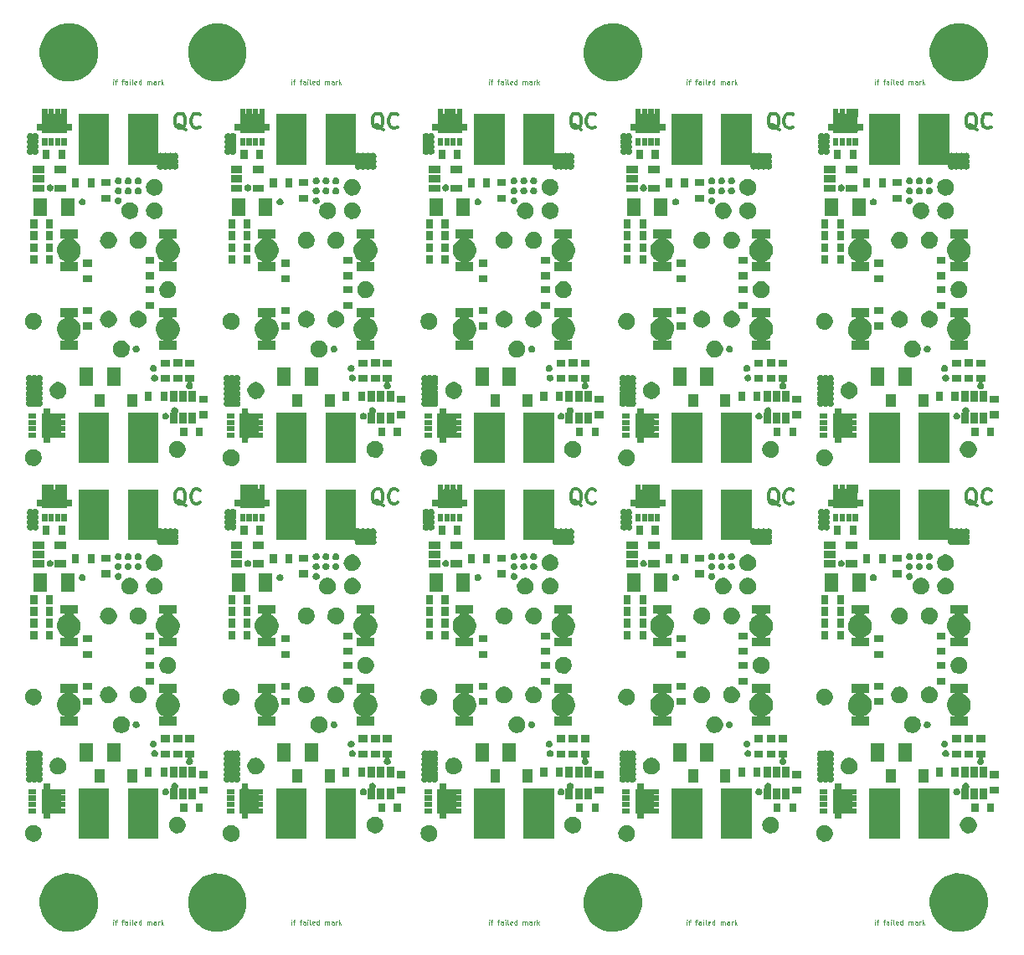
<source format=gbr>
G04 #@! TF.FileFunction,Soldermask,Top*
%FSLAX46Y46*%
G04 Gerber Fmt 4.6, Leading zero omitted, Abs format (unit mm)*
G04 Created by KiCad (PCBNEW 4.0.4-stable) date 01/10/17 11:03:04*
%MOMM*%
%LPD*%
G01*
G04 APERTURE LIST*
%ADD10C,0.100000*%
%ADD11C,0.125000*%
%ADD12C,0.300000*%
G04 APERTURE END LIST*
D10*
D11*
X156500001Y-113226190D02*
X156500001Y-112892857D01*
X156500001Y-112726190D02*
X156476191Y-112750000D01*
X156500001Y-112773810D01*
X156523810Y-112750000D01*
X156500001Y-112726190D01*
X156500001Y-112773810D01*
X156666667Y-112892857D02*
X156857143Y-112892857D01*
X156738096Y-113226190D02*
X156738096Y-112797619D01*
X156761905Y-112750000D01*
X156809524Y-112726190D01*
X156857143Y-112726190D01*
X157333333Y-112892857D02*
X157523809Y-112892857D01*
X157404762Y-113226190D02*
X157404762Y-112797619D01*
X157428571Y-112750000D01*
X157476190Y-112726190D01*
X157523809Y-112726190D01*
X157904761Y-113226190D02*
X157904761Y-112964286D01*
X157880952Y-112916667D01*
X157833333Y-112892857D01*
X157738095Y-112892857D01*
X157690476Y-112916667D01*
X157904761Y-113202381D02*
X157857142Y-113226190D01*
X157738095Y-113226190D01*
X157690476Y-113202381D01*
X157666666Y-113154762D01*
X157666666Y-113107143D01*
X157690476Y-113059524D01*
X157738095Y-113035714D01*
X157857142Y-113035714D01*
X157904761Y-113011905D01*
X158142857Y-113226190D02*
X158142857Y-112892857D01*
X158142857Y-112726190D02*
X158119047Y-112750000D01*
X158142857Y-112773810D01*
X158166666Y-112750000D01*
X158142857Y-112726190D01*
X158142857Y-112773810D01*
X158452380Y-113226190D02*
X158404761Y-113202381D01*
X158380952Y-113154762D01*
X158380952Y-112726190D01*
X158833333Y-113202381D02*
X158785714Y-113226190D01*
X158690476Y-113226190D01*
X158642857Y-113202381D01*
X158619047Y-113154762D01*
X158619047Y-112964286D01*
X158642857Y-112916667D01*
X158690476Y-112892857D01*
X158785714Y-112892857D01*
X158833333Y-112916667D01*
X158857142Y-112964286D01*
X158857142Y-113011905D01*
X158619047Y-113059524D01*
X159285713Y-113226190D02*
X159285713Y-112726190D01*
X159285713Y-113202381D02*
X159238094Y-113226190D01*
X159142856Y-113226190D01*
X159095237Y-113202381D01*
X159071428Y-113178571D01*
X159047618Y-113130952D01*
X159047618Y-112988095D01*
X159071428Y-112940476D01*
X159095237Y-112916667D01*
X159142856Y-112892857D01*
X159238094Y-112892857D01*
X159285713Y-112916667D01*
X159904761Y-113226190D02*
X159904761Y-112892857D01*
X159904761Y-112940476D02*
X159928570Y-112916667D01*
X159976189Y-112892857D01*
X160047618Y-112892857D01*
X160095237Y-112916667D01*
X160119046Y-112964286D01*
X160119046Y-113226190D01*
X160119046Y-112964286D02*
X160142856Y-112916667D01*
X160190475Y-112892857D01*
X160261903Y-112892857D01*
X160309523Y-112916667D01*
X160333332Y-112964286D01*
X160333332Y-113226190D01*
X160785713Y-113226190D02*
X160785713Y-112964286D01*
X160761904Y-112916667D01*
X160714285Y-112892857D01*
X160619047Y-112892857D01*
X160571428Y-112916667D01*
X160785713Y-113202381D02*
X160738094Y-113226190D01*
X160619047Y-113226190D01*
X160571428Y-113202381D01*
X160547618Y-113154762D01*
X160547618Y-113107143D01*
X160571428Y-113059524D01*
X160619047Y-113035714D01*
X160738094Y-113035714D01*
X160785713Y-113011905D01*
X161023809Y-113226190D02*
X161023809Y-112892857D01*
X161023809Y-112988095D02*
X161047618Y-112940476D01*
X161071428Y-112916667D01*
X161119047Y-112892857D01*
X161166666Y-112892857D01*
X161333333Y-113226190D02*
X161333333Y-112726190D01*
X161380952Y-113035714D02*
X161523809Y-113226190D01*
X161523809Y-112892857D02*
X161333333Y-113083333D01*
X137500001Y-113226190D02*
X137500001Y-112892857D01*
X137500001Y-112726190D02*
X137476191Y-112750000D01*
X137500001Y-112773810D01*
X137523810Y-112750000D01*
X137500001Y-112726190D01*
X137500001Y-112773810D01*
X137666667Y-112892857D02*
X137857143Y-112892857D01*
X137738096Y-113226190D02*
X137738096Y-112797619D01*
X137761905Y-112750000D01*
X137809524Y-112726190D01*
X137857143Y-112726190D01*
X138333333Y-112892857D02*
X138523809Y-112892857D01*
X138404762Y-113226190D02*
X138404762Y-112797619D01*
X138428571Y-112750000D01*
X138476190Y-112726190D01*
X138523809Y-112726190D01*
X138904761Y-113226190D02*
X138904761Y-112964286D01*
X138880952Y-112916667D01*
X138833333Y-112892857D01*
X138738095Y-112892857D01*
X138690476Y-112916667D01*
X138904761Y-113202381D02*
X138857142Y-113226190D01*
X138738095Y-113226190D01*
X138690476Y-113202381D01*
X138666666Y-113154762D01*
X138666666Y-113107143D01*
X138690476Y-113059524D01*
X138738095Y-113035714D01*
X138857142Y-113035714D01*
X138904761Y-113011905D01*
X139142857Y-113226190D02*
X139142857Y-112892857D01*
X139142857Y-112726190D02*
X139119047Y-112750000D01*
X139142857Y-112773810D01*
X139166666Y-112750000D01*
X139142857Y-112726190D01*
X139142857Y-112773810D01*
X139452380Y-113226190D02*
X139404761Y-113202381D01*
X139380952Y-113154762D01*
X139380952Y-112726190D01*
X139833333Y-113202381D02*
X139785714Y-113226190D01*
X139690476Y-113226190D01*
X139642857Y-113202381D01*
X139619047Y-113154762D01*
X139619047Y-112964286D01*
X139642857Y-112916667D01*
X139690476Y-112892857D01*
X139785714Y-112892857D01*
X139833333Y-112916667D01*
X139857142Y-112964286D01*
X139857142Y-113011905D01*
X139619047Y-113059524D01*
X140285713Y-113226190D02*
X140285713Y-112726190D01*
X140285713Y-113202381D02*
X140238094Y-113226190D01*
X140142856Y-113226190D01*
X140095237Y-113202381D01*
X140071428Y-113178571D01*
X140047618Y-113130952D01*
X140047618Y-112988095D01*
X140071428Y-112940476D01*
X140095237Y-112916667D01*
X140142856Y-112892857D01*
X140238094Y-112892857D01*
X140285713Y-112916667D01*
X140904761Y-113226190D02*
X140904761Y-112892857D01*
X140904761Y-112940476D02*
X140928570Y-112916667D01*
X140976189Y-112892857D01*
X141047618Y-112892857D01*
X141095237Y-112916667D01*
X141119046Y-112964286D01*
X141119046Y-113226190D01*
X141119046Y-112964286D02*
X141142856Y-112916667D01*
X141190475Y-112892857D01*
X141261903Y-112892857D01*
X141309523Y-112916667D01*
X141333332Y-112964286D01*
X141333332Y-113226190D01*
X141785713Y-113226190D02*
X141785713Y-112964286D01*
X141761904Y-112916667D01*
X141714285Y-112892857D01*
X141619047Y-112892857D01*
X141571428Y-112916667D01*
X141785713Y-113202381D02*
X141738094Y-113226190D01*
X141619047Y-113226190D01*
X141571428Y-113202381D01*
X141547618Y-113154762D01*
X141547618Y-113107143D01*
X141571428Y-113059524D01*
X141619047Y-113035714D01*
X141738094Y-113035714D01*
X141785713Y-113011905D01*
X142023809Y-113226190D02*
X142023809Y-112892857D01*
X142023809Y-112988095D02*
X142047618Y-112940476D01*
X142071428Y-112916667D01*
X142119047Y-112892857D01*
X142166666Y-112892857D01*
X142333333Y-113226190D02*
X142333333Y-112726190D01*
X142380952Y-113035714D02*
X142523809Y-113226190D01*
X142523809Y-112892857D02*
X142333333Y-113083333D01*
X117500001Y-113226190D02*
X117500001Y-112892857D01*
X117500001Y-112726190D02*
X117476191Y-112750000D01*
X117500001Y-112773810D01*
X117523810Y-112750000D01*
X117500001Y-112726190D01*
X117500001Y-112773810D01*
X117666667Y-112892857D02*
X117857143Y-112892857D01*
X117738096Y-113226190D02*
X117738096Y-112797619D01*
X117761905Y-112750000D01*
X117809524Y-112726190D01*
X117857143Y-112726190D01*
X118333333Y-112892857D02*
X118523809Y-112892857D01*
X118404762Y-113226190D02*
X118404762Y-112797619D01*
X118428571Y-112750000D01*
X118476190Y-112726190D01*
X118523809Y-112726190D01*
X118904761Y-113226190D02*
X118904761Y-112964286D01*
X118880952Y-112916667D01*
X118833333Y-112892857D01*
X118738095Y-112892857D01*
X118690476Y-112916667D01*
X118904761Y-113202381D02*
X118857142Y-113226190D01*
X118738095Y-113226190D01*
X118690476Y-113202381D01*
X118666666Y-113154762D01*
X118666666Y-113107143D01*
X118690476Y-113059524D01*
X118738095Y-113035714D01*
X118857142Y-113035714D01*
X118904761Y-113011905D01*
X119142857Y-113226190D02*
X119142857Y-112892857D01*
X119142857Y-112726190D02*
X119119047Y-112750000D01*
X119142857Y-112773810D01*
X119166666Y-112750000D01*
X119142857Y-112726190D01*
X119142857Y-112773810D01*
X119452380Y-113226190D02*
X119404761Y-113202381D01*
X119380952Y-113154762D01*
X119380952Y-112726190D01*
X119833333Y-113202381D02*
X119785714Y-113226190D01*
X119690476Y-113226190D01*
X119642857Y-113202381D01*
X119619047Y-113154762D01*
X119619047Y-112964286D01*
X119642857Y-112916667D01*
X119690476Y-112892857D01*
X119785714Y-112892857D01*
X119833333Y-112916667D01*
X119857142Y-112964286D01*
X119857142Y-113011905D01*
X119619047Y-113059524D01*
X120285713Y-113226190D02*
X120285713Y-112726190D01*
X120285713Y-113202381D02*
X120238094Y-113226190D01*
X120142856Y-113226190D01*
X120095237Y-113202381D01*
X120071428Y-113178571D01*
X120047618Y-113130952D01*
X120047618Y-112988095D01*
X120071428Y-112940476D01*
X120095237Y-112916667D01*
X120142856Y-112892857D01*
X120238094Y-112892857D01*
X120285713Y-112916667D01*
X120904761Y-113226190D02*
X120904761Y-112892857D01*
X120904761Y-112940476D02*
X120928570Y-112916667D01*
X120976189Y-112892857D01*
X121047618Y-112892857D01*
X121095237Y-112916667D01*
X121119046Y-112964286D01*
X121119046Y-113226190D01*
X121119046Y-112964286D02*
X121142856Y-112916667D01*
X121190475Y-112892857D01*
X121261903Y-112892857D01*
X121309523Y-112916667D01*
X121333332Y-112964286D01*
X121333332Y-113226190D01*
X121785713Y-113226190D02*
X121785713Y-112964286D01*
X121761904Y-112916667D01*
X121714285Y-112892857D01*
X121619047Y-112892857D01*
X121571428Y-112916667D01*
X121785713Y-113202381D02*
X121738094Y-113226190D01*
X121619047Y-113226190D01*
X121571428Y-113202381D01*
X121547618Y-113154762D01*
X121547618Y-113107143D01*
X121571428Y-113059524D01*
X121619047Y-113035714D01*
X121738094Y-113035714D01*
X121785713Y-113011905D01*
X122023809Y-113226190D02*
X122023809Y-112892857D01*
X122023809Y-112988095D02*
X122047618Y-112940476D01*
X122071428Y-112916667D01*
X122119047Y-112892857D01*
X122166666Y-112892857D01*
X122333333Y-113226190D02*
X122333333Y-112726190D01*
X122380952Y-113035714D02*
X122523809Y-113226190D01*
X122523809Y-112892857D02*
X122333333Y-113083333D01*
X97500001Y-113226190D02*
X97500001Y-112892857D01*
X97500001Y-112726190D02*
X97476191Y-112750000D01*
X97500001Y-112773810D01*
X97523810Y-112750000D01*
X97500001Y-112726190D01*
X97500001Y-112773810D01*
X97666667Y-112892857D02*
X97857143Y-112892857D01*
X97738096Y-113226190D02*
X97738096Y-112797619D01*
X97761905Y-112750000D01*
X97809524Y-112726190D01*
X97857143Y-112726190D01*
X98333333Y-112892857D02*
X98523809Y-112892857D01*
X98404762Y-113226190D02*
X98404762Y-112797619D01*
X98428571Y-112750000D01*
X98476190Y-112726190D01*
X98523809Y-112726190D01*
X98904761Y-113226190D02*
X98904761Y-112964286D01*
X98880952Y-112916667D01*
X98833333Y-112892857D01*
X98738095Y-112892857D01*
X98690476Y-112916667D01*
X98904761Y-113202381D02*
X98857142Y-113226190D01*
X98738095Y-113226190D01*
X98690476Y-113202381D01*
X98666666Y-113154762D01*
X98666666Y-113107143D01*
X98690476Y-113059524D01*
X98738095Y-113035714D01*
X98857142Y-113035714D01*
X98904761Y-113011905D01*
X99142857Y-113226190D02*
X99142857Y-112892857D01*
X99142857Y-112726190D02*
X99119047Y-112750000D01*
X99142857Y-112773810D01*
X99166666Y-112750000D01*
X99142857Y-112726190D01*
X99142857Y-112773810D01*
X99452380Y-113226190D02*
X99404761Y-113202381D01*
X99380952Y-113154762D01*
X99380952Y-112726190D01*
X99833333Y-113202381D02*
X99785714Y-113226190D01*
X99690476Y-113226190D01*
X99642857Y-113202381D01*
X99619047Y-113154762D01*
X99619047Y-112964286D01*
X99642857Y-112916667D01*
X99690476Y-112892857D01*
X99785714Y-112892857D01*
X99833333Y-112916667D01*
X99857142Y-112964286D01*
X99857142Y-113011905D01*
X99619047Y-113059524D01*
X100285713Y-113226190D02*
X100285713Y-112726190D01*
X100285713Y-113202381D02*
X100238094Y-113226190D01*
X100142856Y-113226190D01*
X100095237Y-113202381D01*
X100071428Y-113178571D01*
X100047618Y-113130952D01*
X100047618Y-112988095D01*
X100071428Y-112940476D01*
X100095237Y-112916667D01*
X100142856Y-112892857D01*
X100238094Y-112892857D01*
X100285713Y-112916667D01*
X100904761Y-113226190D02*
X100904761Y-112892857D01*
X100904761Y-112940476D02*
X100928570Y-112916667D01*
X100976189Y-112892857D01*
X101047618Y-112892857D01*
X101095237Y-112916667D01*
X101119046Y-112964286D01*
X101119046Y-113226190D01*
X101119046Y-112964286D02*
X101142856Y-112916667D01*
X101190475Y-112892857D01*
X101261903Y-112892857D01*
X101309523Y-112916667D01*
X101333332Y-112964286D01*
X101333332Y-113226190D01*
X101785713Y-113226190D02*
X101785713Y-112964286D01*
X101761904Y-112916667D01*
X101714285Y-112892857D01*
X101619047Y-112892857D01*
X101571428Y-112916667D01*
X101785713Y-113202381D02*
X101738094Y-113226190D01*
X101619047Y-113226190D01*
X101571428Y-113202381D01*
X101547618Y-113154762D01*
X101547618Y-113107143D01*
X101571428Y-113059524D01*
X101619047Y-113035714D01*
X101738094Y-113035714D01*
X101785713Y-113011905D01*
X102023809Y-113226190D02*
X102023809Y-112892857D01*
X102023809Y-112988095D02*
X102047618Y-112940476D01*
X102071428Y-112916667D01*
X102119047Y-112892857D01*
X102166666Y-112892857D01*
X102333333Y-113226190D02*
X102333333Y-112726190D01*
X102380952Y-113035714D02*
X102523809Y-113226190D01*
X102523809Y-112892857D02*
X102333333Y-113083333D01*
X79500001Y-113226190D02*
X79500001Y-112892857D01*
X79500001Y-112726190D02*
X79476191Y-112750000D01*
X79500001Y-112773810D01*
X79523810Y-112750000D01*
X79500001Y-112726190D01*
X79500001Y-112773810D01*
X79666667Y-112892857D02*
X79857143Y-112892857D01*
X79738096Y-113226190D02*
X79738096Y-112797619D01*
X79761905Y-112750000D01*
X79809524Y-112726190D01*
X79857143Y-112726190D01*
X80333333Y-112892857D02*
X80523809Y-112892857D01*
X80404762Y-113226190D02*
X80404762Y-112797619D01*
X80428571Y-112750000D01*
X80476190Y-112726190D01*
X80523809Y-112726190D01*
X80904761Y-113226190D02*
X80904761Y-112964286D01*
X80880952Y-112916667D01*
X80833333Y-112892857D01*
X80738095Y-112892857D01*
X80690476Y-112916667D01*
X80904761Y-113202381D02*
X80857142Y-113226190D01*
X80738095Y-113226190D01*
X80690476Y-113202381D01*
X80666666Y-113154762D01*
X80666666Y-113107143D01*
X80690476Y-113059524D01*
X80738095Y-113035714D01*
X80857142Y-113035714D01*
X80904761Y-113011905D01*
X81142857Y-113226190D02*
X81142857Y-112892857D01*
X81142857Y-112726190D02*
X81119047Y-112750000D01*
X81142857Y-112773810D01*
X81166666Y-112750000D01*
X81142857Y-112726190D01*
X81142857Y-112773810D01*
X81452380Y-113226190D02*
X81404761Y-113202381D01*
X81380952Y-113154762D01*
X81380952Y-112726190D01*
X81833333Y-113202381D02*
X81785714Y-113226190D01*
X81690476Y-113226190D01*
X81642857Y-113202381D01*
X81619047Y-113154762D01*
X81619047Y-112964286D01*
X81642857Y-112916667D01*
X81690476Y-112892857D01*
X81785714Y-112892857D01*
X81833333Y-112916667D01*
X81857142Y-112964286D01*
X81857142Y-113011905D01*
X81619047Y-113059524D01*
X82285713Y-113226190D02*
X82285713Y-112726190D01*
X82285713Y-113202381D02*
X82238094Y-113226190D01*
X82142856Y-113226190D01*
X82095237Y-113202381D01*
X82071428Y-113178571D01*
X82047618Y-113130952D01*
X82047618Y-112988095D01*
X82071428Y-112940476D01*
X82095237Y-112916667D01*
X82142856Y-112892857D01*
X82238094Y-112892857D01*
X82285713Y-112916667D01*
X82904761Y-113226190D02*
X82904761Y-112892857D01*
X82904761Y-112940476D02*
X82928570Y-112916667D01*
X82976189Y-112892857D01*
X83047618Y-112892857D01*
X83095237Y-112916667D01*
X83119046Y-112964286D01*
X83119046Y-113226190D01*
X83119046Y-112964286D02*
X83142856Y-112916667D01*
X83190475Y-112892857D01*
X83261903Y-112892857D01*
X83309523Y-112916667D01*
X83333332Y-112964286D01*
X83333332Y-113226190D01*
X83785713Y-113226190D02*
X83785713Y-112964286D01*
X83761904Y-112916667D01*
X83714285Y-112892857D01*
X83619047Y-112892857D01*
X83571428Y-112916667D01*
X83785713Y-113202381D02*
X83738094Y-113226190D01*
X83619047Y-113226190D01*
X83571428Y-113202381D01*
X83547618Y-113154762D01*
X83547618Y-113107143D01*
X83571428Y-113059524D01*
X83619047Y-113035714D01*
X83738094Y-113035714D01*
X83785713Y-113011905D01*
X84023809Y-113226190D02*
X84023809Y-112892857D01*
X84023809Y-112988095D02*
X84047618Y-112940476D01*
X84071428Y-112916667D01*
X84119047Y-112892857D01*
X84166666Y-112892857D01*
X84333333Y-113226190D02*
X84333333Y-112726190D01*
X84380952Y-113035714D02*
X84523809Y-113226190D01*
X84523809Y-112892857D02*
X84333333Y-113083333D01*
X156500001Y-28226190D02*
X156500001Y-27892857D01*
X156500001Y-27726190D02*
X156476191Y-27750000D01*
X156500001Y-27773810D01*
X156523810Y-27750000D01*
X156500001Y-27726190D01*
X156500001Y-27773810D01*
X156666667Y-27892857D02*
X156857143Y-27892857D01*
X156738096Y-28226190D02*
X156738096Y-27797619D01*
X156761905Y-27750000D01*
X156809524Y-27726190D01*
X156857143Y-27726190D01*
X157333333Y-27892857D02*
X157523809Y-27892857D01*
X157404762Y-28226190D02*
X157404762Y-27797619D01*
X157428571Y-27750000D01*
X157476190Y-27726190D01*
X157523809Y-27726190D01*
X157904761Y-28226190D02*
X157904761Y-27964286D01*
X157880952Y-27916667D01*
X157833333Y-27892857D01*
X157738095Y-27892857D01*
X157690476Y-27916667D01*
X157904761Y-28202381D02*
X157857142Y-28226190D01*
X157738095Y-28226190D01*
X157690476Y-28202381D01*
X157666666Y-28154762D01*
X157666666Y-28107143D01*
X157690476Y-28059524D01*
X157738095Y-28035714D01*
X157857142Y-28035714D01*
X157904761Y-28011905D01*
X158142857Y-28226190D02*
X158142857Y-27892857D01*
X158142857Y-27726190D02*
X158119047Y-27750000D01*
X158142857Y-27773810D01*
X158166666Y-27750000D01*
X158142857Y-27726190D01*
X158142857Y-27773810D01*
X158452380Y-28226190D02*
X158404761Y-28202381D01*
X158380952Y-28154762D01*
X158380952Y-27726190D01*
X158833333Y-28202381D02*
X158785714Y-28226190D01*
X158690476Y-28226190D01*
X158642857Y-28202381D01*
X158619047Y-28154762D01*
X158619047Y-27964286D01*
X158642857Y-27916667D01*
X158690476Y-27892857D01*
X158785714Y-27892857D01*
X158833333Y-27916667D01*
X158857142Y-27964286D01*
X158857142Y-28011905D01*
X158619047Y-28059524D01*
X159285713Y-28226190D02*
X159285713Y-27726190D01*
X159285713Y-28202381D02*
X159238094Y-28226190D01*
X159142856Y-28226190D01*
X159095237Y-28202381D01*
X159071428Y-28178571D01*
X159047618Y-28130952D01*
X159047618Y-27988095D01*
X159071428Y-27940476D01*
X159095237Y-27916667D01*
X159142856Y-27892857D01*
X159238094Y-27892857D01*
X159285713Y-27916667D01*
X159904761Y-28226190D02*
X159904761Y-27892857D01*
X159904761Y-27940476D02*
X159928570Y-27916667D01*
X159976189Y-27892857D01*
X160047618Y-27892857D01*
X160095237Y-27916667D01*
X160119046Y-27964286D01*
X160119046Y-28226190D01*
X160119046Y-27964286D02*
X160142856Y-27916667D01*
X160190475Y-27892857D01*
X160261903Y-27892857D01*
X160309523Y-27916667D01*
X160333332Y-27964286D01*
X160333332Y-28226190D01*
X160785713Y-28226190D02*
X160785713Y-27964286D01*
X160761904Y-27916667D01*
X160714285Y-27892857D01*
X160619047Y-27892857D01*
X160571428Y-27916667D01*
X160785713Y-28202381D02*
X160738094Y-28226190D01*
X160619047Y-28226190D01*
X160571428Y-28202381D01*
X160547618Y-28154762D01*
X160547618Y-28107143D01*
X160571428Y-28059524D01*
X160619047Y-28035714D01*
X160738094Y-28035714D01*
X160785713Y-28011905D01*
X161023809Y-28226190D02*
X161023809Y-27892857D01*
X161023809Y-27988095D02*
X161047618Y-27940476D01*
X161071428Y-27916667D01*
X161119047Y-27892857D01*
X161166666Y-27892857D01*
X161333333Y-28226190D02*
X161333333Y-27726190D01*
X161380952Y-28035714D02*
X161523809Y-28226190D01*
X161523809Y-27892857D02*
X161333333Y-28083333D01*
X137500001Y-28226190D02*
X137500001Y-27892857D01*
X137500001Y-27726190D02*
X137476191Y-27750000D01*
X137500001Y-27773810D01*
X137523810Y-27750000D01*
X137500001Y-27726190D01*
X137500001Y-27773810D01*
X137666667Y-27892857D02*
X137857143Y-27892857D01*
X137738096Y-28226190D02*
X137738096Y-27797619D01*
X137761905Y-27750000D01*
X137809524Y-27726190D01*
X137857143Y-27726190D01*
X138333333Y-27892857D02*
X138523809Y-27892857D01*
X138404762Y-28226190D02*
X138404762Y-27797619D01*
X138428571Y-27750000D01*
X138476190Y-27726190D01*
X138523809Y-27726190D01*
X138904761Y-28226190D02*
X138904761Y-27964286D01*
X138880952Y-27916667D01*
X138833333Y-27892857D01*
X138738095Y-27892857D01*
X138690476Y-27916667D01*
X138904761Y-28202381D02*
X138857142Y-28226190D01*
X138738095Y-28226190D01*
X138690476Y-28202381D01*
X138666666Y-28154762D01*
X138666666Y-28107143D01*
X138690476Y-28059524D01*
X138738095Y-28035714D01*
X138857142Y-28035714D01*
X138904761Y-28011905D01*
X139142857Y-28226190D02*
X139142857Y-27892857D01*
X139142857Y-27726190D02*
X139119047Y-27750000D01*
X139142857Y-27773810D01*
X139166666Y-27750000D01*
X139142857Y-27726190D01*
X139142857Y-27773810D01*
X139452380Y-28226190D02*
X139404761Y-28202381D01*
X139380952Y-28154762D01*
X139380952Y-27726190D01*
X139833333Y-28202381D02*
X139785714Y-28226190D01*
X139690476Y-28226190D01*
X139642857Y-28202381D01*
X139619047Y-28154762D01*
X139619047Y-27964286D01*
X139642857Y-27916667D01*
X139690476Y-27892857D01*
X139785714Y-27892857D01*
X139833333Y-27916667D01*
X139857142Y-27964286D01*
X139857142Y-28011905D01*
X139619047Y-28059524D01*
X140285713Y-28226190D02*
X140285713Y-27726190D01*
X140285713Y-28202381D02*
X140238094Y-28226190D01*
X140142856Y-28226190D01*
X140095237Y-28202381D01*
X140071428Y-28178571D01*
X140047618Y-28130952D01*
X140047618Y-27988095D01*
X140071428Y-27940476D01*
X140095237Y-27916667D01*
X140142856Y-27892857D01*
X140238094Y-27892857D01*
X140285713Y-27916667D01*
X140904761Y-28226190D02*
X140904761Y-27892857D01*
X140904761Y-27940476D02*
X140928570Y-27916667D01*
X140976189Y-27892857D01*
X141047618Y-27892857D01*
X141095237Y-27916667D01*
X141119046Y-27964286D01*
X141119046Y-28226190D01*
X141119046Y-27964286D02*
X141142856Y-27916667D01*
X141190475Y-27892857D01*
X141261903Y-27892857D01*
X141309523Y-27916667D01*
X141333332Y-27964286D01*
X141333332Y-28226190D01*
X141785713Y-28226190D02*
X141785713Y-27964286D01*
X141761904Y-27916667D01*
X141714285Y-27892857D01*
X141619047Y-27892857D01*
X141571428Y-27916667D01*
X141785713Y-28202381D02*
X141738094Y-28226190D01*
X141619047Y-28226190D01*
X141571428Y-28202381D01*
X141547618Y-28154762D01*
X141547618Y-28107143D01*
X141571428Y-28059524D01*
X141619047Y-28035714D01*
X141738094Y-28035714D01*
X141785713Y-28011905D01*
X142023809Y-28226190D02*
X142023809Y-27892857D01*
X142023809Y-27988095D02*
X142047618Y-27940476D01*
X142071428Y-27916667D01*
X142119047Y-27892857D01*
X142166666Y-27892857D01*
X142333333Y-28226190D02*
X142333333Y-27726190D01*
X142380952Y-28035714D02*
X142523809Y-28226190D01*
X142523809Y-27892857D02*
X142333333Y-28083333D01*
X117500001Y-28226190D02*
X117500001Y-27892857D01*
X117500001Y-27726190D02*
X117476191Y-27750000D01*
X117500001Y-27773810D01*
X117523810Y-27750000D01*
X117500001Y-27726190D01*
X117500001Y-27773810D01*
X117666667Y-27892857D02*
X117857143Y-27892857D01*
X117738096Y-28226190D02*
X117738096Y-27797619D01*
X117761905Y-27750000D01*
X117809524Y-27726190D01*
X117857143Y-27726190D01*
X118333333Y-27892857D02*
X118523809Y-27892857D01*
X118404762Y-28226190D02*
X118404762Y-27797619D01*
X118428571Y-27750000D01*
X118476190Y-27726190D01*
X118523809Y-27726190D01*
X118904761Y-28226190D02*
X118904761Y-27964286D01*
X118880952Y-27916667D01*
X118833333Y-27892857D01*
X118738095Y-27892857D01*
X118690476Y-27916667D01*
X118904761Y-28202381D02*
X118857142Y-28226190D01*
X118738095Y-28226190D01*
X118690476Y-28202381D01*
X118666666Y-28154762D01*
X118666666Y-28107143D01*
X118690476Y-28059524D01*
X118738095Y-28035714D01*
X118857142Y-28035714D01*
X118904761Y-28011905D01*
X119142857Y-28226190D02*
X119142857Y-27892857D01*
X119142857Y-27726190D02*
X119119047Y-27750000D01*
X119142857Y-27773810D01*
X119166666Y-27750000D01*
X119142857Y-27726190D01*
X119142857Y-27773810D01*
X119452380Y-28226190D02*
X119404761Y-28202381D01*
X119380952Y-28154762D01*
X119380952Y-27726190D01*
X119833333Y-28202381D02*
X119785714Y-28226190D01*
X119690476Y-28226190D01*
X119642857Y-28202381D01*
X119619047Y-28154762D01*
X119619047Y-27964286D01*
X119642857Y-27916667D01*
X119690476Y-27892857D01*
X119785714Y-27892857D01*
X119833333Y-27916667D01*
X119857142Y-27964286D01*
X119857142Y-28011905D01*
X119619047Y-28059524D01*
X120285713Y-28226190D02*
X120285713Y-27726190D01*
X120285713Y-28202381D02*
X120238094Y-28226190D01*
X120142856Y-28226190D01*
X120095237Y-28202381D01*
X120071428Y-28178571D01*
X120047618Y-28130952D01*
X120047618Y-27988095D01*
X120071428Y-27940476D01*
X120095237Y-27916667D01*
X120142856Y-27892857D01*
X120238094Y-27892857D01*
X120285713Y-27916667D01*
X120904761Y-28226190D02*
X120904761Y-27892857D01*
X120904761Y-27940476D02*
X120928570Y-27916667D01*
X120976189Y-27892857D01*
X121047618Y-27892857D01*
X121095237Y-27916667D01*
X121119046Y-27964286D01*
X121119046Y-28226190D01*
X121119046Y-27964286D02*
X121142856Y-27916667D01*
X121190475Y-27892857D01*
X121261903Y-27892857D01*
X121309523Y-27916667D01*
X121333332Y-27964286D01*
X121333332Y-28226190D01*
X121785713Y-28226190D02*
X121785713Y-27964286D01*
X121761904Y-27916667D01*
X121714285Y-27892857D01*
X121619047Y-27892857D01*
X121571428Y-27916667D01*
X121785713Y-28202381D02*
X121738094Y-28226190D01*
X121619047Y-28226190D01*
X121571428Y-28202381D01*
X121547618Y-28154762D01*
X121547618Y-28107143D01*
X121571428Y-28059524D01*
X121619047Y-28035714D01*
X121738094Y-28035714D01*
X121785713Y-28011905D01*
X122023809Y-28226190D02*
X122023809Y-27892857D01*
X122023809Y-27988095D02*
X122047618Y-27940476D01*
X122071428Y-27916667D01*
X122119047Y-27892857D01*
X122166666Y-27892857D01*
X122333333Y-28226190D02*
X122333333Y-27726190D01*
X122380952Y-28035714D02*
X122523809Y-28226190D01*
X122523809Y-27892857D02*
X122333333Y-28083333D01*
X97500001Y-28226190D02*
X97500001Y-27892857D01*
X97500001Y-27726190D02*
X97476191Y-27750000D01*
X97500001Y-27773810D01*
X97523810Y-27750000D01*
X97500001Y-27726190D01*
X97500001Y-27773810D01*
X97666667Y-27892857D02*
X97857143Y-27892857D01*
X97738096Y-28226190D02*
X97738096Y-27797619D01*
X97761905Y-27750000D01*
X97809524Y-27726190D01*
X97857143Y-27726190D01*
X98333333Y-27892857D02*
X98523809Y-27892857D01*
X98404762Y-28226190D02*
X98404762Y-27797619D01*
X98428571Y-27750000D01*
X98476190Y-27726190D01*
X98523809Y-27726190D01*
X98904761Y-28226190D02*
X98904761Y-27964286D01*
X98880952Y-27916667D01*
X98833333Y-27892857D01*
X98738095Y-27892857D01*
X98690476Y-27916667D01*
X98904761Y-28202381D02*
X98857142Y-28226190D01*
X98738095Y-28226190D01*
X98690476Y-28202381D01*
X98666666Y-28154762D01*
X98666666Y-28107143D01*
X98690476Y-28059524D01*
X98738095Y-28035714D01*
X98857142Y-28035714D01*
X98904761Y-28011905D01*
X99142857Y-28226190D02*
X99142857Y-27892857D01*
X99142857Y-27726190D02*
X99119047Y-27750000D01*
X99142857Y-27773810D01*
X99166666Y-27750000D01*
X99142857Y-27726190D01*
X99142857Y-27773810D01*
X99452380Y-28226190D02*
X99404761Y-28202381D01*
X99380952Y-28154762D01*
X99380952Y-27726190D01*
X99833333Y-28202381D02*
X99785714Y-28226190D01*
X99690476Y-28226190D01*
X99642857Y-28202381D01*
X99619047Y-28154762D01*
X99619047Y-27964286D01*
X99642857Y-27916667D01*
X99690476Y-27892857D01*
X99785714Y-27892857D01*
X99833333Y-27916667D01*
X99857142Y-27964286D01*
X99857142Y-28011905D01*
X99619047Y-28059524D01*
X100285713Y-28226190D02*
X100285713Y-27726190D01*
X100285713Y-28202381D02*
X100238094Y-28226190D01*
X100142856Y-28226190D01*
X100095237Y-28202381D01*
X100071428Y-28178571D01*
X100047618Y-28130952D01*
X100047618Y-27988095D01*
X100071428Y-27940476D01*
X100095237Y-27916667D01*
X100142856Y-27892857D01*
X100238094Y-27892857D01*
X100285713Y-27916667D01*
X100904761Y-28226190D02*
X100904761Y-27892857D01*
X100904761Y-27940476D02*
X100928570Y-27916667D01*
X100976189Y-27892857D01*
X101047618Y-27892857D01*
X101095237Y-27916667D01*
X101119046Y-27964286D01*
X101119046Y-28226190D01*
X101119046Y-27964286D02*
X101142856Y-27916667D01*
X101190475Y-27892857D01*
X101261903Y-27892857D01*
X101309523Y-27916667D01*
X101333332Y-27964286D01*
X101333332Y-28226190D01*
X101785713Y-28226190D02*
X101785713Y-27964286D01*
X101761904Y-27916667D01*
X101714285Y-27892857D01*
X101619047Y-27892857D01*
X101571428Y-27916667D01*
X101785713Y-28202381D02*
X101738094Y-28226190D01*
X101619047Y-28226190D01*
X101571428Y-28202381D01*
X101547618Y-28154762D01*
X101547618Y-28107143D01*
X101571428Y-28059524D01*
X101619047Y-28035714D01*
X101738094Y-28035714D01*
X101785713Y-28011905D01*
X102023809Y-28226190D02*
X102023809Y-27892857D01*
X102023809Y-27988095D02*
X102047618Y-27940476D01*
X102071428Y-27916667D01*
X102119047Y-27892857D01*
X102166666Y-27892857D01*
X102333333Y-28226190D02*
X102333333Y-27726190D01*
X102380952Y-28035714D02*
X102523809Y-28226190D01*
X102523809Y-27892857D02*
X102333333Y-28083333D01*
X79500001Y-28226190D02*
X79500001Y-27892857D01*
X79500001Y-27726190D02*
X79476191Y-27750000D01*
X79500001Y-27773810D01*
X79523810Y-27750000D01*
X79500001Y-27726190D01*
X79500001Y-27773810D01*
X79666667Y-27892857D02*
X79857143Y-27892857D01*
X79738096Y-28226190D02*
X79738096Y-27797619D01*
X79761905Y-27750000D01*
X79809524Y-27726190D01*
X79857143Y-27726190D01*
X80333333Y-27892857D02*
X80523809Y-27892857D01*
X80404762Y-28226190D02*
X80404762Y-27797619D01*
X80428571Y-27750000D01*
X80476190Y-27726190D01*
X80523809Y-27726190D01*
X80904761Y-28226190D02*
X80904761Y-27964286D01*
X80880952Y-27916667D01*
X80833333Y-27892857D01*
X80738095Y-27892857D01*
X80690476Y-27916667D01*
X80904761Y-28202381D02*
X80857142Y-28226190D01*
X80738095Y-28226190D01*
X80690476Y-28202381D01*
X80666666Y-28154762D01*
X80666666Y-28107143D01*
X80690476Y-28059524D01*
X80738095Y-28035714D01*
X80857142Y-28035714D01*
X80904761Y-28011905D01*
X81142857Y-28226190D02*
X81142857Y-27892857D01*
X81142857Y-27726190D02*
X81119047Y-27750000D01*
X81142857Y-27773810D01*
X81166666Y-27750000D01*
X81142857Y-27726190D01*
X81142857Y-27773810D01*
X81452380Y-28226190D02*
X81404761Y-28202381D01*
X81380952Y-28154762D01*
X81380952Y-27726190D01*
X81833333Y-28202381D02*
X81785714Y-28226190D01*
X81690476Y-28226190D01*
X81642857Y-28202381D01*
X81619047Y-28154762D01*
X81619047Y-27964286D01*
X81642857Y-27916667D01*
X81690476Y-27892857D01*
X81785714Y-27892857D01*
X81833333Y-27916667D01*
X81857142Y-27964286D01*
X81857142Y-28011905D01*
X81619047Y-28059524D01*
X82285713Y-28226190D02*
X82285713Y-27726190D01*
X82285713Y-28202381D02*
X82238094Y-28226190D01*
X82142856Y-28226190D01*
X82095237Y-28202381D01*
X82071428Y-28178571D01*
X82047618Y-28130952D01*
X82047618Y-27988095D01*
X82071428Y-27940476D01*
X82095237Y-27916667D01*
X82142856Y-27892857D01*
X82238094Y-27892857D01*
X82285713Y-27916667D01*
X82904761Y-28226190D02*
X82904761Y-27892857D01*
X82904761Y-27940476D02*
X82928570Y-27916667D01*
X82976189Y-27892857D01*
X83047618Y-27892857D01*
X83095237Y-27916667D01*
X83119046Y-27964286D01*
X83119046Y-28226190D01*
X83119046Y-27964286D02*
X83142856Y-27916667D01*
X83190475Y-27892857D01*
X83261903Y-27892857D01*
X83309523Y-27916667D01*
X83333332Y-27964286D01*
X83333332Y-28226190D01*
X83785713Y-28226190D02*
X83785713Y-27964286D01*
X83761904Y-27916667D01*
X83714285Y-27892857D01*
X83619047Y-27892857D01*
X83571428Y-27916667D01*
X83785713Y-28202381D02*
X83738094Y-28226190D01*
X83619047Y-28226190D01*
X83571428Y-28202381D01*
X83547618Y-28154762D01*
X83547618Y-28107143D01*
X83571428Y-28059524D01*
X83619047Y-28035714D01*
X83738094Y-28035714D01*
X83785713Y-28011905D01*
X84023809Y-28226190D02*
X84023809Y-27892857D01*
X84023809Y-27988095D02*
X84047618Y-27940476D01*
X84071428Y-27916667D01*
X84119047Y-27892857D01*
X84166666Y-27892857D01*
X84333333Y-28226190D02*
X84333333Y-27726190D01*
X84380952Y-28035714D02*
X84523809Y-28226190D01*
X84523809Y-27892857D02*
X84333333Y-28083333D01*
D12*
X166821429Y-70821429D02*
X166678572Y-70750000D01*
X166535715Y-70607143D01*
X166321429Y-70392857D01*
X166178572Y-70321429D01*
X166035715Y-70321429D01*
X166107143Y-70678571D02*
X165964286Y-70607143D01*
X165821429Y-70464286D01*
X165750000Y-70178571D01*
X165750000Y-69678571D01*
X165821429Y-69392857D01*
X165964286Y-69250000D01*
X166107143Y-69178571D01*
X166392857Y-69178571D01*
X166535715Y-69250000D01*
X166678572Y-69392857D01*
X166750000Y-69678571D01*
X166750000Y-70178571D01*
X166678572Y-70464286D01*
X166535715Y-70607143D01*
X166392857Y-70678571D01*
X166107143Y-70678571D01*
X168250001Y-70535714D02*
X168178572Y-70607143D01*
X167964286Y-70678571D01*
X167821429Y-70678571D01*
X167607144Y-70607143D01*
X167464286Y-70464286D01*
X167392858Y-70321429D01*
X167321429Y-70035714D01*
X167321429Y-69821429D01*
X167392858Y-69535714D01*
X167464286Y-69392857D01*
X167607144Y-69250000D01*
X167821429Y-69178571D01*
X167964286Y-69178571D01*
X168178572Y-69250000D01*
X168250001Y-69321429D01*
X166821429Y-32821429D02*
X166678572Y-32750000D01*
X166535715Y-32607143D01*
X166321429Y-32392857D01*
X166178572Y-32321429D01*
X166035715Y-32321429D01*
X166107143Y-32678571D02*
X165964286Y-32607143D01*
X165821429Y-32464286D01*
X165750000Y-32178571D01*
X165750000Y-31678571D01*
X165821429Y-31392857D01*
X165964286Y-31250000D01*
X166107143Y-31178571D01*
X166392857Y-31178571D01*
X166535715Y-31250000D01*
X166678572Y-31392857D01*
X166750000Y-31678571D01*
X166750000Y-32178571D01*
X166678572Y-32464286D01*
X166535715Y-32607143D01*
X166392857Y-32678571D01*
X166107143Y-32678571D01*
X168250001Y-32535714D02*
X168178572Y-32607143D01*
X167964286Y-32678571D01*
X167821429Y-32678571D01*
X167607144Y-32607143D01*
X167464286Y-32464286D01*
X167392858Y-32321429D01*
X167321429Y-32035714D01*
X167321429Y-31821429D01*
X167392858Y-31535714D01*
X167464286Y-31392857D01*
X167607144Y-31250000D01*
X167821429Y-31178571D01*
X167964286Y-31178571D01*
X168178572Y-31250000D01*
X168250001Y-31321429D01*
X146821429Y-70821429D02*
X146678572Y-70750000D01*
X146535715Y-70607143D01*
X146321429Y-70392857D01*
X146178572Y-70321429D01*
X146035715Y-70321429D01*
X146107143Y-70678571D02*
X145964286Y-70607143D01*
X145821429Y-70464286D01*
X145750000Y-70178571D01*
X145750000Y-69678571D01*
X145821429Y-69392857D01*
X145964286Y-69250000D01*
X146107143Y-69178571D01*
X146392857Y-69178571D01*
X146535715Y-69250000D01*
X146678572Y-69392857D01*
X146750000Y-69678571D01*
X146750000Y-70178571D01*
X146678572Y-70464286D01*
X146535715Y-70607143D01*
X146392857Y-70678571D01*
X146107143Y-70678571D01*
X148250001Y-70535714D02*
X148178572Y-70607143D01*
X147964286Y-70678571D01*
X147821429Y-70678571D01*
X147607144Y-70607143D01*
X147464286Y-70464286D01*
X147392858Y-70321429D01*
X147321429Y-70035714D01*
X147321429Y-69821429D01*
X147392858Y-69535714D01*
X147464286Y-69392857D01*
X147607144Y-69250000D01*
X147821429Y-69178571D01*
X147964286Y-69178571D01*
X148178572Y-69250000D01*
X148250001Y-69321429D01*
X146821429Y-32821429D02*
X146678572Y-32750000D01*
X146535715Y-32607143D01*
X146321429Y-32392857D01*
X146178572Y-32321429D01*
X146035715Y-32321429D01*
X146107143Y-32678571D02*
X145964286Y-32607143D01*
X145821429Y-32464286D01*
X145750000Y-32178571D01*
X145750000Y-31678571D01*
X145821429Y-31392857D01*
X145964286Y-31250000D01*
X146107143Y-31178571D01*
X146392857Y-31178571D01*
X146535715Y-31250000D01*
X146678572Y-31392857D01*
X146750000Y-31678571D01*
X146750000Y-32178571D01*
X146678572Y-32464286D01*
X146535715Y-32607143D01*
X146392857Y-32678571D01*
X146107143Y-32678571D01*
X148250001Y-32535714D02*
X148178572Y-32607143D01*
X147964286Y-32678571D01*
X147821429Y-32678571D01*
X147607144Y-32607143D01*
X147464286Y-32464286D01*
X147392858Y-32321429D01*
X147321429Y-32035714D01*
X147321429Y-31821429D01*
X147392858Y-31535714D01*
X147464286Y-31392857D01*
X147607144Y-31250000D01*
X147821429Y-31178571D01*
X147964286Y-31178571D01*
X148178572Y-31250000D01*
X148250001Y-31321429D01*
X126821429Y-70821429D02*
X126678572Y-70750000D01*
X126535715Y-70607143D01*
X126321429Y-70392857D01*
X126178572Y-70321429D01*
X126035715Y-70321429D01*
X126107143Y-70678571D02*
X125964286Y-70607143D01*
X125821429Y-70464286D01*
X125750000Y-70178571D01*
X125750000Y-69678571D01*
X125821429Y-69392857D01*
X125964286Y-69250000D01*
X126107143Y-69178571D01*
X126392857Y-69178571D01*
X126535715Y-69250000D01*
X126678572Y-69392857D01*
X126750000Y-69678571D01*
X126750000Y-70178571D01*
X126678572Y-70464286D01*
X126535715Y-70607143D01*
X126392857Y-70678571D01*
X126107143Y-70678571D01*
X128250001Y-70535714D02*
X128178572Y-70607143D01*
X127964286Y-70678571D01*
X127821429Y-70678571D01*
X127607144Y-70607143D01*
X127464286Y-70464286D01*
X127392858Y-70321429D01*
X127321429Y-70035714D01*
X127321429Y-69821429D01*
X127392858Y-69535714D01*
X127464286Y-69392857D01*
X127607144Y-69250000D01*
X127821429Y-69178571D01*
X127964286Y-69178571D01*
X128178572Y-69250000D01*
X128250001Y-69321429D01*
X126821429Y-32821429D02*
X126678572Y-32750000D01*
X126535715Y-32607143D01*
X126321429Y-32392857D01*
X126178572Y-32321429D01*
X126035715Y-32321429D01*
X126107143Y-32678571D02*
X125964286Y-32607143D01*
X125821429Y-32464286D01*
X125750000Y-32178571D01*
X125750000Y-31678571D01*
X125821429Y-31392857D01*
X125964286Y-31250000D01*
X126107143Y-31178571D01*
X126392857Y-31178571D01*
X126535715Y-31250000D01*
X126678572Y-31392857D01*
X126750000Y-31678571D01*
X126750000Y-32178571D01*
X126678572Y-32464286D01*
X126535715Y-32607143D01*
X126392857Y-32678571D01*
X126107143Y-32678571D01*
X128250001Y-32535714D02*
X128178572Y-32607143D01*
X127964286Y-32678571D01*
X127821429Y-32678571D01*
X127607144Y-32607143D01*
X127464286Y-32464286D01*
X127392858Y-32321429D01*
X127321429Y-32035714D01*
X127321429Y-31821429D01*
X127392858Y-31535714D01*
X127464286Y-31392857D01*
X127607144Y-31250000D01*
X127821429Y-31178571D01*
X127964286Y-31178571D01*
X128178572Y-31250000D01*
X128250001Y-31321429D01*
X106821429Y-32821429D02*
X106678572Y-32750000D01*
X106535715Y-32607143D01*
X106321429Y-32392857D01*
X106178572Y-32321429D01*
X106035715Y-32321429D01*
X106107143Y-32678571D02*
X105964286Y-32607143D01*
X105821429Y-32464286D01*
X105750000Y-32178571D01*
X105750000Y-31678571D01*
X105821429Y-31392857D01*
X105964286Y-31250000D01*
X106107143Y-31178571D01*
X106392857Y-31178571D01*
X106535715Y-31250000D01*
X106678572Y-31392857D01*
X106750000Y-31678571D01*
X106750000Y-32178571D01*
X106678572Y-32464286D01*
X106535715Y-32607143D01*
X106392857Y-32678571D01*
X106107143Y-32678571D01*
X108250001Y-32535714D02*
X108178572Y-32607143D01*
X107964286Y-32678571D01*
X107821429Y-32678571D01*
X107607144Y-32607143D01*
X107464286Y-32464286D01*
X107392858Y-32321429D01*
X107321429Y-32035714D01*
X107321429Y-31821429D01*
X107392858Y-31535714D01*
X107464286Y-31392857D01*
X107607144Y-31250000D01*
X107821429Y-31178571D01*
X107964286Y-31178571D01*
X108178572Y-31250000D01*
X108250001Y-31321429D01*
X106821429Y-70821429D02*
X106678572Y-70750000D01*
X106535715Y-70607143D01*
X106321429Y-70392857D01*
X106178572Y-70321429D01*
X106035715Y-70321429D01*
X106107143Y-70678571D02*
X105964286Y-70607143D01*
X105821429Y-70464286D01*
X105750000Y-70178571D01*
X105750000Y-69678571D01*
X105821429Y-69392857D01*
X105964286Y-69250000D01*
X106107143Y-69178571D01*
X106392857Y-69178571D01*
X106535715Y-69250000D01*
X106678572Y-69392857D01*
X106750000Y-69678571D01*
X106750000Y-70178571D01*
X106678572Y-70464286D01*
X106535715Y-70607143D01*
X106392857Y-70678571D01*
X106107143Y-70678571D01*
X108250001Y-70535714D02*
X108178572Y-70607143D01*
X107964286Y-70678571D01*
X107821429Y-70678571D01*
X107607144Y-70607143D01*
X107464286Y-70464286D01*
X107392858Y-70321429D01*
X107321429Y-70035714D01*
X107321429Y-69821429D01*
X107392858Y-69535714D01*
X107464286Y-69392857D01*
X107607144Y-69250000D01*
X107821429Y-69178571D01*
X107964286Y-69178571D01*
X108178572Y-69250000D01*
X108250001Y-69321429D01*
X86821429Y-70821429D02*
X86678572Y-70750000D01*
X86535715Y-70607143D01*
X86321429Y-70392857D01*
X86178572Y-70321429D01*
X86035715Y-70321429D01*
X86107143Y-70678571D02*
X85964286Y-70607143D01*
X85821429Y-70464286D01*
X85750000Y-70178571D01*
X85750000Y-69678571D01*
X85821429Y-69392857D01*
X85964286Y-69250000D01*
X86107143Y-69178571D01*
X86392857Y-69178571D01*
X86535715Y-69250000D01*
X86678572Y-69392857D01*
X86750000Y-69678571D01*
X86750000Y-70178571D01*
X86678572Y-70464286D01*
X86535715Y-70607143D01*
X86392857Y-70678571D01*
X86107143Y-70678571D01*
X88250001Y-70535714D02*
X88178572Y-70607143D01*
X87964286Y-70678571D01*
X87821429Y-70678571D01*
X87607144Y-70607143D01*
X87464286Y-70464286D01*
X87392858Y-70321429D01*
X87321429Y-70035714D01*
X87321429Y-69821429D01*
X87392858Y-69535714D01*
X87464286Y-69392857D01*
X87607144Y-69250000D01*
X87821429Y-69178571D01*
X87964286Y-69178571D01*
X88178572Y-69250000D01*
X88250001Y-69321429D01*
X86821429Y-32821429D02*
X86678572Y-32750000D01*
X86535715Y-32607143D01*
X86321429Y-32392857D01*
X86178572Y-32321429D01*
X86035715Y-32321429D01*
X86107143Y-32678571D02*
X85964286Y-32607143D01*
X85821429Y-32464286D01*
X85750000Y-32178571D01*
X85750000Y-31678571D01*
X85821429Y-31392857D01*
X85964286Y-31250000D01*
X86107143Y-31178571D01*
X86392857Y-31178571D01*
X86535715Y-31250000D01*
X86678572Y-31392857D01*
X86750000Y-31678571D01*
X86750000Y-32178571D01*
X86678572Y-32464286D01*
X86535715Y-32607143D01*
X86392857Y-32678571D01*
X86107143Y-32678571D01*
X88250001Y-32535714D02*
X88178572Y-32607143D01*
X87964286Y-32678571D01*
X87821429Y-32678571D01*
X87607144Y-32607143D01*
X87464286Y-32464286D01*
X87392858Y-32321429D01*
X87321429Y-32035714D01*
X87321429Y-31821429D01*
X87392858Y-31535714D01*
X87464286Y-31392857D01*
X87607144Y-31250000D01*
X87821429Y-31178571D01*
X87964286Y-31178571D01*
X88178572Y-31250000D01*
X88250001Y-31321429D01*
D10*
G36*
X130309851Y-108051963D02*
X130876562Y-108168292D01*
X131409880Y-108392478D01*
X131889500Y-108715986D01*
X132297151Y-109126493D01*
X132617303Y-109608359D01*
X132837758Y-110143226D01*
X132950061Y-110710394D01*
X132950061Y-110710404D01*
X132950127Y-110710738D01*
X132940900Y-111371522D01*
X132940824Y-111371856D01*
X132940824Y-111371868D01*
X132812732Y-111935669D01*
X132577423Y-112464180D01*
X132243944Y-112936918D01*
X131824987Y-113335884D01*
X131336527Y-113645870D01*
X130797152Y-113855081D01*
X130227419Y-113955539D01*
X129649020Y-113943424D01*
X129083984Y-113819193D01*
X128553849Y-113587583D01*
X128078794Y-113257410D01*
X127676915Y-112841252D01*
X127363525Y-112354967D01*
X127150555Y-111817067D01*
X127046119Y-111248041D01*
X127054198Y-110669574D01*
X127174478Y-110103694D01*
X127402385Y-109571949D01*
X127729233Y-109094600D01*
X128142575Y-108689825D01*
X128626663Y-108373047D01*
X129163062Y-108156328D01*
X129731337Y-108047924D01*
X130309851Y-108051963D01*
X130309851Y-108051963D01*
G37*
G36*
X165309851Y-108051963D02*
X165876562Y-108168292D01*
X166409880Y-108392478D01*
X166889500Y-108715986D01*
X167297151Y-109126493D01*
X167617303Y-109608359D01*
X167837758Y-110143226D01*
X167950061Y-110710394D01*
X167950061Y-110710404D01*
X167950127Y-110710738D01*
X167940900Y-111371522D01*
X167940824Y-111371856D01*
X167940824Y-111371868D01*
X167812732Y-111935669D01*
X167577423Y-112464180D01*
X167243944Y-112936918D01*
X166824987Y-113335884D01*
X166336527Y-113645870D01*
X165797152Y-113855081D01*
X165227419Y-113955539D01*
X164649020Y-113943424D01*
X164083984Y-113819193D01*
X163553849Y-113587583D01*
X163078794Y-113257410D01*
X162676915Y-112841252D01*
X162363525Y-112354967D01*
X162150555Y-111817067D01*
X162046119Y-111248041D01*
X162054198Y-110669574D01*
X162174478Y-110103694D01*
X162402385Y-109571949D01*
X162729233Y-109094600D01*
X163142575Y-108689825D01*
X163626663Y-108373047D01*
X164163062Y-108156328D01*
X164731337Y-108047924D01*
X165309851Y-108051963D01*
X165309851Y-108051963D01*
G37*
G36*
X75309851Y-108051963D02*
X75876562Y-108168292D01*
X76409880Y-108392478D01*
X76889500Y-108715986D01*
X77297151Y-109126493D01*
X77617303Y-109608359D01*
X77837758Y-110143226D01*
X77950061Y-110710394D01*
X77950061Y-110710404D01*
X77950127Y-110710738D01*
X77940900Y-111371522D01*
X77940824Y-111371856D01*
X77940824Y-111371868D01*
X77812732Y-111935669D01*
X77577423Y-112464180D01*
X77243944Y-112936918D01*
X76824987Y-113335884D01*
X76336527Y-113645870D01*
X75797152Y-113855081D01*
X75227419Y-113955539D01*
X74649020Y-113943424D01*
X74083984Y-113819193D01*
X73553849Y-113587583D01*
X73078794Y-113257410D01*
X72676915Y-112841252D01*
X72363525Y-112354967D01*
X72150555Y-111817067D01*
X72046119Y-111248041D01*
X72054198Y-110669574D01*
X72174478Y-110103694D01*
X72402385Y-109571949D01*
X72729233Y-109094600D01*
X73142575Y-108689825D01*
X73626663Y-108373047D01*
X74163062Y-108156328D01*
X74731337Y-108047924D01*
X75309851Y-108051963D01*
X75309851Y-108051963D01*
G37*
G36*
X90309851Y-108051963D02*
X90876562Y-108168292D01*
X91409880Y-108392478D01*
X91889500Y-108715986D01*
X92297151Y-109126493D01*
X92617303Y-109608359D01*
X92837758Y-110143226D01*
X92950061Y-110710394D01*
X92950061Y-110710404D01*
X92950127Y-110710738D01*
X92940900Y-111371522D01*
X92940824Y-111371856D01*
X92940824Y-111371868D01*
X92812732Y-111935669D01*
X92577423Y-112464180D01*
X92243944Y-112936918D01*
X91824987Y-113335884D01*
X91336527Y-113645870D01*
X90797152Y-113855081D01*
X90227419Y-113955539D01*
X89649020Y-113943424D01*
X89083984Y-113819193D01*
X88553849Y-113587583D01*
X88078794Y-113257410D01*
X87676915Y-112841252D01*
X87363525Y-112354967D01*
X87150555Y-111817067D01*
X87046119Y-111248041D01*
X87054198Y-110669574D01*
X87174478Y-110103694D01*
X87402385Y-109571949D01*
X87729233Y-109094600D01*
X88142575Y-108689825D01*
X88626663Y-108373047D01*
X89163062Y-108156328D01*
X89731337Y-108047924D01*
X90309851Y-108051963D01*
X90309851Y-108051963D01*
G37*
G36*
X151489279Y-103150564D02*
X151652570Y-103184083D01*
X151806236Y-103248678D01*
X151944433Y-103341892D01*
X152061893Y-103460176D01*
X152154140Y-103599018D01*
X152217661Y-103753132D01*
X152249971Y-103916309D01*
X152249971Y-103916319D01*
X152250037Y-103916653D01*
X152247378Y-104107049D01*
X152247302Y-104107383D01*
X152247302Y-104107395D01*
X152210451Y-104269599D01*
X152142649Y-104421883D01*
X152046562Y-104558095D01*
X151925843Y-104673054D01*
X151785102Y-104762370D01*
X151629688Y-104822653D01*
X151465529Y-104851598D01*
X151298872Y-104848107D01*
X151136062Y-104812311D01*
X150983315Y-104745577D01*
X150846429Y-104650439D01*
X150730634Y-104530530D01*
X150640337Y-104390417D01*
X150578972Y-104235428D01*
X150548880Y-104071467D01*
X150551208Y-103904791D01*
X150585864Y-103741744D01*
X150651534Y-103588527D01*
X150745710Y-103450986D01*
X150864810Y-103334354D01*
X151004292Y-103243079D01*
X151158848Y-103180635D01*
X151322586Y-103149400D01*
X151489279Y-103150564D01*
X151489279Y-103150564D01*
G37*
G36*
X131489279Y-103150564D02*
X131652570Y-103184083D01*
X131806236Y-103248678D01*
X131944433Y-103341892D01*
X132061893Y-103460176D01*
X132154140Y-103599018D01*
X132217661Y-103753132D01*
X132249971Y-103916309D01*
X132249971Y-103916319D01*
X132250037Y-103916653D01*
X132247378Y-104107049D01*
X132247302Y-104107383D01*
X132247302Y-104107395D01*
X132210451Y-104269599D01*
X132142649Y-104421883D01*
X132046562Y-104558095D01*
X131925843Y-104673054D01*
X131785102Y-104762370D01*
X131629688Y-104822653D01*
X131465529Y-104851598D01*
X131298872Y-104848107D01*
X131136062Y-104812311D01*
X130983315Y-104745577D01*
X130846429Y-104650439D01*
X130730634Y-104530530D01*
X130640337Y-104390417D01*
X130578972Y-104235428D01*
X130548880Y-104071467D01*
X130551208Y-103904791D01*
X130585864Y-103741744D01*
X130651534Y-103588527D01*
X130745710Y-103450986D01*
X130864810Y-103334354D01*
X131004292Y-103243079D01*
X131158848Y-103180635D01*
X131322586Y-103149400D01*
X131489279Y-103150564D01*
X131489279Y-103150564D01*
G37*
G36*
X91489279Y-103150564D02*
X91652570Y-103184083D01*
X91806236Y-103248678D01*
X91944433Y-103341892D01*
X92061893Y-103460176D01*
X92154140Y-103599018D01*
X92217661Y-103753132D01*
X92249971Y-103916309D01*
X92249971Y-103916319D01*
X92250037Y-103916653D01*
X92247378Y-104107049D01*
X92247302Y-104107383D01*
X92247302Y-104107395D01*
X92210451Y-104269599D01*
X92142649Y-104421883D01*
X92046562Y-104558095D01*
X91925843Y-104673054D01*
X91785102Y-104762370D01*
X91629688Y-104822653D01*
X91465529Y-104851598D01*
X91298872Y-104848107D01*
X91136062Y-104812311D01*
X90983315Y-104745577D01*
X90846429Y-104650439D01*
X90730634Y-104530530D01*
X90640337Y-104390417D01*
X90578972Y-104235428D01*
X90548880Y-104071467D01*
X90551208Y-103904791D01*
X90585864Y-103741744D01*
X90651534Y-103588527D01*
X90745710Y-103450986D01*
X90864810Y-103334354D01*
X91004292Y-103243079D01*
X91158848Y-103180635D01*
X91322586Y-103149400D01*
X91489279Y-103150564D01*
X91489279Y-103150564D01*
G37*
G36*
X111489279Y-103150564D02*
X111652570Y-103184083D01*
X111806236Y-103248678D01*
X111944433Y-103341892D01*
X112061893Y-103460176D01*
X112154140Y-103599018D01*
X112217661Y-103753132D01*
X112249971Y-103916309D01*
X112249971Y-103916319D01*
X112250037Y-103916653D01*
X112247378Y-104107049D01*
X112247302Y-104107383D01*
X112247302Y-104107395D01*
X112210451Y-104269599D01*
X112142649Y-104421883D01*
X112046562Y-104558095D01*
X111925843Y-104673054D01*
X111785102Y-104762370D01*
X111629688Y-104822653D01*
X111465529Y-104851598D01*
X111298872Y-104848107D01*
X111136062Y-104812311D01*
X110983315Y-104745577D01*
X110846429Y-104650439D01*
X110730634Y-104530530D01*
X110640337Y-104390417D01*
X110578972Y-104235428D01*
X110548880Y-104071467D01*
X110551208Y-103904791D01*
X110585864Y-103741744D01*
X110651534Y-103588527D01*
X110745710Y-103450986D01*
X110864810Y-103334354D01*
X111004292Y-103243079D01*
X111158848Y-103180635D01*
X111322586Y-103149400D01*
X111489279Y-103150564D01*
X111489279Y-103150564D01*
G37*
G36*
X71489279Y-103150564D02*
X71652570Y-103184083D01*
X71806236Y-103248678D01*
X71944433Y-103341892D01*
X72061893Y-103460176D01*
X72154140Y-103599018D01*
X72217661Y-103753132D01*
X72249971Y-103916309D01*
X72249971Y-103916319D01*
X72250037Y-103916653D01*
X72247378Y-104107049D01*
X72247302Y-104107383D01*
X72247302Y-104107395D01*
X72210451Y-104269599D01*
X72142649Y-104421883D01*
X72046562Y-104558095D01*
X71925843Y-104673054D01*
X71785102Y-104762370D01*
X71629688Y-104822653D01*
X71465529Y-104851598D01*
X71298872Y-104848107D01*
X71136062Y-104812311D01*
X70983315Y-104745577D01*
X70846429Y-104650439D01*
X70730634Y-104530530D01*
X70640337Y-104390417D01*
X70578972Y-104235428D01*
X70548880Y-104071467D01*
X70551208Y-103904791D01*
X70585864Y-103741744D01*
X70651534Y-103588527D01*
X70745710Y-103450986D01*
X70864810Y-103334354D01*
X71004292Y-103243079D01*
X71158848Y-103180635D01*
X71322586Y-103149400D01*
X71489279Y-103150564D01*
X71489279Y-103150564D01*
G37*
G36*
X139050000Y-104550000D02*
X135950000Y-104550000D01*
X135950000Y-99450000D01*
X139050000Y-99450000D01*
X139050000Y-104550000D01*
X139050000Y-104550000D01*
G37*
G36*
X159050000Y-104550000D02*
X155950000Y-104550000D01*
X155950000Y-99450000D01*
X159050000Y-99450000D01*
X159050000Y-104550000D01*
X159050000Y-104550000D01*
G37*
G36*
X79050000Y-104550000D02*
X75950000Y-104550000D01*
X75950000Y-99450000D01*
X79050000Y-99450000D01*
X79050000Y-104550000D01*
X79050000Y-104550000D01*
G37*
G36*
X99050000Y-104550000D02*
X95950000Y-104550000D01*
X95950000Y-99450000D01*
X99050000Y-99450000D01*
X99050000Y-104550000D01*
X99050000Y-104550000D01*
G37*
G36*
X119050000Y-104550000D02*
X115950000Y-104550000D01*
X115950000Y-99450000D01*
X119050000Y-99450000D01*
X119050000Y-104550000D01*
X119050000Y-104550000D01*
G37*
G36*
X124050000Y-104550000D02*
X120950000Y-104550000D01*
X120950000Y-99450000D01*
X124050000Y-99450000D01*
X124050000Y-104550000D01*
X124050000Y-104550000D01*
G37*
G36*
X144050000Y-104550000D02*
X140950000Y-104550000D01*
X140950000Y-99450000D01*
X144050000Y-99450000D01*
X144050000Y-104550000D01*
X144050000Y-104550000D01*
G37*
G36*
X104050000Y-104550000D02*
X100950000Y-104550000D01*
X100950000Y-99450000D01*
X104050000Y-99450000D01*
X104050000Y-104550000D01*
X104050000Y-104550000D01*
G37*
G36*
X84050000Y-104550000D02*
X80950000Y-104550000D01*
X80950000Y-99450000D01*
X84050000Y-99450000D01*
X84050000Y-104550000D01*
X84050000Y-104550000D01*
G37*
G36*
X164050000Y-104550000D02*
X160950000Y-104550000D01*
X160950000Y-99450000D01*
X164050000Y-99450000D01*
X164050000Y-104550000D01*
X164050000Y-104550000D01*
G37*
G36*
X106039279Y-102300564D02*
X106202570Y-102334083D01*
X106356236Y-102398678D01*
X106494433Y-102491892D01*
X106611893Y-102610176D01*
X106704140Y-102749018D01*
X106767661Y-102903132D01*
X106799971Y-103066309D01*
X106799971Y-103066319D01*
X106800037Y-103066653D01*
X106797378Y-103257049D01*
X106797302Y-103257383D01*
X106797302Y-103257395D01*
X106760451Y-103419599D01*
X106692649Y-103571883D01*
X106596562Y-103708095D01*
X106475843Y-103823054D01*
X106335102Y-103912370D01*
X106179688Y-103972653D01*
X106015529Y-104001598D01*
X105848872Y-103998107D01*
X105686062Y-103962311D01*
X105533315Y-103895577D01*
X105396429Y-103800439D01*
X105280634Y-103680530D01*
X105190337Y-103540417D01*
X105128972Y-103385428D01*
X105098880Y-103221467D01*
X105101208Y-103054791D01*
X105135864Y-102891744D01*
X105201534Y-102738527D01*
X105295710Y-102600986D01*
X105414810Y-102484354D01*
X105554292Y-102393079D01*
X105708848Y-102330635D01*
X105872586Y-102299400D01*
X106039279Y-102300564D01*
X106039279Y-102300564D01*
G37*
G36*
X86039279Y-102300564D02*
X86202570Y-102334083D01*
X86356236Y-102398678D01*
X86494433Y-102491892D01*
X86611893Y-102610176D01*
X86704140Y-102749018D01*
X86767661Y-102903132D01*
X86799971Y-103066309D01*
X86799971Y-103066319D01*
X86800037Y-103066653D01*
X86797378Y-103257049D01*
X86797302Y-103257383D01*
X86797302Y-103257395D01*
X86760451Y-103419599D01*
X86692649Y-103571883D01*
X86596562Y-103708095D01*
X86475843Y-103823054D01*
X86335102Y-103912370D01*
X86179688Y-103972653D01*
X86015529Y-104001598D01*
X85848872Y-103998107D01*
X85686062Y-103962311D01*
X85533315Y-103895577D01*
X85396429Y-103800439D01*
X85280634Y-103680530D01*
X85190337Y-103540417D01*
X85128972Y-103385428D01*
X85098880Y-103221467D01*
X85101208Y-103054791D01*
X85135864Y-102891744D01*
X85201534Y-102738527D01*
X85295710Y-102600986D01*
X85414810Y-102484354D01*
X85554292Y-102393079D01*
X85708848Y-102330635D01*
X85872586Y-102299400D01*
X86039279Y-102300564D01*
X86039279Y-102300564D01*
G37*
G36*
X126039279Y-102300564D02*
X126202570Y-102334083D01*
X126356236Y-102398678D01*
X126494433Y-102491892D01*
X126611893Y-102610176D01*
X126704140Y-102749018D01*
X126767661Y-102903132D01*
X126799971Y-103066309D01*
X126799971Y-103066319D01*
X126800037Y-103066653D01*
X126797378Y-103257049D01*
X126797302Y-103257383D01*
X126797302Y-103257395D01*
X126760451Y-103419599D01*
X126692649Y-103571883D01*
X126596562Y-103708095D01*
X126475843Y-103823054D01*
X126335102Y-103912370D01*
X126179688Y-103972653D01*
X126015529Y-104001598D01*
X125848872Y-103998107D01*
X125686062Y-103962311D01*
X125533315Y-103895577D01*
X125396429Y-103800439D01*
X125280634Y-103680530D01*
X125190337Y-103540417D01*
X125128972Y-103385428D01*
X125098880Y-103221467D01*
X125101208Y-103054791D01*
X125135864Y-102891744D01*
X125201534Y-102738527D01*
X125295710Y-102600986D01*
X125414810Y-102484354D01*
X125554292Y-102393079D01*
X125708848Y-102330635D01*
X125872586Y-102299400D01*
X126039279Y-102300564D01*
X126039279Y-102300564D01*
G37*
G36*
X146039279Y-102300564D02*
X146202570Y-102334083D01*
X146356236Y-102398678D01*
X146494433Y-102491892D01*
X146611893Y-102610176D01*
X146704140Y-102749018D01*
X146767661Y-102903132D01*
X146799971Y-103066309D01*
X146799971Y-103066319D01*
X146800037Y-103066653D01*
X146797378Y-103257049D01*
X146797302Y-103257383D01*
X146797302Y-103257395D01*
X146760451Y-103419599D01*
X146692649Y-103571883D01*
X146596562Y-103708095D01*
X146475843Y-103823054D01*
X146335102Y-103912370D01*
X146179688Y-103972653D01*
X146015529Y-104001598D01*
X145848872Y-103998107D01*
X145686062Y-103962311D01*
X145533315Y-103895577D01*
X145396429Y-103800439D01*
X145280634Y-103680530D01*
X145190337Y-103540417D01*
X145128972Y-103385428D01*
X145098880Y-103221467D01*
X145101208Y-103054791D01*
X145135864Y-102891744D01*
X145201534Y-102738527D01*
X145295710Y-102600986D01*
X145414810Y-102484354D01*
X145554292Y-102393079D01*
X145708848Y-102330635D01*
X145872586Y-102299400D01*
X146039279Y-102300564D01*
X146039279Y-102300564D01*
G37*
G36*
X166039279Y-102300564D02*
X166202570Y-102334083D01*
X166356236Y-102398678D01*
X166494433Y-102491892D01*
X166611893Y-102610176D01*
X166704140Y-102749018D01*
X166767661Y-102903132D01*
X166799971Y-103066309D01*
X166799971Y-103066319D01*
X166800037Y-103066653D01*
X166797378Y-103257049D01*
X166797302Y-103257383D01*
X166797302Y-103257395D01*
X166760451Y-103419599D01*
X166692649Y-103571883D01*
X166596562Y-103708095D01*
X166475843Y-103823054D01*
X166335102Y-103912370D01*
X166179688Y-103972653D01*
X166015529Y-104001598D01*
X165848872Y-103998107D01*
X165686062Y-103962311D01*
X165533315Y-103895577D01*
X165396429Y-103800439D01*
X165280634Y-103680530D01*
X165190337Y-103540417D01*
X165128972Y-103385428D01*
X165098880Y-103221467D01*
X165101208Y-103054791D01*
X165135864Y-102891744D01*
X165201534Y-102738527D01*
X165295710Y-102600986D01*
X165414810Y-102484354D01*
X165554292Y-102393079D01*
X165708848Y-102330635D01*
X165872586Y-102299400D01*
X166039279Y-102300564D01*
X166039279Y-102300564D01*
G37*
G36*
X133135000Y-99465000D02*
X133136980Y-99478930D01*
X133142761Y-99491756D01*
X133151888Y-99502464D01*
X133163636Y-99510206D01*
X133177076Y-99514368D01*
X133185000Y-99515000D01*
X134213323Y-99515000D01*
X134213636Y-99515206D01*
X134227076Y-99519368D01*
X134235000Y-99520000D01*
X134650000Y-99520000D01*
X134650000Y-100040000D01*
X134235000Y-100040000D01*
X134221070Y-100041980D01*
X134208244Y-100047761D01*
X134197536Y-100056888D01*
X134189794Y-100068636D01*
X134185632Y-100082076D01*
X134185000Y-100090000D01*
X134185000Y-100120000D01*
X134186980Y-100133930D01*
X134192761Y-100146756D01*
X134201888Y-100157464D01*
X134213636Y-100165206D01*
X134227076Y-100169368D01*
X134235000Y-100170000D01*
X134650000Y-100170000D01*
X134650000Y-100690000D01*
X134235000Y-100690000D01*
X134221070Y-100691980D01*
X134208244Y-100697761D01*
X134197536Y-100706888D01*
X134189794Y-100718636D01*
X134185632Y-100732076D01*
X134185000Y-100740000D01*
X134185000Y-100770000D01*
X134186980Y-100783930D01*
X134192761Y-100796756D01*
X134201888Y-100807464D01*
X134213636Y-100815206D01*
X134227076Y-100819368D01*
X134235000Y-100820000D01*
X134650000Y-100820000D01*
X134650000Y-101340000D01*
X134235000Y-101340000D01*
X134221070Y-101341980D01*
X134208244Y-101347761D01*
X134197536Y-101356888D01*
X134189794Y-101368636D01*
X134185632Y-101382076D01*
X134185000Y-101390000D01*
X134185000Y-101420000D01*
X134186980Y-101433930D01*
X134192761Y-101446756D01*
X134201888Y-101457464D01*
X134213636Y-101465206D01*
X134227076Y-101469368D01*
X134235000Y-101470000D01*
X134650000Y-101470000D01*
X134650000Y-101990000D01*
X133861677Y-101990000D01*
X133861364Y-101989794D01*
X133847924Y-101985632D01*
X133840000Y-101985000D01*
X133185000Y-101985000D01*
X133171070Y-101986980D01*
X133158244Y-101992761D01*
X133147536Y-102001888D01*
X133139794Y-102013636D01*
X133135632Y-102027076D01*
X133135000Y-102035000D01*
X133135000Y-102522500D01*
X132465000Y-102522500D01*
X132465000Y-102035000D01*
X132463020Y-102021070D01*
X132457239Y-102008244D01*
X132448112Y-101997536D01*
X132436364Y-101989794D01*
X132422924Y-101985632D01*
X132415000Y-101985000D01*
X132255000Y-101985000D01*
X132255000Y-99515000D01*
X132415000Y-99515000D01*
X132428930Y-99513020D01*
X132441756Y-99507239D01*
X132452464Y-99498112D01*
X132460206Y-99486364D01*
X132464368Y-99472924D01*
X132465000Y-99465000D01*
X132465000Y-98977500D01*
X133135000Y-98977500D01*
X133135000Y-99465000D01*
X133135000Y-99465000D01*
G37*
G36*
X93135000Y-99465000D02*
X93136980Y-99478930D01*
X93142761Y-99491756D01*
X93151888Y-99502464D01*
X93163636Y-99510206D01*
X93177076Y-99514368D01*
X93185000Y-99515000D01*
X94213323Y-99515000D01*
X94213636Y-99515206D01*
X94227076Y-99519368D01*
X94235000Y-99520000D01*
X94650000Y-99520000D01*
X94650000Y-100040000D01*
X94235000Y-100040000D01*
X94221070Y-100041980D01*
X94208244Y-100047761D01*
X94197536Y-100056888D01*
X94189794Y-100068636D01*
X94185632Y-100082076D01*
X94185000Y-100090000D01*
X94185000Y-100120000D01*
X94186980Y-100133930D01*
X94192761Y-100146756D01*
X94201888Y-100157464D01*
X94213636Y-100165206D01*
X94227076Y-100169368D01*
X94235000Y-100170000D01*
X94650000Y-100170000D01*
X94650000Y-100690000D01*
X94235000Y-100690000D01*
X94221070Y-100691980D01*
X94208244Y-100697761D01*
X94197536Y-100706888D01*
X94189794Y-100718636D01*
X94185632Y-100732076D01*
X94185000Y-100740000D01*
X94185000Y-100770000D01*
X94186980Y-100783930D01*
X94192761Y-100796756D01*
X94201888Y-100807464D01*
X94213636Y-100815206D01*
X94227076Y-100819368D01*
X94235000Y-100820000D01*
X94650000Y-100820000D01*
X94650000Y-101340000D01*
X94235000Y-101340000D01*
X94221070Y-101341980D01*
X94208244Y-101347761D01*
X94197536Y-101356888D01*
X94189794Y-101368636D01*
X94185632Y-101382076D01*
X94185000Y-101390000D01*
X94185000Y-101420000D01*
X94186980Y-101433930D01*
X94192761Y-101446756D01*
X94201888Y-101457464D01*
X94213636Y-101465206D01*
X94227076Y-101469368D01*
X94235000Y-101470000D01*
X94650000Y-101470000D01*
X94650000Y-101990000D01*
X93861677Y-101990000D01*
X93861364Y-101989794D01*
X93847924Y-101985632D01*
X93840000Y-101985000D01*
X93185000Y-101985000D01*
X93171070Y-101986980D01*
X93158244Y-101992761D01*
X93147536Y-102001888D01*
X93139794Y-102013636D01*
X93135632Y-102027076D01*
X93135000Y-102035000D01*
X93135000Y-102522500D01*
X92465000Y-102522500D01*
X92465000Y-102035000D01*
X92463020Y-102021070D01*
X92457239Y-102008244D01*
X92448112Y-101997536D01*
X92436364Y-101989794D01*
X92422924Y-101985632D01*
X92415000Y-101985000D01*
X92255000Y-101985000D01*
X92255000Y-99515000D01*
X92415000Y-99515000D01*
X92428930Y-99513020D01*
X92441756Y-99507239D01*
X92452464Y-99498112D01*
X92460206Y-99486364D01*
X92464368Y-99472924D01*
X92465000Y-99465000D01*
X92465000Y-98977500D01*
X93135000Y-98977500D01*
X93135000Y-99465000D01*
X93135000Y-99465000D01*
G37*
G36*
X113135000Y-99465000D02*
X113136980Y-99478930D01*
X113142761Y-99491756D01*
X113151888Y-99502464D01*
X113163636Y-99510206D01*
X113177076Y-99514368D01*
X113185000Y-99515000D01*
X114213323Y-99515000D01*
X114213636Y-99515206D01*
X114227076Y-99519368D01*
X114235000Y-99520000D01*
X114650000Y-99520000D01*
X114650000Y-100040000D01*
X114235000Y-100040000D01*
X114221070Y-100041980D01*
X114208244Y-100047761D01*
X114197536Y-100056888D01*
X114189794Y-100068636D01*
X114185632Y-100082076D01*
X114185000Y-100090000D01*
X114185000Y-100120000D01*
X114186980Y-100133930D01*
X114192761Y-100146756D01*
X114201888Y-100157464D01*
X114213636Y-100165206D01*
X114227076Y-100169368D01*
X114235000Y-100170000D01*
X114650000Y-100170000D01*
X114650000Y-100690000D01*
X114235000Y-100690000D01*
X114221070Y-100691980D01*
X114208244Y-100697761D01*
X114197536Y-100706888D01*
X114189794Y-100718636D01*
X114185632Y-100732076D01*
X114185000Y-100740000D01*
X114185000Y-100770000D01*
X114186980Y-100783930D01*
X114192761Y-100796756D01*
X114201888Y-100807464D01*
X114213636Y-100815206D01*
X114227076Y-100819368D01*
X114235000Y-100820000D01*
X114650000Y-100820000D01*
X114650000Y-101340000D01*
X114235000Y-101340000D01*
X114221070Y-101341980D01*
X114208244Y-101347761D01*
X114197536Y-101356888D01*
X114189794Y-101368636D01*
X114185632Y-101382076D01*
X114185000Y-101390000D01*
X114185000Y-101420000D01*
X114186980Y-101433930D01*
X114192761Y-101446756D01*
X114201888Y-101457464D01*
X114213636Y-101465206D01*
X114227076Y-101469368D01*
X114235000Y-101470000D01*
X114650000Y-101470000D01*
X114650000Y-101990000D01*
X113861677Y-101990000D01*
X113861364Y-101989794D01*
X113847924Y-101985632D01*
X113840000Y-101985000D01*
X113185000Y-101985000D01*
X113171070Y-101986980D01*
X113158244Y-101992761D01*
X113147536Y-102001888D01*
X113139794Y-102013636D01*
X113135632Y-102027076D01*
X113135000Y-102035000D01*
X113135000Y-102522500D01*
X112465000Y-102522500D01*
X112465000Y-102035000D01*
X112463020Y-102021070D01*
X112457239Y-102008244D01*
X112448112Y-101997536D01*
X112436364Y-101989794D01*
X112422924Y-101985632D01*
X112415000Y-101985000D01*
X112255000Y-101985000D01*
X112255000Y-99515000D01*
X112415000Y-99515000D01*
X112428930Y-99513020D01*
X112441756Y-99507239D01*
X112452464Y-99498112D01*
X112460206Y-99486364D01*
X112464368Y-99472924D01*
X112465000Y-99465000D01*
X112465000Y-98977500D01*
X113135000Y-98977500D01*
X113135000Y-99465000D01*
X113135000Y-99465000D01*
G37*
G36*
X153135000Y-99465000D02*
X153136980Y-99478930D01*
X153142761Y-99491756D01*
X153151888Y-99502464D01*
X153163636Y-99510206D01*
X153177076Y-99514368D01*
X153185000Y-99515000D01*
X154213323Y-99515000D01*
X154213636Y-99515206D01*
X154227076Y-99519368D01*
X154235000Y-99520000D01*
X154650000Y-99520000D01*
X154650000Y-100040000D01*
X154235000Y-100040000D01*
X154221070Y-100041980D01*
X154208244Y-100047761D01*
X154197536Y-100056888D01*
X154189794Y-100068636D01*
X154185632Y-100082076D01*
X154185000Y-100090000D01*
X154185000Y-100120000D01*
X154186980Y-100133930D01*
X154192761Y-100146756D01*
X154201888Y-100157464D01*
X154213636Y-100165206D01*
X154227076Y-100169368D01*
X154235000Y-100170000D01*
X154650000Y-100170000D01*
X154650000Y-100690000D01*
X154235000Y-100690000D01*
X154221070Y-100691980D01*
X154208244Y-100697761D01*
X154197536Y-100706888D01*
X154189794Y-100718636D01*
X154185632Y-100732076D01*
X154185000Y-100740000D01*
X154185000Y-100770000D01*
X154186980Y-100783930D01*
X154192761Y-100796756D01*
X154201888Y-100807464D01*
X154213636Y-100815206D01*
X154227076Y-100819368D01*
X154235000Y-100820000D01*
X154650000Y-100820000D01*
X154650000Y-101340000D01*
X154235000Y-101340000D01*
X154221070Y-101341980D01*
X154208244Y-101347761D01*
X154197536Y-101356888D01*
X154189794Y-101368636D01*
X154185632Y-101382076D01*
X154185000Y-101390000D01*
X154185000Y-101420000D01*
X154186980Y-101433930D01*
X154192761Y-101446756D01*
X154201888Y-101457464D01*
X154213636Y-101465206D01*
X154227076Y-101469368D01*
X154235000Y-101470000D01*
X154650000Y-101470000D01*
X154650000Y-101990000D01*
X153861677Y-101990000D01*
X153861364Y-101989794D01*
X153847924Y-101985632D01*
X153840000Y-101985000D01*
X153185000Y-101985000D01*
X153171070Y-101986980D01*
X153158244Y-101992761D01*
X153147536Y-102001888D01*
X153139794Y-102013636D01*
X153135632Y-102027076D01*
X153135000Y-102035000D01*
X153135000Y-102522500D01*
X152465000Y-102522500D01*
X152465000Y-102035000D01*
X152463020Y-102021070D01*
X152457239Y-102008244D01*
X152448112Y-101997536D01*
X152436364Y-101989794D01*
X152422924Y-101985632D01*
X152415000Y-101985000D01*
X152255000Y-101985000D01*
X152255000Y-99515000D01*
X152415000Y-99515000D01*
X152428930Y-99513020D01*
X152441756Y-99507239D01*
X152452464Y-99498112D01*
X152460206Y-99486364D01*
X152464368Y-99472924D01*
X152465000Y-99465000D01*
X152465000Y-98977500D01*
X153135000Y-98977500D01*
X153135000Y-99465000D01*
X153135000Y-99465000D01*
G37*
G36*
X73135000Y-99465000D02*
X73136980Y-99478930D01*
X73142761Y-99491756D01*
X73151888Y-99502464D01*
X73163636Y-99510206D01*
X73177076Y-99514368D01*
X73185000Y-99515000D01*
X74213323Y-99515000D01*
X74213636Y-99515206D01*
X74227076Y-99519368D01*
X74235000Y-99520000D01*
X74650000Y-99520000D01*
X74650000Y-100040000D01*
X74235000Y-100040000D01*
X74221070Y-100041980D01*
X74208244Y-100047761D01*
X74197536Y-100056888D01*
X74189794Y-100068636D01*
X74185632Y-100082076D01*
X74185000Y-100090000D01*
X74185000Y-100120000D01*
X74186980Y-100133930D01*
X74192761Y-100146756D01*
X74201888Y-100157464D01*
X74213636Y-100165206D01*
X74227076Y-100169368D01*
X74235000Y-100170000D01*
X74650000Y-100170000D01*
X74650000Y-100690000D01*
X74235000Y-100690000D01*
X74221070Y-100691980D01*
X74208244Y-100697761D01*
X74197536Y-100706888D01*
X74189794Y-100718636D01*
X74185632Y-100732076D01*
X74185000Y-100740000D01*
X74185000Y-100770000D01*
X74186980Y-100783930D01*
X74192761Y-100796756D01*
X74201888Y-100807464D01*
X74213636Y-100815206D01*
X74227076Y-100819368D01*
X74235000Y-100820000D01*
X74650000Y-100820000D01*
X74650000Y-101340000D01*
X74235000Y-101340000D01*
X74221070Y-101341980D01*
X74208244Y-101347761D01*
X74197536Y-101356888D01*
X74189794Y-101368636D01*
X74185632Y-101382076D01*
X74185000Y-101390000D01*
X74185000Y-101420000D01*
X74186980Y-101433930D01*
X74192761Y-101446756D01*
X74201888Y-101457464D01*
X74213636Y-101465206D01*
X74227076Y-101469368D01*
X74235000Y-101470000D01*
X74650000Y-101470000D01*
X74650000Y-101990000D01*
X73861677Y-101990000D01*
X73861364Y-101989794D01*
X73847924Y-101985632D01*
X73840000Y-101985000D01*
X73185000Y-101985000D01*
X73171070Y-101986980D01*
X73158244Y-101992761D01*
X73147536Y-102001888D01*
X73139794Y-102013636D01*
X73135632Y-102027076D01*
X73135000Y-102035000D01*
X73135000Y-102522500D01*
X72465000Y-102522500D01*
X72465000Y-102035000D01*
X72463020Y-102021070D01*
X72457239Y-102008244D01*
X72448112Y-101997536D01*
X72436364Y-101989794D01*
X72422924Y-101985632D01*
X72415000Y-101985000D01*
X72255000Y-101985000D01*
X72255000Y-99515000D01*
X72415000Y-99515000D01*
X72428930Y-99513020D01*
X72441756Y-99507239D01*
X72452464Y-99498112D01*
X72460206Y-99486364D01*
X72464368Y-99472924D01*
X72465000Y-99465000D01*
X72465000Y-98977500D01*
X73135000Y-98977500D01*
X73135000Y-99465000D01*
X73135000Y-99465000D01*
G37*
G36*
X71710000Y-101990000D02*
X70950000Y-101990000D01*
X70950000Y-101470000D01*
X71710000Y-101470000D01*
X71710000Y-101990000D01*
X71710000Y-101990000D01*
G37*
G36*
X91710000Y-101990000D02*
X90950000Y-101990000D01*
X90950000Y-101470000D01*
X91710000Y-101470000D01*
X91710000Y-101990000D01*
X91710000Y-101990000D01*
G37*
G36*
X111710000Y-101990000D02*
X110950000Y-101990000D01*
X110950000Y-101470000D01*
X111710000Y-101470000D01*
X111710000Y-101990000D01*
X111710000Y-101990000D01*
G37*
G36*
X151710000Y-101990000D02*
X150950000Y-101990000D01*
X150950000Y-101470000D01*
X151710000Y-101470000D01*
X151710000Y-101990000D01*
X151710000Y-101990000D01*
G37*
G36*
X131710000Y-101990000D02*
X130950000Y-101990000D01*
X130950000Y-101470000D01*
X131710000Y-101470000D01*
X131710000Y-101990000D01*
X131710000Y-101990000D01*
G37*
G36*
X168549720Y-101848780D02*
X167850280Y-101848780D01*
X167850280Y-100951220D01*
X168549720Y-100951220D01*
X168549720Y-101848780D01*
X168549720Y-101848780D01*
G37*
G36*
X166969840Y-101848780D02*
X166270400Y-101848780D01*
X166270400Y-100951220D01*
X166969840Y-100951220D01*
X166969840Y-101848780D01*
X166969840Y-101848780D01*
G37*
G36*
X108549720Y-101848780D02*
X107850280Y-101848780D01*
X107850280Y-100951220D01*
X108549720Y-100951220D01*
X108549720Y-101848780D01*
X108549720Y-101848780D01*
G37*
G36*
X88549720Y-101848780D02*
X87850280Y-101848780D01*
X87850280Y-100951220D01*
X88549720Y-100951220D01*
X88549720Y-101848780D01*
X88549720Y-101848780D01*
G37*
G36*
X86969840Y-101848780D02*
X86270400Y-101848780D01*
X86270400Y-100951220D01*
X86969840Y-100951220D01*
X86969840Y-101848780D01*
X86969840Y-101848780D01*
G37*
G36*
X128549720Y-101848780D02*
X127850280Y-101848780D01*
X127850280Y-100951220D01*
X128549720Y-100951220D01*
X128549720Y-101848780D01*
X128549720Y-101848780D01*
G37*
G36*
X146969840Y-101848780D02*
X146270400Y-101848780D01*
X146270400Y-100951220D01*
X146969840Y-100951220D01*
X146969840Y-101848780D01*
X146969840Y-101848780D01*
G37*
G36*
X148549720Y-101848780D02*
X147850280Y-101848780D01*
X147850280Y-100951220D01*
X148549720Y-100951220D01*
X148549720Y-101848780D01*
X148549720Y-101848780D01*
G37*
G36*
X106969840Y-101848780D02*
X106270400Y-101848780D01*
X106270400Y-100951220D01*
X106969840Y-100951220D01*
X106969840Y-101848780D01*
X106969840Y-101848780D01*
G37*
G36*
X126969840Y-101848780D02*
X126270400Y-101848780D01*
X126270400Y-100951220D01*
X126969840Y-100951220D01*
X126969840Y-101848780D01*
X126969840Y-101848780D01*
G37*
G36*
X71710000Y-101340000D02*
X70950000Y-101340000D01*
X70950000Y-100820000D01*
X71710000Y-100820000D01*
X71710000Y-101340000D01*
X71710000Y-101340000D01*
G37*
G36*
X131710000Y-101340000D02*
X130950000Y-101340000D01*
X130950000Y-100820000D01*
X131710000Y-100820000D01*
X131710000Y-101340000D01*
X131710000Y-101340000D01*
G37*
G36*
X111710000Y-101340000D02*
X110950000Y-101340000D01*
X110950000Y-100820000D01*
X111710000Y-100820000D01*
X111710000Y-101340000D01*
X111710000Y-101340000D01*
G37*
G36*
X151710000Y-101340000D02*
X150950000Y-101340000D01*
X150950000Y-100820000D01*
X151710000Y-100820000D01*
X151710000Y-101340000D01*
X151710000Y-101340000D01*
G37*
G36*
X91710000Y-101340000D02*
X90950000Y-101340000D01*
X90950000Y-100820000D01*
X91710000Y-100820000D01*
X91710000Y-101340000D01*
X91710000Y-101340000D01*
G37*
G36*
X131710000Y-100690000D02*
X130950000Y-100690000D01*
X130950000Y-100170000D01*
X131710000Y-100170000D01*
X131710000Y-100690000D01*
X131710000Y-100690000D01*
G37*
G36*
X151710000Y-100690000D02*
X150950000Y-100690000D01*
X150950000Y-100170000D01*
X151710000Y-100170000D01*
X151710000Y-100690000D01*
X151710000Y-100690000D01*
G37*
G36*
X111710000Y-100690000D02*
X110950000Y-100690000D01*
X110950000Y-100170000D01*
X111710000Y-100170000D01*
X111710000Y-100690000D01*
X111710000Y-100690000D01*
G37*
G36*
X91710000Y-100690000D02*
X90950000Y-100690000D01*
X90950000Y-100170000D01*
X91710000Y-100170000D01*
X91710000Y-100690000D01*
X91710000Y-100690000D01*
G37*
G36*
X71710000Y-100690000D02*
X70950000Y-100690000D01*
X70950000Y-100170000D01*
X71710000Y-100170000D01*
X71710000Y-100690000D01*
X71710000Y-100690000D01*
G37*
G36*
X105728762Y-98880253D02*
X105796000Y-98894055D01*
X105859273Y-98920652D01*
X105916181Y-98959037D01*
X105964543Y-99007738D01*
X106002531Y-99064913D01*
X106028683Y-99128366D01*
X106041949Y-99195358D01*
X106041949Y-99195363D01*
X106042016Y-99195702D01*
X106040921Y-99274100D01*
X106040844Y-99274439D01*
X106040844Y-99274445D01*
X106025715Y-99341032D01*
X105997797Y-99403738D01*
X105984143Y-99423094D01*
X105977731Y-99435618D01*
X105975000Y-99451916D01*
X105975000Y-100580000D01*
X105225000Y-100580000D01*
X105225000Y-99761852D01*
X105224903Y-99761172D01*
X105225000Y-99760702D01*
X105225000Y-99420000D01*
X105317192Y-99420000D01*
X105331122Y-99418020D01*
X105343948Y-99412239D01*
X105354656Y-99403112D01*
X105362398Y-99391364D01*
X105366560Y-99377924D01*
X105366813Y-99363857D01*
X105363681Y-99351595D01*
X105353930Y-99326965D01*
X105341538Y-99259447D01*
X105342497Y-99190816D01*
X105356766Y-99123682D01*
X105383808Y-99060590D01*
X105422586Y-99003956D01*
X105471628Y-98955930D01*
X105529059Y-98918348D01*
X105592704Y-98892634D01*
X105660122Y-98879773D01*
X105728762Y-98880253D01*
X105728762Y-98880253D01*
G37*
G36*
X167875000Y-100580000D02*
X167125000Y-100580000D01*
X167125000Y-99420000D01*
X167875000Y-99420000D01*
X167875000Y-100580000D01*
X167875000Y-100580000D01*
G37*
G36*
X165728762Y-98880253D02*
X165796000Y-98894055D01*
X165859273Y-98920652D01*
X165916181Y-98959037D01*
X165964543Y-99007738D01*
X166002531Y-99064913D01*
X166028683Y-99128366D01*
X166041949Y-99195358D01*
X166041949Y-99195363D01*
X166042016Y-99195702D01*
X166040921Y-99274100D01*
X166040844Y-99274439D01*
X166040844Y-99274445D01*
X166025715Y-99341032D01*
X165997797Y-99403738D01*
X165984143Y-99423094D01*
X165977731Y-99435618D01*
X165975000Y-99451916D01*
X165975000Y-100580000D01*
X165225000Y-100580000D01*
X165225000Y-99761852D01*
X165224903Y-99761172D01*
X165225000Y-99760702D01*
X165225000Y-99420000D01*
X165317192Y-99420000D01*
X165331122Y-99418020D01*
X165343948Y-99412239D01*
X165354656Y-99403112D01*
X165362398Y-99391364D01*
X165366560Y-99377924D01*
X165366813Y-99363857D01*
X165363681Y-99351595D01*
X165353930Y-99326965D01*
X165341538Y-99259447D01*
X165342497Y-99190816D01*
X165356766Y-99123682D01*
X165383808Y-99060590D01*
X165422586Y-99003956D01*
X165471628Y-98955930D01*
X165529059Y-98918348D01*
X165592704Y-98892634D01*
X165660122Y-98879773D01*
X165728762Y-98880253D01*
X165728762Y-98880253D01*
G37*
G36*
X166925000Y-100580000D02*
X166175000Y-100580000D01*
X166175000Y-99420000D01*
X166925000Y-99420000D01*
X166925000Y-100580000D01*
X166925000Y-100580000D01*
G37*
G36*
X145728762Y-98880253D02*
X145796000Y-98894055D01*
X145859273Y-98920652D01*
X145916181Y-98959037D01*
X145964543Y-99007738D01*
X146002531Y-99064913D01*
X146028683Y-99128366D01*
X146041949Y-99195358D01*
X146041949Y-99195363D01*
X146042016Y-99195702D01*
X146040921Y-99274100D01*
X146040844Y-99274439D01*
X146040844Y-99274445D01*
X146025715Y-99341032D01*
X145997797Y-99403738D01*
X145984143Y-99423094D01*
X145977731Y-99435618D01*
X145975000Y-99451916D01*
X145975000Y-100580000D01*
X145225000Y-100580000D01*
X145225000Y-99761852D01*
X145224903Y-99761172D01*
X145225000Y-99760702D01*
X145225000Y-99420000D01*
X145317192Y-99420000D01*
X145331122Y-99418020D01*
X145343948Y-99412239D01*
X145354656Y-99403112D01*
X145362398Y-99391364D01*
X145366560Y-99377924D01*
X145366813Y-99363857D01*
X145363681Y-99351595D01*
X145353930Y-99326965D01*
X145341538Y-99259447D01*
X145342497Y-99190816D01*
X145356766Y-99123682D01*
X145383808Y-99060590D01*
X145422586Y-99003956D01*
X145471628Y-98955930D01*
X145529059Y-98918348D01*
X145592704Y-98892634D01*
X145660122Y-98879773D01*
X145728762Y-98880253D01*
X145728762Y-98880253D01*
G37*
G36*
X85728762Y-98880253D02*
X85796000Y-98894055D01*
X85859273Y-98920652D01*
X85916181Y-98959037D01*
X85964543Y-99007738D01*
X86002531Y-99064913D01*
X86028683Y-99128366D01*
X86041949Y-99195358D01*
X86041949Y-99195363D01*
X86042016Y-99195702D01*
X86040921Y-99274100D01*
X86040844Y-99274439D01*
X86040844Y-99274445D01*
X86025715Y-99341032D01*
X85997797Y-99403738D01*
X85984143Y-99423094D01*
X85977731Y-99435618D01*
X85975000Y-99451916D01*
X85975000Y-100580000D01*
X85225000Y-100580000D01*
X85225000Y-99761852D01*
X85224903Y-99761172D01*
X85225000Y-99760702D01*
X85225000Y-99420000D01*
X85317192Y-99420000D01*
X85331122Y-99418020D01*
X85343948Y-99412239D01*
X85354656Y-99403112D01*
X85362398Y-99391364D01*
X85366560Y-99377924D01*
X85366813Y-99363857D01*
X85363681Y-99351595D01*
X85353930Y-99326965D01*
X85341538Y-99259447D01*
X85342497Y-99190816D01*
X85356766Y-99123682D01*
X85383808Y-99060590D01*
X85422586Y-99003956D01*
X85471628Y-98955930D01*
X85529059Y-98918348D01*
X85592704Y-98892634D01*
X85660122Y-98879773D01*
X85728762Y-98880253D01*
X85728762Y-98880253D01*
G37*
G36*
X146925000Y-100580000D02*
X146175000Y-100580000D01*
X146175000Y-99420000D01*
X146925000Y-99420000D01*
X146925000Y-100580000D01*
X146925000Y-100580000D01*
G37*
G36*
X87875000Y-100580000D02*
X87125000Y-100580000D01*
X87125000Y-99420000D01*
X87875000Y-99420000D01*
X87875000Y-100580000D01*
X87875000Y-100580000D01*
G37*
G36*
X147875000Y-100580000D02*
X147125000Y-100580000D01*
X147125000Y-99420000D01*
X147875000Y-99420000D01*
X147875000Y-100580000D01*
X147875000Y-100580000D01*
G37*
G36*
X106925000Y-100580000D02*
X106175000Y-100580000D01*
X106175000Y-99420000D01*
X106925000Y-99420000D01*
X106925000Y-100580000D01*
X106925000Y-100580000D01*
G37*
G36*
X107875000Y-100580000D02*
X107125000Y-100580000D01*
X107125000Y-99420000D01*
X107875000Y-99420000D01*
X107875000Y-100580000D01*
X107875000Y-100580000D01*
G37*
G36*
X125728762Y-98880253D02*
X125796000Y-98894055D01*
X125859273Y-98920652D01*
X125916181Y-98959037D01*
X125964543Y-99007738D01*
X126002531Y-99064913D01*
X126028683Y-99128366D01*
X126041949Y-99195358D01*
X126041949Y-99195363D01*
X126042016Y-99195702D01*
X126040921Y-99274100D01*
X126040844Y-99274439D01*
X126040844Y-99274445D01*
X126025715Y-99341032D01*
X125997797Y-99403738D01*
X125984143Y-99423094D01*
X125977731Y-99435618D01*
X125975000Y-99451916D01*
X125975000Y-100580000D01*
X125225000Y-100580000D01*
X125225000Y-99761852D01*
X125224903Y-99761172D01*
X125225000Y-99760702D01*
X125225000Y-99420000D01*
X125317192Y-99420000D01*
X125331122Y-99418020D01*
X125343948Y-99412239D01*
X125354656Y-99403112D01*
X125362398Y-99391364D01*
X125366560Y-99377924D01*
X125366813Y-99363857D01*
X125363681Y-99351595D01*
X125353930Y-99326965D01*
X125341538Y-99259447D01*
X125342497Y-99190816D01*
X125356766Y-99123682D01*
X125383808Y-99060590D01*
X125422586Y-99003956D01*
X125471628Y-98955930D01*
X125529059Y-98918348D01*
X125592704Y-98892634D01*
X125660122Y-98879773D01*
X125728762Y-98880253D01*
X125728762Y-98880253D01*
G37*
G36*
X126925000Y-100580000D02*
X126175000Y-100580000D01*
X126175000Y-99420000D01*
X126925000Y-99420000D01*
X126925000Y-100580000D01*
X126925000Y-100580000D01*
G37*
G36*
X86925000Y-100580000D02*
X86175000Y-100580000D01*
X86175000Y-99420000D01*
X86925000Y-99420000D01*
X86925000Y-100580000D01*
X86925000Y-100580000D01*
G37*
G36*
X127875000Y-100580000D02*
X127125000Y-100580000D01*
X127125000Y-99420000D01*
X127875000Y-99420000D01*
X127875000Y-100580000D01*
X127875000Y-100580000D01*
G37*
G36*
X164811760Y-99450232D02*
X164878998Y-99464034D01*
X164942271Y-99490631D01*
X164999179Y-99529016D01*
X165047541Y-99577717D01*
X165085529Y-99634892D01*
X165111681Y-99698345D01*
X165124947Y-99765337D01*
X165124947Y-99765342D01*
X165125014Y-99765681D01*
X165123919Y-99844079D01*
X165123842Y-99844418D01*
X165123842Y-99844424D01*
X165108713Y-99911011D01*
X165080794Y-99973720D01*
X165041233Y-100029802D01*
X164991523Y-100077139D01*
X164933568Y-100113918D01*
X164869573Y-100138741D01*
X164801982Y-100150658D01*
X164733358Y-100149222D01*
X164666315Y-100134481D01*
X164603420Y-100107003D01*
X164547058Y-100067830D01*
X164499376Y-100018454D01*
X164462194Y-99960760D01*
X164436927Y-99896942D01*
X164424536Y-99829426D01*
X164425495Y-99760795D01*
X164439764Y-99693661D01*
X164466806Y-99630569D01*
X164505584Y-99573935D01*
X164554626Y-99525909D01*
X164612057Y-99488327D01*
X164675702Y-99462613D01*
X164743120Y-99449752D01*
X164811760Y-99450232D01*
X164811760Y-99450232D01*
G37*
G36*
X144811760Y-99450232D02*
X144878998Y-99464034D01*
X144942271Y-99490631D01*
X144999179Y-99529016D01*
X145047541Y-99577717D01*
X145085529Y-99634892D01*
X145111681Y-99698345D01*
X145124947Y-99765337D01*
X145124947Y-99765342D01*
X145125014Y-99765681D01*
X145123919Y-99844079D01*
X145123842Y-99844418D01*
X145123842Y-99844424D01*
X145108713Y-99911011D01*
X145080794Y-99973720D01*
X145041233Y-100029802D01*
X144991523Y-100077139D01*
X144933568Y-100113918D01*
X144869573Y-100138741D01*
X144801982Y-100150658D01*
X144733358Y-100149222D01*
X144666315Y-100134481D01*
X144603420Y-100107003D01*
X144547058Y-100067830D01*
X144499376Y-100018454D01*
X144462194Y-99960760D01*
X144436927Y-99896942D01*
X144424536Y-99829426D01*
X144425495Y-99760795D01*
X144439764Y-99693661D01*
X144466806Y-99630569D01*
X144505584Y-99573935D01*
X144554626Y-99525909D01*
X144612057Y-99488327D01*
X144675702Y-99462613D01*
X144743120Y-99449752D01*
X144811760Y-99450232D01*
X144811760Y-99450232D01*
G37*
G36*
X124811760Y-99450232D02*
X124878998Y-99464034D01*
X124942271Y-99490631D01*
X124999179Y-99529016D01*
X125047541Y-99577717D01*
X125085529Y-99634892D01*
X125111681Y-99698345D01*
X125124947Y-99765337D01*
X125124947Y-99765342D01*
X125125014Y-99765681D01*
X125123919Y-99844079D01*
X125123842Y-99844418D01*
X125123842Y-99844424D01*
X125108713Y-99911011D01*
X125080794Y-99973720D01*
X125041233Y-100029802D01*
X124991523Y-100077139D01*
X124933568Y-100113918D01*
X124869573Y-100138741D01*
X124801982Y-100150658D01*
X124733358Y-100149222D01*
X124666315Y-100134481D01*
X124603420Y-100107003D01*
X124547058Y-100067830D01*
X124499376Y-100018454D01*
X124462194Y-99960760D01*
X124436927Y-99896942D01*
X124424536Y-99829426D01*
X124425495Y-99760795D01*
X124439764Y-99693661D01*
X124466806Y-99630569D01*
X124505584Y-99573935D01*
X124554626Y-99525909D01*
X124612057Y-99488327D01*
X124675702Y-99462613D01*
X124743120Y-99449752D01*
X124811760Y-99450232D01*
X124811760Y-99450232D01*
G37*
G36*
X104811760Y-99450232D02*
X104878998Y-99464034D01*
X104942271Y-99490631D01*
X104999179Y-99529016D01*
X105047541Y-99577717D01*
X105085529Y-99634892D01*
X105111681Y-99698345D01*
X105124947Y-99765337D01*
X105124947Y-99765342D01*
X105125014Y-99765681D01*
X105123919Y-99844079D01*
X105123842Y-99844418D01*
X105123842Y-99844424D01*
X105108713Y-99911011D01*
X105080794Y-99973720D01*
X105041233Y-100029802D01*
X104991523Y-100077139D01*
X104933568Y-100113918D01*
X104869573Y-100138741D01*
X104801982Y-100150658D01*
X104733358Y-100149222D01*
X104666315Y-100134481D01*
X104603420Y-100107003D01*
X104547058Y-100067830D01*
X104499376Y-100018454D01*
X104462194Y-99960760D01*
X104436927Y-99896942D01*
X104424536Y-99829426D01*
X104425495Y-99760795D01*
X104439764Y-99693661D01*
X104466806Y-99630569D01*
X104505584Y-99573935D01*
X104554626Y-99525909D01*
X104612057Y-99488327D01*
X104675702Y-99462613D01*
X104743120Y-99449752D01*
X104811760Y-99450232D01*
X104811760Y-99450232D01*
G37*
G36*
X84811760Y-99450232D02*
X84878998Y-99464034D01*
X84942271Y-99490631D01*
X84999179Y-99529016D01*
X85047541Y-99577717D01*
X85085529Y-99634892D01*
X85111681Y-99698345D01*
X85124947Y-99765337D01*
X85124947Y-99765342D01*
X85125014Y-99765681D01*
X85123919Y-99844079D01*
X85123842Y-99844418D01*
X85123842Y-99844424D01*
X85108713Y-99911011D01*
X85080794Y-99973720D01*
X85041233Y-100029802D01*
X84991523Y-100077139D01*
X84933568Y-100113918D01*
X84869573Y-100138741D01*
X84801982Y-100150658D01*
X84733358Y-100149222D01*
X84666315Y-100134481D01*
X84603420Y-100107003D01*
X84547058Y-100067830D01*
X84499376Y-100018454D01*
X84462194Y-99960760D01*
X84436927Y-99896942D01*
X84424536Y-99829426D01*
X84425495Y-99760795D01*
X84439764Y-99693661D01*
X84466806Y-99630569D01*
X84505584Y-99573935D01*
X84554626Y-99525909D01*
X84612057Y-99488327D01*
X84675702Y-99462613D01*
X84743120Y-99449752D01*
X84811760Y-99450232D01*
X84811760Y-99450232D01*
G37*
G36*
X71710000Y-100040000D02*
X70950000Y-100040000D01*
X70950000Y-99520000D01*
X71710000Y-99520000D01*
X71710000Y-100040000D01*
X71710000Y-100040000D01*
G37*
G36*
X91710000Y-100040000D02*
X90950000Y-100040000D01*
X90950000Y-99520000D01*
X91710000Y-99520000D01*
X91710000Y-100040000D01*
X91710000Y-100040000D01*
G37*
G36*
X111710000Y-100040000D02*
X110950000Y-100040000D01*
X110950000Y-99520000D01*
X111710000Y-99520000D01*
X111710000Y-100040000D01*
X111710000Y-100040000D01*
G37*
G36*
X151710000Y-100040000D02*
X150950000Y-100040000D01*
X150950000Y-99520000D01*
X151710000Y-99520000D01*
X151710000Y-100040000D01*
X151710000Y-100040000D01*
G37*
G36*
X131710000Y-100040000D02*
X130950000Y-100040000D01*
X130950000Y-99520000D01*
X131710000Y-99520000D01*
X131710000Y-100040000D01*
X131710000Y-100040000D01*
G37*
G36*
X169048780Y-99999720D02*
X168151220Y-99999720D01*
X168151220Y-99300280D01*
X169048780Y-99300280D01*
X169048780Y-99999720D01*
X169048780Y-99999720D01*
G37*
G36*
X109048780Y-99999720D02*
X108151220Y-99999720D01*
X108151220Y-99300280D01*
X109048780Y-99300280D01*
X109048780Y-99999720D01*
X109048780Y-99999720D01*
G37*
G36*
X89048780Y-99999720D02*
X88151220Y-99999720D01*
X88151220Y-99300280D01*
X89048780Y-99300280D01*
X89048780Y-99999720D01*
X89048780Y-99999720D01*
G37*
G36*
X149048780Y-99999720D02*
X148151220Y-99999720D01*
X148151220Y-99300280D01*
X149048780Y-99300280D01*
X149048780Y-99999720D01*
X149048780Y-99999720D01*
G37*
G36*
X129048780Y-99999720D02*
X128151220Y-99999720D01*
X128151220Y-99300280D01*
X129048780Y-99300280D01*
X129048780Y-99999720D01*
X129048780Y-99999720D01*
G37*
G36*
X81890000Y-98860000D02*
X80880000Y-98860000D01*
X80880000Y-97540000D01*
X81890000Y-97540000D01*
X81890000Y-98860000D01*
X81890000Y-98860000D01*
G37*
G36*
X141890000Y-98860000D02*
X140880000Y-98860000D01*
X140880000Y-97540000D01*
X141890000Y-97540000D01*
X141890000Y-98860000D01*
X141890000Y-98860000D01*
G37*
G36*
X138620000Y-98860000D02*
X137610000Y-98860000D01*
X137610000Y-97540000D01*
X138620000Y-97540000D01*
X138620000Y-98860000D01*
X138620000Y-98860000D01*
G37*
G36*
X121890000Y-98860000D02*
X120880000Y-98860000D01*
X120880000Y-97540000D01*
X121890000Y-97540000D01*
X121890000Y-98860000D01*
X121890000Y-98860000D01*
G37*
G36*
X118620000Y-98860000D02*
X117610000Y-98860000D01*
X117610000Y-97540000D01*
X118620000Y-97540000D01*
X118620000Y-98860000D01*
X118620000Y-98860000D01*
G37*
G36*
X78620000Y-98860000D02*
X77610000Y-98860000D01*
X77610000Y-97540000D01*
X78620000Y-97540000D01*
X78620000Y-98860000D01*
X78620000Y-98860000D01*
G37*
G36*
X101890000Y-98860000D02*
X100880000Y-98860000D01*
X100880000Y-97540000D01*
X101890000Y-97540000D01*
X101890000Y-98860000D01*
X101890000Y-98860000D01*
G37*
G36*
X158620000Y-98860000D02*
X157610000Y-98860000D01*
X157610000Y-97540000D01*
X158620000Y-97540000D01*
X158620000Y-98860000D01*
X158620000Y-98860000D01*
G37*
G36*
X98620000Y-98860000D02*
X97610000Y-98860000D01*
X97610000Y-97540000D01*
X98620000Y-97540000D01*
X98620000Y-98860000D01*
X98620000Y-98860000D01*
G37*
G36*
X161890000Y-98860000D02*
X160880000Y-98860000D01*
X160880000Y-97540000D01*
X161890000Y-97540000D01*
X161890000Y-98860000D01*
X161890000Y-98860000D01*
G37*
G36*
X92036762Y-95600232D02*
X92104000Y-95614034D01*
X92167273Y-95640631D01*
X92224181Y-95679016D01*
X92272543Y-95727717D01*
X92310531Y-95784892D01*
X92336683Y-95848345D01*
X92349949Y-95915337D01*
X92349949Y-95915342D01*
X92350016Y-95915681D01*
X92348921Y-95994079D01*
X92348844Y-95994418D01*
X92348844Y-95994424D01*
X92333715Y-96061011D01*
X92305796Y-96123720D01*
X92272824Y-96170461D01*
X92266412Y-96182984D01*
X92263743Y-96196798D01*
X92265028Y-96210809D01*
X92272035Y-96226952D01*
X92310531Y-96284892D01*
X92336683Y-96348345D01*
X92336684Y-96348348D01*
X92336684Y-96348349D01*
X92337408Y-96352005D01*
X92349949Y-96415337D01*
X92349949Y-96415342D01*
X92350016Y-96415681D01*
X92348921Y-96494079D01*
X92348844Y-96494418D01*
X92348844Y-96494424D01*
X92333715Y-96561011D01*
X92305796Y-96623720D01*
X92272824Y-96670461D01*
X92266412Y-96682984D01*
X92263743Y-96696798D01*
X92265028Y-96710809D01*
X92272035Y-96726952D01*
X92310531Y-96784892D01*
X92336683Y-96848345D01*
X92349949Y-96915337D01*
X92349949Y-96915342D01*
X92350016Y-96915681D01*
X92348921Y-96994079D01*
X92348844Y-96994418D01*
X92348844Y-96994424D01*
X92333715Y-97061011D01*
X92305796Y-97123720D01*
X92263406Y-97183812D01*
X92263666Y-97183995D01*
X92260515Y-97187983D01*
X92255213Y-97201016D01*
X92253753Y-97215009D01*
X92256248Y-97228856D01*
X92262503Y-97241459D01*
X92268240Y-97248385D01*
X92272545Y-97252720D01*
X92310531Y-97309892D01*
X92336683Y-97373345D01*
X92349949Y-97440337D01*
X92349949Y-97440342D01*
X92350016Y-97440681D01*
X92348921Y-97519079D01*
X92348844Y-97519418D01*
X92348844Y-97519424D01*
X92333715Y-97586011D01*
X92305796Y-97648720D01*
X92263406Y-97708812D01*
X92263666Y-97708995D01*
X92260515Y-97712983D01*
X92255213Y-97726016D01*
X92253753Y-97740009D01*
X92256248Y-97753856D01*
X92262503Y-97766459D01*
X92268240Y-97773385D01*
X92272545Y-97777720D01*
X92310531Y-97834892D01*
X92336683Y-97898345D01*
X92349949Y-97965337D01*
X92349949Y-97965342D01*
X92350016Y-97965681D01*
X92348921Y-98044079D01*
X92348844Y-98044418D01*
X92348844Y-98044424D01*
X92333715Y-98111011D01*
X92305796Y-98173720D01*
X92272824Y-98220461D01*
X92266412Y-98232984D01*
X92263743Y-98246798D01*
X92265028Y-98260809D01*
X92272035Y-98276952D01*
X92310531Y-98334892D01*
X92336683Y-98398345D01*
X92349949Y-98465337D01*
X92349949Y-98465342D01*
X92350016Y-98465681D01*
X92348921Y-98544079D01*
X92348844Y-98544418D01*
X92348844Y-98544424D01*
X92333715Y-98611011D01*
X92305796Y-98673720D01*
X92266235Y-98729802D01*
X92216525Y-98777139D01*
X92158570Y-98813918D01*
X92094575Y-98838741D01*
X92026984Y-98850658D01*
X91958360Y-98849222D01*
X91891317Y-98834481D01*
X91828423Y-98807004D01*
X91779092Y-98772718D01*
X91766524Y-98766394D01*
X91752692Y-98763822D01*
X91738690Y-98765205D01*
X91725628Y-98770434D01*
X91717349Y-98776616D01*
X91658570Y-98813918D01*
X91594575Y-98838741D01*
X91526984Y-98850658D01*
X91458360Y-98849222D01*
X91391317Y-98834481D01*
X91328423Y-98807004D01*
X91279092Y-98772718D01*
X91266524Y-98766394D01*
X91252692Y-98763822D01*
X91238690Y-98765205D01*
X91225628Y-98770434D01*
X91217349Y-98776616D01*
X91158570Y-98813918D01*
X91094575Y-98838741D01*
X91026984Y-98850658D01*
X90958360Y-98849222D01*
X90891317Y-98834481D01*
X90828422Y-98807003D01*
X90772060Y-98767830D01*
X90724378Y-98718454D01*
X90687196Y-98660760D01*
X90661929Y-98596942D01*
X90649538Y-98529426D01*
X90650497Y-98460795D01*
X90664766Y-98393661D01*
X90691808Y-98330569D01*
X90727200Y-98278880D01*
X90733436Y-98266268D01*
X90735912Y-98252418D01*
X90734431Y-98238427D01*
X90729112Y-98225402D01*
X90726991Y-98222603D01*
X90727034Y-98222575D01*
X90687196Y-98160760D01*
X90661929Y-98096942D01*
X90649538Y-98029426D01*
X90650497Y-97960795D01*
X90664766Y-97893661D01*
X90691808Y-97830569D01*
X90727200Y-97778880D01*
X90733436Y-97766268D01*
X90735912Y-97752418D01*
X90734431Y-97738427D01*
X90729112Y-97725402D01*
X90726991Y-97722603D01*
X90727034Y-97722575D01*
X90687196Y-97660760D01*
X90661929Y-97596942D01*
X90649538Y-97529426D01*
X90650497Y-97460795D01*
X90664766Y-97393661D01*
X90691808Y-97330569D01*
X90730584Y-97273937D01*
X90731862Y-97272686D01*
X90740430Y-97261526D01*
X90745550Y-97248421D01*
X90746817Y-97234409D01*
X90744130Y-97220598D01*
X90737701Y-97208083D01*
X90732849Y-97202226D01*
X90724378Y-97193454D01*
X90687196Y-97135760D01*
X90661929Y-97071942D01*
X90649538Y-97004426D01*
X90650497Y-96935795D01*
X90664766Y-96868661D01*
X90691808Y-96805569D01*
X90730584Y-96748937D01*
X90731862Y-96747686D01*
X90740430Y-96736526D01*
X90745550Y-96723421D01*
X90746817Y-96709409D01*
X90744130Y-96695598D01*
X90737701Y-96683083D01*
X90732849Y-96677226D01*
X90724378Y-96668454D01*
X90687196Y-96610760D01*
X90661929Y-96546942D01*
X90649538Y-96479426D01*
X90650497Y-96410795D01*
X90664766Y-96343661D01*
X90691808Y-96280569D01*
X90727200Y-96228880D01*
X90733436Y-96216268D01*
X90735912Y-96202418D01*
X90734431Y-96188427D01*
X90729112Y-96175402D01*
X90726991Y-96172603D01*
X90727034Y-96172575D01*
X90687196Y-96110760D01*
X90661929Y-96046942D01*
X90649538Y-95979426D01*
X90650497Y-95910795D01*
X90664766Y-95843661D01*
X90691808Y-95780569D01*
X90730586Y-95723935D01*
X90779628Y-95675909D01*
X90837059Y-95638327D01*
X90900704Y-95612613D01*
X90968122Y-95599752D01*
X91036762Y-95600232D01*
X91104000Y-95614034D01*
X91167277Y-95640632D01*
X91221606Y-95677279D01*
X91234261Y-95683428D01*
X91248128Y-95685807D01*
X91262109Y-95684229D01*
X91276944Y-95677666D01*
X91337059Y-95638327D01*
X91400704Y-95612613D01*
X91468122Y-95599752D01*
X91536762Y-95600232D01*
X91604000Y-95614034D01*
X91667277Y-95640632D01*
X91721606Y-95677279D01*
X91734261Y-95683428D01*
X91748128Y-95685807D01*
X91762109Y-95684229D01*
X91776944Y-95677666D01*
X91837059Y-95638327D01*
X91900704Y-95612613D01*
X91968122Y-95599752D01*
X92036762Y-95600232D01*
X92036762Y-95600232D01*
G37*
G36*
X112036762Y-95600232D02*
X112104000Y-95614034D01*
X112167273Y-95640631D01*
X112224181Y-95679016D01*
X112272543Y-95727717D01*
X112310531Y-95784892D01*
X112336683Y-95848345D01*
X112349949Y-95915337D01*
X112349949Y-95915342D01*
X112350016Y-95915681D01*
X112348921Y-95994079D01*
X112348844Y-95994418D01*
X112348844Y-95994424D01*
X112333715Y-96061011D01*
X112305796Y-96123720D01*
X112272824Y-96170461D01*
X112266412Y-96182984D01*
X112263743Y-96196798D01*
X112265028Y-96210809D01*
X112272035Y-96226952D01*
X112310531Y-96284892D01*
X112336683Y-96348345D01*
X112336684Y-96348348D01*
X112336684Y-96348349D01*
X112337408Y-96352005D01*
X112349949Y-96415337D01*
X112349949Y-96415342D01*
X112350016Y-96415681D01*
X112348921Y-96494079D01*
X112348844Y-96494418D01*
X112348844Y-96494424D01*
X112333715Y-96561011D01*
X112305796Y-96623720D01*
X112272824Y-96670461D01*
X112266412Y-96682984D01*
X112263743Y-96696798D01*
X112265028Y-96710809D01*
X112272035Y-96726952D01*
X112310531Y-96784892D01*
X112336683Y-96848345D01*
X112349949Y-96915337D01*
X112349949Y-96915342D01*
X112350016Y-96915681D01*
X112348921Y-96994079D01*
X112348844Y-96994418D01*
X112348844Y-96994424D01*
X112333715Y-97061011D01*
X112305796Y-97123720D01*
X112263406Y-97183812D01*
X112263666Y-97183995D01*
X112260515Y-97187983D01*
X112255213Y-97201016D01*
X112253753Y-97215009D01*
X112256248Y-97228856D01*
X112262503Y-97241459D01*
X112268240Y-97248385D01*
X112272545Y-97252720D01*
X112310531Y-97309892D01*
X112336683Y-97373345D01*
X112349949Y-97440337D01*
X112349949Y-97440342D01*
X112350016Y-97440681D01*
X112348921Y-97519079D01*
X112348844Y-97519418D01*
X112348844Y-97519424D01*
X112333715Y-97586011D01*
X112305796Y-97648720D01*
X112263406Y-97708812D01*
X112263666Y-97708995D01*
X112260515Y-97712983D01*
X112255213Y-97726016D01*
X112253753Y-97740009D01*
X112256248Y-97753856D01*
X112262503Y-97766459D01*
X112268240Y-97773385D01*
X112272545Y-97777720D01*
X112310531Y-97834892D01*
X112336683Y-97898345D01*
X112349949Y-97965337D01*
X112349949Y-97965342D01*
X112350016Y-97965681D01*
X112348921Y-98044079D01*
X112348844Y-98044418D01*
X112348844Y-98044424D01*
X112333715Y-98111011D01*
X112305796Y-98173720D01*
X112272824Y-98220461D01*
X112266412Y-98232984D01*
X112263743Y-98246798D01*
X112265028Y-98260809D01*
X112272035Y-98276952D01*
X112310531Y-98334892D01*
X112336683Y-98398345D01*
X112349949Y-98465337D01*
X112349949Y-98465342D01*
X112350016Y-98465681D01*
X112348921Y-98544079D01*
X112348844Y-98544418D01*
X112348844Y-98544424D01*
X112333715Y-98611011D01*
X112305796Y-98673720D01*
X112266235Y-98729802D01*
X112216525Y-98777139D01*
X112158570Y-98813918D01*
X112094575Y-98838741D01*
X112026984Y-98850658D01*
X111958360Y-98849222D01*
X111891317Y-98834481D01*
X111828423Y-98807004D01*
X111779092Y-98772718D01*
X111766524Y-98766394D01*
X111752692Y-98763822D01*
X111738690Y-98765205D01*
X111725628Y-98770434D01*
X111717349Y-98776616D01*
X111658570Y-98813918D01*
X111594575Y-98838741D01*
X111526984Y-98850658D01*
X111458360Y-98849222D01*
X111391317Y-98834481D01*
X111328423Y-98807004D01*
X111279092Y-98772718D01*
X111266524Y-98766394D01*
X111252692Y-98763822D01*
X111238690Y-98765205D01*
X111225628Y-98770434D01*
X111217349Y-98776616D01*
X111158570Y-98813918D01*
X111094575Y-98838741D01*
X111026984Y-98850658D01*
X110958360Y-98849222D01*
X110891317Y-98834481D01*
X110828422Y-98807003D01*
X110772060Y-98767830D01*
X110724378Y-98718454D01*
X110687196Y-98660760D01*
X110661929Y-98596942D01*
X110649538Y-98529426D01*
X110650497Y-98460795D01*
X110664766Y-98393661D01*
X110691808Y-98330569D01*
X110727200Y-98278880D01*
X110733436Y-98266268D01*
X110735912Y-98252418D01*
X110734431Y-98238427D01*
X110729112Y-98225402D01*
X110726991Y-98222603D01*
X110727034Y-98222575D01*
X110687196Y-98160760D01*
X110661929Y-98096942D01*
X110649538Y-98029426D01*
X110650497Y-97960795D01*
X110664766Y-97893661D01*
X110691808Y-97830569D01*
X110727200Y-97778880D01*
X110733436Y-97766268D01*
X110735912Y-97752418D01*
X110734431Y-97738427D01*
X110729112Y-97725402D01*
X110726991Y-97722603D01*
X110727034Y-97722575D01*
X110687196Y-97660760D01*
X110661929Y-97596942D01*
X110649538Y-97529426D01*
X110650497Y-97460795D01*
X110664766Y-97393661D01*
X110691808Y-97330569D01*
X110730584Y-97273937D01*
X110731862Y-97272686D01*
X110740430Y-97261526D01*
X110745550Y-97248421D01*
X110746817Y-97234409D01*
X110744130Y-97220598D01*
X110737701Y-97208083D01*
X110732849Y-97202226D01*
X110724378Y-97193454D01*
X110687196Y-97135760D01*
X110661929Y-97071942D01*
X110649538Y-97004426D01*
X110650497Y-96935795D01*
X110664766Y-96868661D01*
X110691808Y-96805569D01*
X110730584Y-96748937D01*
X110731862Y-96747686D01*
X110740430Y-96736526D01*
X110745550Y-96723421D01*
X110746817Y-96709409D01*
X110744130Y-96695598D01*
X110737701Y-96683083D01*
X110732849Y-96677226D01*
X110724378Y-96668454D01*
X110687196Y-96610760D01*
X110661929Y-96546942D01*
X110649538Y-96479426D01*
X110650497Y-96410795D01*
X110664766Y-96343661D01*
X110691808Y-96280569D01*
X110727200Y-96228880D01*
X110733436Y-96216268D01*
X110735912Y-96202418D01*
X110734431Y-96188427D01*
X110729112Y-96175402D01*
X110726991Y-96172603D01*
X110727034Y-96172575D01*
X110687196Y-96110760D01*
X110661929Y-96046942D01*
X110649538Y-95979426D01*
X110650497Y-95910795D01*
X110664766Y-95843661D01*
X110691808Y-95780569D01*
X110730586Y-95723935D01*
X110779628Y-95675909D01*
X110837059Y-95638327D01*
X110900704Y-95612613D01*
X110968122Y-95599752D01*
X111036762Y-95600232D01*
X111104000Y-95614034D01*
X111167277Y-95640632D01*
X111221606Y-95677279D01*
X111234261Y-95683428D01*
X111248128Y-95685807D01*
X111262109Y-95684229D01*
X111276944Y-95677666D01*
X111337059Y-95638327D01*
X111400704Y-95612613D01*
X111468122Y-95599752D01*
X111536762Y-95600232D01*
X111604000Y-95614034D01*
X111667277Y-95640632D01*
X111721606Y-95677279D01*
X111734261Y-95683428D01*
X111748128Y-95685807D01*
X111762109Y-95684229D01*
X111776944Y-95677666D01*
X111837059Y-95638327D01*
X111900704Y-95612613D01*
X111968122Y-95599752D01*
X112036762Y-95600232D01*
X112036762Y-95600232D01*
G37*
G36*
X132036762Y-95600232D02*
X132104000Y-95614034D01*
X132167273Y-95640631D01*
X132224181Y-95679016D01*
X132272543Y-95727717D01*
X132310531Y-95784892D01*
X132336683Y-95848345D01*
X132349949Y-95915337D01*
X132349949Y-95915342D01*
X132350016Y-95915681D01*
X132348921Y-95994079D01*
X132348844Y-95994418D01*
X132348844Y-95994424D01*
X132333715Y-96061011D01*
X132305796Y-96123720D01*
X132272824Y-96170461D01*
X132266412Y-96182984D01*
X132263743Y-96196798D01*
X132265028Y-96210809D01*
X132272035Y-96226952D01*
X132310531Y-96284892D01*
X132336683Y-96348345D01*
X132336684Y-96348348D01*
X132336684Y-96348349D01*
X132337408Y-96352005D01*
X132349949Y-96415337D01*
X132349949Y-96415342D01*
X132350016Y-96415681D01*
X132348921Y-96494079D01*
X132348844Y-96494418D01*
X132348844Y-96494424D01*
X132333715Y-96561011D01*
X132305796Y-96623720D01*
X132272824Y-96670461D01*
X132266412Y-96682984D01*
X132263743Y-96696798D01*
X132265028Y-96710809D01*
X132272035Y-96726952D01*
X132310531Y-96784892D01*
X132336683Y-96848345D01*
X132349949Y-96915337D01*
X132349949Y-96915342D01*
X132350016Y-96915681D01*
X132348921Y-96994079D01*
X132348844Y-96994418D01*
X132348844Y-96994424D01*
X132333715Y-97061011D01*
X132305796Y-97123720D01*
X132263406Y-97183812D01*
X132263666Y-97183995D01*
X132260515Y-97187983D01*
X132255213Y-97201016D01*
X132253753Y-97215009D01*
X132256248Y-97228856D01*
X132262503Y-97241459D01*
X132268240Y-97248385D01*
X132272545Y-97252720D01*
X132310531Y-97309892D01*
X132336683Y-97373345D01*
X132349949Y-97440337D01*
X132349949Y-97440342D01*
X132350016Y-97440681D01*
X132348921Y-97519079D01*
X132348844Y-97519418D01*
X132348844Y-97519424D01*
X132333715Y-97586011D01*
X132305796Y-97648720D01*
X132263406Y-97708812D01*
X132263666Y-97708995D01*
X132260515Y-97712983D01*
X132255213Y-97726016D01*
X132253753Y-97740009D01*
X132256248Y-97753856D01*
X132262503Y-97766459D01*
X132268240Y-97773385D01*
X132272545Y-97777720D01*
X132310531Y-97834892D01*
X132336683Y-97898345D01*
X132349949Y-97965337D01*
X132349949Y-97965342D01*
X132350016Y-97965681D01*
X132348921Y-98044079D01*
X132348844Y-98044418D01*
X132348844Y-98044424D01*
X132333715Y-98111011D01*
X132305796Y-98173720D01*
X132272824Y-98220461D01*
X132266412Y-98232984D01*
X132263743Y-98246798D01*
X132265028Y-98260809D01*
X132272035Y-98276952D01*
X132310531Y-98334892D01*
X132336683Y-98398345D01*
X132349949Y-98465337D01*
X132349949Y-98465342D01*
X132350016Y-98465681D01*
X132348921Y-98544079D01*
X132348844Y-98544418D01*
X132348844Y-98544424D01*
X132333715Y-98611011D01*
X132305796Y-98673720D01*
X132266235Y-98729802D01*
X132216525Y-98777139D01*
X132158570Y-98813918D01*
X132094575Y-98838741D01*
X132026984Y-98850658D01*
X131958360Y-98849222D01*
X131891317Y-98834481D01*
X131828423Y-98807004D01*
X131779092Y-98772718D01*
X131766524Y-98766394D01*
X131752692Y-98763822D01*
X131738690Y-98765205D01*
X131725628Y-98770434D01*
X131717349Y-98776616D01*
X131658570Y-98813918D01*
X131594575Y-98838741D01*
X131526984Y-98850658D01*
X131458360Y-98849222D01*
X131391317Y-98834481D01*
X131328423Y-98807004D01*
X131279092Y-98772718D01*
X131266524Y-98766394D01*
X131252692Y-98763822D01*
X131238690Y-98765205D01*
X131225628Y-98770434D01*
X131217349Y-98776616D01*
X131158570Y-98813918D01*
X131094575Y-98838741D01*
X131026984Y-98850658D01*
X130958360Y-98849222D01*
X130891317Y-98834481D01*
X130828422Y-98807003D01*
X130772060Y-98767830D01*
X130724378Y-98718454D01*
X130687196Y-98660760D01*
X130661929Y-98596942D01*
X130649538Y-98529426D01*
X130650497Y-98460795D01*
X130664766Y-98393661D01*
X130691808Y-98330569D01*
X130727200Y-98278880D01*
X130733436Y-98266268D01*
X130735912Y-98252418D01*
X130734431Y-98238427D01*
X130729112Y-98225402D01*
X130726991Y-98222603D01*
X130727034Y-98222575D01*
X130687196Y-98160760D01*
X130661929Y-98096942D01*
X130649538Y-98029426D01*
X130650497Y-97960795D01*
X130664766Y-97893661D01*
X130691808Y-97830569D01*
X130727200Y-97778880D01*
X130733436Y-97766268D01*
X130735912Y-97752418D01*
X130734431Y-97738427D01*
X130729112Y-97725402D01*
X130726991Y-97722603D01*
X130727034Y-97722575D01*
X130687196Y-97660760D01*
X130661929Y-97596942D01*
X130649538Y-97529426D01*
X130650497Y-97460795D01*
X130664766Y-97393661D01*
X130691808Y-97330569D01*
X130730584Y-97273937D01*
X130731862Y-97272686D01*
X130740430Y-97261526D01*
X130745550Y-97248421D01*
X130746817Y-97234409D01*
X130744130Y-97220598D01*
X130737701Y-97208083D01*
X130732849Y-97202226D01*
X130724378Y-97193454D01*
X130687196Y-97135760D01*
X130661929Y-97071942D01*
X130649538Y-97004426D01*
X130650497Y-96935795D01*
X130664766Y-96868661D01*
X130691808Y-96805569D01*
X130730584Y-96748937D01*
X130731862Y-96747686D01*
X130740430Y-96736526D01*
X130745550Y-96723421D01*
X130746817Y-96709409D01*
X130744130Y-96695598D01*
X130737701Y-96683083D01*
X130732849Y-96677226D01*
X130724378Y-96668454D01*
X130687196Y-96610760D01*
X130661929Y-96546942D01*
X130649538Y-96479426D01*
X130650497Y-96410795D01*
X130664766Y-96343661D01*
X130691808Y-96280569D01*
X130727200Y-96228880D01*
X130733436Y-96216268D01*
X130735912Y-96202418D01*
X130734431Y-96188427D01*
X130729112Y-96175402D01*
X130726991Y-96172603D01*
X130727034Y-96172575D01*
X130687196Y-96110760D01*
X130661929Y-96046942D01*
X130649538Y-95979426D01*
X130650497Y-95910795D01*
X130664766Y-95843661D01*
X130691808Y-95780569D01*
X130730586Y-95723935D01*
X130779628Y-95675909D01*
X130837059Y-95638327D01*
X130900704Y-95612613D01*
X130968122Y-95599752D01*
X131036762Y-95600232D01*
X131104000Y-95614034D01*
X131167277Y-95640632D01*
X131221606Y-95677279D01*
X131234261Y-95683428D01*
X131248128Y-95685807D01*
X131262109Y-95684229D01*
X131276944Y-95677666D01*
X131337059Y-95638327D01*
X131400704Y-95612613D01*
X131468122Y-95599752D01*
X131536762Y-95600232D01*
X131604000Y-95614034D01*
X131667277Y-95640632D01*
X131721606Y-95677279D01*
X131734261Y-95683428D01*
X131748128Y-95685807D01*
X131762109Y-95684229D01*
X131776944Y-95677666D01*
X131837059Y-95638327D01*
X131900704Y-95612613D01*
X131968122Y-95599752D01*
X132036762Y-95600232D01*
X132036762Y-95600232D01*
G37*
G36*
X152036762Y-95600232D02*
X152104000Y-95614034D01*
X152167273Y-95640631D01*
X152224181Y-95679016D01*
X152272543Y-95727717D01*
X152310531Y-95784892D01*
X152336683Y-95848345D01*
X152349949Y-95915337D01*
X152349949Y-95915342D01*
X152350016Y-95915681D01*
X152348921Y-95994079D01*
X152348844Y-95994418D01*
X152348844Y-95994424D01*
X152333715Y-96061011D01*
X152305796Y-96123720D01*
X152272824Y-96170461D01*
X152266412Y-96182984D01*
X152263743Y-96196798D01*
X152265028Y-96210809D01*
X152272035Y-96226952D01*
X152310531Y-96284892D01*
X152336683Y-96348345D01*
X152336684Y-96348348D01*
X152336684Y-96348349D01*
X152337408Y-96352005D01*
X152349949Y-96415337D01*
X152349949Y-96415342D01*
X152350016Y-96415681D01*
X152348921Y-96494079D01*
X152348844Y-96494418D01*
X152348844Y-96494424D01*
X152333715Y-96561011D01*
X152305796Y-96623720D01*
X152272824Y-96670461D01*
X152266412Y-96682984D01*
X152263743Y-96696798D01*
X152265028Y-96710809D01*
X152272035Y-96726952D01*
X152310531Y-96784892D01*
X152336683Y-96848345D01*
X152349949Y-96915337D01*
X152349949Y-96915342D01*
X152350016Y-96915681D01*
X152348921Y-96994079D01*
X152348844Y-96994418D01*
X152348844Y-96994424D01*
X152333715Y-97061011D01*
X152305796Y-97123720D01*
X152263406Y-97183812D01*
X152263666Y-97183995D01*
X152260515Y-97187983D01*
X152255213Y-97201016D01*
X152253753Y-97215009D01*
X152256248Y-97228856D01*
X152262503Y-97241459D01*
X152268240Y-97248385D01*
X152272545Y-97252720D01*
X152310531Y-97309892D01*
X152336683Y-97373345D01*
X152349949Y-97440337D01*
X152349949Y-97440342D01*
X152350016Y-97440681D01*
X152348921Y-97519079D01*
X152348844Y-97519418D01*
X152348844Y-97519424D01*
X152333715Y-97586011D01*
X152305796Y-97648720D01*
X152263406Y-97708812D01*
X152263666Y-97708995D01*
X152260515Y-97712983D01*
X152255213Y-97726016D01*
X152253753Y-97740009D01*
X152256248Y-97753856D01*
X152262503Y-97766459D01*
X152268240Y-97773385D01*
X152272545Y-97777720D01*
X152310531Y-97834892D01*
X152336683Y-97898345D01*
X152349949Y-97965337D01*
X152349949Y-97965342D01*
X152350016Y-97965681D01*
X152348921Y-98044079D01*
X152348844Y-98044418D01*
X152348844Y-98044424D01*
X152333715Y-98111011D01*
X152305796Y-98173720D01*
X152272824Y-98220461D01*
X152266412Y-98232984D01*
X152263743Y-98246798D01*
X152265028Y-98260809D01*
X152272035Y-98276952D01*
X152310531Y-98334892D01*
X152336683Y-98398345D01*
X152349949Y-98465337D01*
X152349949Y-98465342D01*
X152350016Y-98465681D01*
X152348921Y-98544079D01*
X152348844Y-98544418D01*
X152348844Y-98544424D01*
X152333715Y-98611011D01*
X152305796Y-98673720D01*
X152266235Y-98729802D01*
X152216525Y-98777139D01*
X152158570Y-98813918D01*
X152094575Y-98838741D01*
X152026984Y-98850658D01*
X151958360Y-98849222D01*
X151891317Y-98834481D01*
X151828423Y-98807004D01*
X151779092Y-98772718D01*
X151766524Y-98766394D01*
X151752692Y-98763822D01*
X151738690Y-98765205D01*
X151725628Y-98770434D01*
X151717349Y-98776616D01*
X151658570Y-98813918D01*
X151594575Y-98838741D01*
X151526984Y-98850658D01*
X151458360Y-98849222D01*
X151391317Y-98834481D01*
X151328423Y-98807004D01*
X151279092Y-98772718D01*
X151266524Y-98766394D01*
X151252692Y-98763822D01*
X151238690Y-98765205D01*
X151225628Y-98770434D01*
X151217349Y-98776616D01*
X151158570Y-98813918D01*
X151094575Y-98838741D01*
X151026984Y-98850658D01*
X150958360Y-98849222D01*
X150891317Y-98834481D01*
X150828422Y-98807003D01*
X150772060Y-98767830D01*
X150724378Y-98718454D01*
X150687196Y-98660760D01*
X150661929Y-98596942D01*
X150649538Y-98529426D01*
X150650497Y-98460795D01*
X150664766Y-98393661D01*
X150691808Y-98330569D01*
X150727200Y-98278880D01*
X150733436Y-98266268D01*
X150735912Y-98252418D01*
X150734431Y-98238427D01*
X150729112Y-98225402D01*
X150726991Y-98222603D01*
X150727034Y-98222575D01*
X150687196Y-98160760D01*
X150661929Y-98096942D01*
X150649538Y-98029426D01*
X150650497Y-97960795D01*
X150664766Y-97893661D01*
X150691808Y-97830569D01*
X150727200Y-97778880D01*
X150733436Y-97766268D01*
X150735912Y-97752418D01*
X150734431Y-97738427D01*
X150729112Y-97725402D01*
X150726991Y-97722603D01*
X150727034Y-97722575D01*
X150687196Y-97660760D01*
X150661929Y-97596942D01*
X150649538Y-97529426D01*
X150650497Y-97460795D01*
X150664766Y-97393661D01*
X150691808Y-97330569D01*
X150730584Y-97273937D01*
X150731862Y-97272686D01*
X150740430Y-97261526D01*
X150745550Y-97248421D01*
X150746817Y-97234409D01*
X150744130Y-97220598D01*
X150737701Y-97208083D01*
X150732849Y-97202226D01*
X150724378Y-97193454D01*
X150687196Y-97135760D01*
X150661929Y-97071942D01*
X150649538Y-97004426D01*
X150650497Y-96935795D01*
X150664766Y-96868661D01*
X150691808Y-96805569D01*
X150730584Y-96748937D01*
X150731862Y-96747686D01*
X150740430Y-96736526D01*
X150745550Y-96723421D01*
X150746817Y-96709409D01*
X150744130Y-96695598D01*
X150737701Y-96683083D01*
X150732849Y-96677226D01*
X150724378Y-96668454D01*
X150687196Y-96610760D01*
X150661929Y-96546942D01*
X150649538Y-96479426D01*
X150650497Y-96410795D01*
X150664766Y-96343661D01*
X150691808Y-96280569D01*
X150727200Y-96228880D01*
X150733436Y-96216268D01*
X150735912Y-96202418D01*
X150734431Y-96188427D01*
X150729112Y-96175402D01*
X150726991Y-96172603D01*
X150727034Y-96172575D01*
X150687196Y-96110760D01*
X150661929Y-96046942D01*
X150649538Y-95979426D01*
X150650497Y-95910795D01*
X150664766Y-95843661D01*
X150691808Y-95780569D01*
X150730586Y-95723935D01*
X150779628Y-95675909D01*
X150837059Y-95638327D01*
X150900704Y-95612613D01*
X150968122Y-95599752D01*
X151036762Y-95600232D01*
X151104000Y-95614034D01*
X151167277Y-95640632D01*
X151221606Y-95677279D01*
X151234261Y-95683428D01*
X151248128Y-95685807D01*
X151262109Y-95684229D01*
X151276944Y-95677666D01*
X151337059Y-95638327D01*
X151400704Y-95612613D01*
X151468122Y-95599752D01*
X151536762Y-95600232D01*
X151604000Y-95614034D01*
X151667277Y-95640632D01*
X151721606Y-95677279D01*
X151734261Y-95683428D01*
X151748128Y-95685807D01*
X151762109Y-95684229D01*
X151776944Y-95677666D01*
X151837059Y-95638327D01*
X151900704Y-95612613D01*
X151968122Y-95599752D01*
X152036762Y-95600232D01*
X152036762Y-95600232D01*
G37*
G36*
X72036762Y-95600232D02*
X72104000Y-95614034D01*
X72167273Y-95640631D01*
X72224181Y-95679016D01*
X72272543Y-95727717D01*
X72310531Y-95784892D01*
X72336683Y-95848345D01*
X72349949Y-95915337D01*
X72349949Y-95915342D01*
X72350016Y-95915681D01*
X72348921Y-95994079D01*
X72348844Y-95994418D01*
X72348844Y-95994424D01*
X72333715Y-96061011D01*
X72305796Y-96123720D01*
X72272824Y-96170461D01*
X72266412Y-96182984D01*
X72263743Y-96196798D01*
X72265028Y-96210809D01*
X72272035Y-96226952D01*
X72310531Y-96284892D01*
X72336683Y-96348345D01*
X72336684Y-96348348D01*
X72336684Y-96348349D01*
X72337408Y-96352005D01*
X72349949Y-96415337D01*
X72349949Y-96415342D01*
X72350016Y-96415681D01*
X72348921Y-96494079D01*
X72348844Y-96494418D01*
X72348844Y-96494424D01*
X72333715Y-96561011D01*
X72305796Y-96623720D01*
X72272824Y-96670461D01*
X72266412Y-96682984D01*
X72263743Y-96696798D01*
X72265028Y-96710809D01*
X72272035Y-96726952D01*
X72310531Y-96784892D01*
X72336683Y-96848345D01*
X72349949Y-96915337D01*
X72349949Y-96915342D01*
X72350016Y-96915681D01*
X72348921Y-96994079D01*
X72348844Y-96994418D01*
X72348844Y-96994424D01*
X72333715Y-97061011D01*
X72305796Y-97123720D01*
X72263406Y-97183812D01*
X72263666Y-97183995D01*
X72260515Y-97187983D01*
X72255213Y-97201016D01*
X72253753Y-97215009D01*
X72256248Y-97228856D01*
X72262503Y-97241459D01*
X72268240Y-97248385D01*
X72272545Y-97252720D01*
X72310531Y-97309892D01*
X72336683Y-97373345D01*
X72349949Y-97440337D01*
X72349949Y-97440342D01*
X72350016Y-97440681D01*
X72348921Y-97519079D01*
X72348844Y-97519418D01*
X72348844Y-97519424D01*
X72333715Y-97586011D01*
X72305796Y-97648720D01*
X72263406Y-97708812D01*
X72263666Y-97708995D01*
X72260515Y-97712983D01*
X72255213Y-97726016D01*
X72253753Y-97740009D01*
X72256248Y-97753856D01*
X72262503Y-97766459D01*
X72268240Y-97773385D01*
X72272545Y-97777720D01*
X72310531Y-97834892D01*
X72336683Y-97898345D01*
X72349949Y-97965337D01*
X72349949Y-97965342D01*
X72350016Y-97965681D01*
X72348921Y-98044079D01*
X72348844Y-98044418D01*
X72348844Y-98044424D01*
X72333715Y-98111011D01*
X72305796Y-98173720D01*
X72272824Y-98220461D01*
X72266412Y-98232984D01*
X72263743Y-98246798D01*
X72265028Y-98260809D01*
X72272035Y-98276952D01*
X72310531Y-98334892D01*
X72336683Y-98398345D01*
X72349949Y-98465337D01*
X72349949Y-98465342D01*
X72350016Y-98465681D01*
X72348921Y-98544079D01*
X72348844Y-98544418D01*
X72348844Y-98544424D01*
X72333715Y-98611011D01*
X72305796Y-98673720D01*
X72266235Y-98729802D01*
X72216525Y-98777139D01*
X72158570Y-98813918D01*
X72094575Y-98838741D01*
X72026984Y-98850658D01*
X71958360Y-98849222D01*
X71891317Y-98834481D01*
X71828423Y-98807004D01*
X71779092Y-98772718D01*
X71766524Y-98766394D01*
X71752692Y-98763822D01*
X71738690Y-98765205D01*
X71725628Y-98770434D01*
X71717349Y-98776616D01*
X71658570Y-98813918D01*
X71594575Y-98838741D01*
X71526984Y-98850658D01*
X71458360Y-98849222D01*
X71391317Y-98834481D01*
X71328423Y-98807004D01*
X71279092Y-98772718D01*
X71266524Y-98766394D01*
X71252692Y-98763822D01*
X71238690Y-98765205D01*
X71225628Y-98770434D01*
X71217349Y-98776616D01*
X71158570Y-98813918D01*
X71094575Y-98838741D01*
X71026984Y-98850658D01*
X70958360Y-98849222D01*
X70891317Y-98834481D01*
X70828422Y-98807003D01*
X70772060Y-98767830D01*
X70724378Y-98718454D01*
X70687196Y-98660760D01*
X70661929Y-98596942D01*
X70649538Y-98529426D01*
X70650497Y-98460795D01*
X70664766Y-98393661D01*
X70691808Y-98330569D01*
X70727200Y-98278880D01*
X70733436Y-98266268D01*
X70735912Y-98252418D01*
X70734431Y-98238427D01*
X70729112Y-98225402D01*
X70726991Y-98222603D01*
X70727034Y-98222575D01*
X70687196Y-98160760D01*
X70661929Y-98096942D01*
X70649538Y-98029426D01*
X70650497Y-97960795D01*
X70664766Y-97893661D01*
X70691808Y-97830569D01*
X70727200Y-97778880D01*
X70733436Y-97766268D01*
X70735912Y-97752418D01*
X70734431Y-97738427D01*
X70729112Y-97725402D01*
X70726991Y-97722603D01*
X70727034Y-97722575D01*
X70687196Y-97660760D01*
X70661929Y-97596942D01*
X70649538Y-97529426D01*
X70650497Y-97460795D01*
X70664766Y-97393661D01*
X70691808Y-97330569D01*
X70730584Y-97273937D01*
X70731862Y-97272686D01*
X70740430Y-97261526D01*
X70745550Y-97248421D01*
X70746817Y-97234409D01*
X70744130Y-97220598D01*
X70737701Y-97208083D01*
X70732849Y-97202226D01*
X70724378Y-97193454D01*
X70687196Y-97135760D01*
X70661929Y-97071942D01*
X70649538Y-97004426D01*
X70650497Y-96935795D01*
X70664766Y-96868661D01*
X70691808Y-96805569D01*
X70730584Y-96748937D01*
X70731862Y-96747686D01*
X70740430Y-96736526D01*
X70745550Y-96723421D01*
X70746817Y-96709409D01*
X70744130Y-96695598D01*
X70737701Y-96683083D01*
X70732849Y-96677226D01*
X70724378Y-96668454D01*
X70687196Y-96610760D01*
X70661929Y-96546942D01*
X70649538Y-96479426D01*
X70650497Y-96410795D01*
X70664766Y-96343661D01*
X70691808Y-96280569D01*
X70727200Y-96228880D01*
X70733436Y-96216268D01*
X70735912Y-96202418D01*
X70734431Y-96188427D01*
X70729112Y-96175402D01*
X70726991Y-96172603D01*
X70727034Y-96172575D01*
X70687196Y-96110760D01*
X70661929Y-96046942D01*
X70649538Y-95979426D01*
X70650497Y-95910795D01*
X70664766Y-95843661D01*
X70691808Y-95780569D01*
X70730586Y-95723935D01*
X70779628Y-95675909D01*
X70837059Y-95638327D01*
X70900704Y-95612613D01*
X70968122Y-95599752D01*
X71036762Y-95600232D01*
X71104000Y-95614034D01*
X71167277Y-95640632D01*
X71221606Y-95677279D01*
X71234261Y-95683428D01*
X71248128Y-95685807D01*
X71262109Y-95684229D01*
X71276944Y-95677666D01*
X71337059Y-95638327D01*
X71400704Y-95612613D01*
X71468122Y-95599752D01*
X71536762Y-95600232D01*
X71604000Y-95614034D01*
X71667277Y-95640632D01*
X71721606Y-95677279D01*
X71734261Y-95683428D01*
X71748128Y-95685807D01*
X71762109Y-95684229D01*
X71776944Y-95677666D01*
X71837059Y-95638327D01*
X71900704Y-95612613D01*
X71968122Y-95599752D01*
X72036762Y-95600232D01*
X72036762Y-95600232D01*
G37*
G36*
X109048780Y-98419840D02*
X108151220Y-98419840D01*
X108151220Y-97720400D01*
X109048780Y-97720400D01*
X109048780Y-98419840D01*
X109048780Y-98419840D01*
G37*
G36*
X89048780Y-98419840D02*
X88151220Y-98419840D01*
X88151220Y-97720400D01*
X89048780Y-97720400D01*
X89048780Y-98419840D01*
X89048780Y-98419840D01*
G37*
G36*
X129048780Y-98419840D02*
X128151220Y-98419840D01*
X128151220Y-97720400D01*
X129048780Y-97720400D01*
X129048780Y-98419840D01*
X129048780Y-98419840D01*
G37*
G36*
X149048780Y-98419840D02*
X148151220Y-98419840D01*
X148151220Y-97720400D01*
X149048780Y-97720400D01*
X149048780Y-98419840D01*
X149048780Y-98419840D01*
G37*
G36*
X169048780Y-98419840D02*
X168151220Y-98419840D01*
X168151220Y-97720400D01*
X169048780Y-97720400D01*
X169048780Y-98419840D01*
X169048780Y-98419840D01*
G37*
G36*
X145975000Y-98380000D02*
X145225000Y-98380000D01*
X145225000Y-97220000D01*
X145975000Y-97220000D01*
X145975000Y-98380000D01*
X145975000Y-98380000D01*
G37*
G36*
X127875000Y-98380000D02*
X127125000Y-98380000D01*
X127125000Y-97220000D01*
X127875000Y-97220000D01*
X127875000Y-98380000D01*
X127875000Y-98380000D01*
G37*
G36*
X146925000Y-98380000D02*
X146175000Y-98380000D01*
X146175000Y-97220000D01*
X146925000Y-97220000D01*
X146925000Y-98380000D01*
X146925000Y-98380000D01*
G37*
G36*
X126925000Y-98380000D02*
X126175000Y-98380000D01*
X126175000Y-97220000D01*
X126925000Y-97220000D01*
X126925000Y-98380000D01*
X126925000Y-98380000D01*
G37*
G36*
X125975000Y-98380000D02*
X125225000Y-98380000D01*
X125225000Y-97220000D01*
X125975000Y-97220000D01*
X125975000Y-98380000D01*
X125975000Y-98380000D01*
G37*
G36*
X107875000Y-98380000D02*
X107125000Y-98380000D01*
X107125000Y-97220000D01*
X107875000Y-97220000D01*
X107875000Y-98380000D01*
X107875000Y-98380000D01*
G37*
G36*
X106925000Y-98380000D02*
X106175000Y-98380000D01*
X106175000Y-97220000D01*
X106925000Y-97220000D01*
X106925000Y-98380000D01*
X106925000Y-98380000D01*
G37*
G36*
X86925000Y-98380000D02*
X86175000Y-98380000D01*
X86175000Y-97220000D01*
X86925000Y-97220000D01*
X86925000Y-98380000D01*
X86925000Y-98380000D01*
G37*
G36*
X85975000Y-98380000D02*
X85225000Y-98380000D01*
X85225000Y-97220000D01*
X85975000Y-97220000D01*
X85975000Y-98380000D01*
X85975000Y-98380000D01*
G37*
G36*
X87875000Y-98380000D02*
X87125000Y-98380000D01*
X87125000Y-97220000D01*
X87875000Y-97220000D01*
X87875000Y-98380000D01*
X87875000Y-98380000D01*
G37*
G36*
X166925000Y-98380000D02*
X166175000Y-98380000D01*
X166175000Y-97220000D01*
X166925000Y-97220000D01*
X166925000Y-98380000D01*
X166925000Y-98380000D01*
G37*
G36*
X105975000Y-98380000D02*
X105225000Y-98380000D01*
X105225000Y-97220000D01*
X105975000Y-97220000D01*
X105975000Y-98380000D01*
X105975000Y-98380000D01*
G37*
G36*
X167875000Y-98380000D02*
X167125000Y-98380000D01*
X167125000Y-97220000D01*
X167875000Y-97220000D01*
X167875000Y-98380000D01*
X167875000Y-98380000D01*
G37*
G36*
X147875000Y-98380000D02*
X147125000Y-98380000D01*
X147125000Y-97220000D01*
X147875000Y-97220000D01*
X147875000Y-98380000D01*
X147875000Y-98380000D01*
G37*
G36*
X165975000Y-98380000D02*
X165225000Y-98380000D01*
X165225000Y-97220000D01*
X165975000Y-97220000D01*
X165975000Y-98380000D01*
X165975000Y-98380000D01*
G37*
G36*
X123369840Y-98248780D02*
X122670400Y-98248780D01*
X122670400Y-97351220D01*
X123369840Y-97351220D01*
X123369840Y-98248780D01*
X123369840Y-98248780D01*
G37*
G36*
X124949720Y-98248780D02*
X124250280Y-98248780D01*
X124250280Y-97351220D01*
X124949720Y-97351220D01*
X124949720Y-98248780D01*
X124949720Y-98248780D01*
G37*
G36*
X84949720Y-98248780D02*
X84250280Y-98248780D01*
X84250280Y-97351220D01*
X84949720Y-97351220D01*
X84949720Y-98248780D01*
X84949720Y-98248780D01*
G37*
G36*
X144949720Y-98248780D02*
X144250280Y-98248780D01*
X144250280Y-97351220D01*
X144949720Y-97351220D01*
X144949720Y-98248780D01*
X144949720Y-98248780D01*
G37*
G36*
X163369840Y-98248780D02*
X162670400Y-98248780D01*
X162670400Y-97351220D01*
X163369840Y-97351220D01*
X163369840Y-98248780D01*
X163369840Y-98248780D01*
G37*
G36*
X143369840Y-98248780D02*
X142670400Y-98248780D01*
X142670400Y-97351220D01*
X143369840Y-97351220D01*
X143369840Y-98248780D01*
X143369840Y-98248780D01*
G37*
G36*
X164949720Y-98248780D02*
X164250280Y-98248780D01*
X164250280Y-97351220D01*
X164949720Y-97351220D01*
X164949720Y-98248780D01*
X164949720Y-98248780D01*
G37*
G36*
X83369840Y-98248780D02*
X82670400Y-98248780D01*
X82670400Y-97351220D01*
X83369840Y-97351220D01*
X83369840Y-98248780D01*
X83369840Y-98248780D01*
G37*
G36*
X104949720Y-98248780D02*
X104250280Y-98248780D01*
X104250280Y-97351220D01*
X104949720Y-97351220D01*
X104949720Y-98248780D01*
X104949720Y-98248780D01*
G37*
G36*
X103369840Y-98248780D02*
X102670400Y-98248780D01*
X102670400Y-97351220D01*
X103369840Y-97351220D01*
X103369840Y-98248780D01*
X103369840Y-98248780D01*
G37*
G36*
X133989279Y-96350564D02*
X134152570Y-96384083D01*
X134306236Y-96448678D01*
X134444433Y-96541892D01*
X134561893Y-96660176D01*
X134654140Y-96799018D01*
X134717661Y-96953132D01*
X134749971Y-97116309D01*
X134749971Y-97116319D01*
X134750037Y-97116653D01*
X134747378Y-97307049D01*
X134747302Y-97307383D01*
X134747302Y-97307395D01*
X134710451Y-97469599D01*
X134642649Y-97621883D01*
X134546562Y-97758095D01*
X134425843Y-97873054D01*
X134285102Y-97962370D01*
X134129688Y-98022653D01*
X133965529Y-98051598D01*
X133798872Y-98048107D01*
X133636062Y-98012311D01*
X133483315Y-97945577D01*
X133346429Y-97850439D01*
X133230634Y-97730530D01*
X133140337Y-97590417D01*
X133078972Y-97435428D01*
X133048880Y-97271467D01*
X133051208Y-97104791D01*
X133085864Y-96941744D01*
X133151534Y-96788527D01*
X133245710Y-96650986D01*
X133364810Y-96534354D01*
X133504292Y-96443079D01*
X133658848Y-96380635D01*
X133822586Y-96349400D01*
X133989279Y-96350564D01*
X133989279Y-96350564D01*
G37*
G36*
X113989279Y-96350564D02*
X114152570Y-96384083D01*
X114306236Y-96448678D01*
X114444433Y-96541892D01*
X114561893Y-96660176D01*
X114654140Y-96799018D01*
X114717661Y-96953132D01*
X114749971Y-97116309D01*
X114749971Y-97116319D01*
X114750037Y-97116653D01*
X114747378Y-97307049D01*
X114747302Y-97307383D01*
X114747302Y-97307395D01*
X114710451Y-97469599D01*
X114642649Y-97621883D01*
X114546562Y-97758095D01*
X114425843Y-97873054D01*
X114285102Y-97962370D01*
X114129688Y-98022653D01*
X113965529Y-98051598D01*
X113798872Y-98048107D01*
X113636062Y-98012311D01*
X113483315Y-97945577D01*
X113346429Y-97850439D01*
X113230634Y-97730530D01*
X113140337Y-97590417D01*
X113078972Y-97435428D01*
X113048880Y-97271467D01*
X113051208Y-97104791D01*
X113085864Y-96941744D01*
X113151534Y-96788527D01*
X113245710Y-96650986D01*
X113364810Y-96534354D01*
X113504292Y-96443079D01*
X113658848Y-96380635D01*
X113822586Y-96349400D01*
X113989279Y-96350564D01*
X113989279Y-96350564D01*
G37*
G36*
X73989279Y-96350564D02*
X74152570Y-96384083D01*
X74306236Y-96448678D01*
X74444433Y-96541892D01*
X74561893Y-96660176D01*
X74654140Y-96799018D01*
X74717661Y-96953132D01*
X74749971Y-97116309D01*
X74749971Y-97116319D01*
X74750037Y-97116653D01*
X74747378Y-97307049D01*
X74747302Y-97307383D01*
X74747302Y-97307395D01*
X74710451Y-97469599D01*
X74642649Y-97621883D01*
X74546562Y-97758095D01*
X74425843Y-97873054D01*
X74285102Y-97962370D01*
X74129688Y-98022653D01*
X73965529Y-98051598D01*
X73798872Y-98048107D01*
X73636062Y-98012311D01*
X73483315Y-97945577D01*
X73346429Y-97850439D01*
X73230634Y-97730530D01*
X73140337Y-97590417D01*
X73078972Y-97435428D01*
X73048880Y-97271467D01*
X73051208Y-97104791D01*
X73085864Y-96941744D01*
X73151534Y-96788527D01*
X73245710Y-96650986D01*
X73364810Y-96534354D01*
X73504292Y-96443079D01*
X73658848Y-96380635D01*
X73822586Y-96349400D01*
X73989279Y-96350564D01*
X73989279Y-96350564D01*
G37*
G36*
X153989279Y-96350564D02*
X154152570Y-96384083D01*
X154306236Y-96448678D01*
X154444433Y-96541892D01*
X154561893Y-96660176D01*
X154654140Y-96799018D01*
X154717661Y-96953132D01*
X154749971Y-97116309D01*
X154749971Y-97116319D01*
X154750037Y-97116653D01*
X154747378Y-97307049D01*
X154747302Y-97307383D01*
X154747302Y-97307395D01*
X154710451Y-97469599D01*
X154642649Y-97621883D01*
X154546562Y-97758095D01*
X154425843Y-97873054D01*
X154285102Y-97962370D01*
X154129688Y-98022653D01*
X153965529Y-98051598D01*
X153798872Y-98048107D01*
X153636062Y-98012311D01*
X153483315Y-97945577D01*
X153346429Y-97850439D01*
X153230634Y-97730530D01*
X153140337Y-97590417D01*
X153078972Y-97435428D01*
X153048880Y-97271467D01*
X153051208Y-97104791D01*
X153085864Y-96941744D01*
X153151534Y-96788527D01*
X153245710Y-96650986D01*
X153364810Y-96534354D01*
X153504292Y-96443079D01*
X153658848Y-96380635D01*
X153822586Y-96349400D01*
X153989279Y-96350564D01*
X153989279Y-96350564D01*
G37*
G36*
X93989279Y-96350564D02*
X94152570Y-96384083D01*
X94306236Y-96448678D01*
X94444433Y-96541892D01*
X94561893Y-96660176D01*
X94654140Y-96799018D01*
X94717661Y-96953132D01*
X94749971Y-97116309D01*
X94749971Y-97116319D01*
X94750037Y-97116653D01*
X94747378Y-97307049D01*
X94747302Y-97307383D01*
X94747302Y-97307395D01*
X94710451Y-97469599D01*
X94642649Y-97621883D01*
X94546562Y-97758095D01*
X94425843Y-97873054D01*
X94285102Y-97962370D01*
X94129688Y-98022653D01*
X93965529Y-98051598D01*
X93798872Y-98048107D01*
X93636062Y-98012311D01*
X93483315Y-97945577D01*
X93346429Y-97850439D01*
X93230634Y-97730530D01*
X93140337Y-97590417D01*
X93078972Y-97435428D01*
X93048880Y-97271467D01*
X93051208Y-97104791D01*
X93085864Y-96941744D01*
X93151534Y-96788527D01*
X93245710Y-96650986D01*
X93364810Y-96534354D01*
X93504292Y-96443079D01*
X93658848Y-96380635D01*
X93822586Y-96349400D01*
X93989279Y-96350564D01*
X93989279Y-96350564D01*
G37*
G36*
X147648780Y-96349720D02*
X147427219Y-96349720D01*
X147413289Y-96351700D01*
X147400463Y-96357481D01*
X147389755Y-96366608D01*
X147382013Y-96378356D01*
X147377851Y-96391796D01*
X147377598Y-96405863D01*
X147381274Y-96419444D01*
X147388588Y-96431463D01*
X147399259Y-96441172D01*
X147424201Y-96457996D01*
X147472563Y-96506697D01*
X147510551Y-96563872D01*
X147536703Y-96627325D01*
X147549969Y-96694317D01*
X147549969Y-96694322D01*
X147550036Y-96694661D01*
X147548941Y-96773059D01*
X147548864Y-96773398D01*
X147548864Y-96773404D01*
X147533735Y-96839991D01*
X147505816Y-96902700D01*
X147466255Y-96958782D01*
X147416545Y-97006119D01*
X147358590Y-97042898D01*
X147294595Y-97067721D01*
X147227004Y-97079638D01*
X147158380Y-97078202D01*
X147091337Y-97063461D01*
X147028442Y-97035983D01*
X146972080Y-96996810D01*
X146924398Y-96947434D01*
X146887216Y-96889740D01*
X146861949Y-96825922D01*
X146849558Y-96758406D01*
X146850517Y-96689775D01*
X146864786Y-96622641D01*
X146891828Y-96559549D01*
X146930606Y-96502915D01*
X146979648Y-96454890D01*
X147000021Y-96441558D01*
X147010593Y-96432275D01*
X147018160Y-96420413D01*
X147022123Y-96406913D01*
X147022168Y-96392844D01*
X147018292Y-96379319D01*
X147010801Y-96367409D01*
X147000288Y-96358058D01*
X146987587Y-96352005D01*
X146972643Y-96349720D01*
X146751220Y-96349720D01*
X146751220Y-95650280D01*
X147648780Y-95650280D01*
X147648780Y-96349720D01*
X147648780Y-96349720D01*
G37*
G36*
X167648780Y-96349720D02*
X167427219Y-96349720D01*
X167413289Y-96351700D01*
X167400463Y-96357481D01*
X167389755Y-96366608D01*
X167382013Y-96378356D01*
X167377851Y-96391796D01*
X167377598Y-96405863D01*
X167381274Y-96419444D01*
X167388588Y-96431463D01*
X167399259Y-96441172D01*
X167424201Y-96457996D01*
X167472563Y-96506697D01*
X167510551Y-96563872D01*
X167536703Y-96627325D01*
X167549969Y-96694317D01*
X167549969Y-96694322D01*
X167550036Y-96694661D01*
X167548941Y-96773059D01*
X167548864Y-96773398D01*
X167548864Y-96773404D01*
X167533735Y-96839991D01*
X167505816Y-96902700D01*
X167466255Y-96958782D01*
X167416545Y-97006119D01*
X167358590Y-97042898D01*
X167294595Y-97067721D01*
X167227004Y-97079638D01*
X167158380Y-97078202D01*
X167091337Y-97063461D01*
X167028442Y-97035983D01*
X166972080Y-96996810D01*
X166924398Y-96947434D01*
X166887216Y-96889740D01*
X166861949Y-96825922D01*
X166849558Y-96758406D01*
X166850517Y-96689775D01*
X166864786Y-96622641D01*
X166891828Y-96559549D01*
X166930606Y-96502915D01*
X166979648Y-96454890D01*
X167000021Y-96441558D01*
X167010593Y-96432275D01*
X167018160Y-96420413D01*
X167022123Y-96406913D01*
X167022168Y-96392844D01*
X167018292Y-96379319D01*
X167010801Y-96367409D01*
X167000288Y-96358058D01*
X166987587Y-96352005D01*
X166972643Y-96349720D01*
X166751220Y-96349720D01*
X166751220Y-95650280D01*
X167648780Y-95650280D01*
X167648780Y-96349720D01*
X167648780Y-96349720D01*
G37*
G36*
X87648780Y-96349720D02*
X87427219Y-96349720D01*
X87413289Y-96351700D01*
X87400463Y-96357481D01*
X87389755Y-96366608D01*
X87382013Y-96378356D01*
X87377851Y-96391796D01*
X87377598Y-96405863D01*
X87381274Y-96419444D01*
X87388588Y-96431463D01*
X87399259Y-96441172D01*
X87424201Y-96457996D01*
X87472563Y-96506697D01*
X87510551Y-96563872D01*
X87536703Y-96627325D01*
X87549969Y-96694317D01*
X87549969Y-96694322D01*
X87550036Y-96694661D01*
X87548941Y-96773059D01*
X87548864Y-96773398D01*
X87548864Y-96773404D01*
X87533735Y-96839991D01*
X87505816Y-96902700D01*
X87466255Y-96958782D01*
X87416545Y-97006119D01*
X87358590Y-97042898D01*
X87294595Y-97067721D01*
X87227004Y-97079638D01*
X87158380Y-97078202D01*
X87091337Y-97063461D01*
X87028442Y-97035983D01*
X86972080Y-96996810D01*
X86924398Y-96947434D01*
X86887216Y-96889740D01*
X86861949Y-96825922D01*
X86849558Y-96758406D01*
X86850517Y-96689775D01*
X86864786Y-96622641D01*
X86891828Y-96559549D01*
X86930606Y-96502915D01*
X86979648Y-96454890D01*
X87000021Y-96441558D01*
X87010593Y-96432275D01*
X87018160Y-96420413D01*
X87022123Y-96406913D01*
X87022168Y-96392844D01*
X87018292Y-96379319D01*
X87010801Y-96367409D01*
X87000288Y-96358058D01*
X86987587Y-96352005D01*
X86972643Y-96349720D01*
X86751220Y-96349720D01*
X86751220Y-95650280D01*
X87648780Y-95650280D01*
X87648780Y-96349720D01*
X87648780Y-96349720D01*
G37*
G36*
X107648780Y-96349720D02*
X107427219Y-96349720D01*
X107413289Y-96351700D01*
X107400463Y-96357481D01*
X107389755Y-96366608D01*
X107382013Y-96378356D01*
X107377851Y-96391796D01*
X107377598Y-96405863D01*
X107381274Y-96419444D01*
X107388588Y-96431463D01*
X107399259Y-96441172D01*
X107424201Y-96457996D01*
X107472563Y-96506697D01*
X107510551Y-96563872D01*
X107536703Y-96627325D01*
X107549969Y-96694317D01*
X107549969Y-96694322D01*
X107550036Y-96694661D01*
X107548941Y-96773059D01*
X107548864Y-96773398D01*
X107548864Y-96773404D01*
X107533735Y-96839991D01*
X107505816Y-96902700D01*
X107466255Y-96958782D01*
X107416545Y-97006119D01*
X107358590Y-97042898D01*
X107294595Y-97067721D01*
X107227004Y-97079638D01*
X107158380Y-97078202D01*
X107091337Y-97063461D01*
X107028442Y-97035983D01*
X106972080Y-96996810D01*
X106924398Y-96947434D01*
X106887216Y-96889740D01*
X106861949Y-96825922D01*
X106849558Y-96758406D01*
X106850517Y-96689775D01*
X106864786Y-96622641D01*
X106891828Y-96559549D01*
X106930606Y-96502915D01*
X106979648Y-96454890D01*
X107000021Y-96441558D01*
X107010593Y-96432275D01*
X107018160Y-96420413D01*
X107022123Y-96406913D01*
X107022168Y-96392844D01*
X107018292Y-96379319D01*
X107010801Y-96367409D01*
X107000288Y-96358058D01*
X106987587Y-96352005D01*
X106972643Y-96349720D01*
X106751220Y-96349720D01*
X106751220Y-95650280D01*
X107648780Y-95650280D01*
X107648780Y-96349720D01*
X107648780Y-96349720D01*
G37*
G36*
X127648780Y-96349720D02*
X127427219Y-96349720D01*
X127413289Y-96351700D01*
X127400463Y-96357481D01*
X127389755Y-96366608D01*
X127382013Y-96378356D01*
X127377851Y-96391796D01*
X127377598Y-96405863D01*
X127381274Y-96419444D01*
X127388588Y-96431463D01*
X127399259Y-96441172D01*
X127424201Y-96457996D01*
X127472563Y-96506697D01*
X127510551Y-96563872D01*
X127536703Y-96627325D01*
X127549969Y-96694317D01*
X127549969Y-96694322D01*
X127550036Y-96694661D01*
X127548941Y-96773059D01*
X127548864Y-96773398D01*
X127548864Y-96773404D01*
X127533735Y-96839991D01*
X127505816Y-96902700D01*
X127466255Y-96958782D01*
X127416545Y-97006119D01*
X127358590Y-97042898D01*
X127294595Y-97067721D01*
X127227004Y-97079638D01*
X127158380Y-97078202D01*
X127091337Y-97063461D01*
X127028442Y-97035983D01*
X126972080Y-96996810D01*
X126924398Y-96947434D01*
X126887216Y-96889740D01*
X126861949Y-96825922D01*
X126849558Y-96758406D01*
X126850517Y-96689775D01*
X126864786Y-96622641D01*
X126891828Y-96559549D01*
X126930606Y-96502915D01*
X126979648Y-96454890D01*
X127000021Y-96441558D01*
X127010593Y-96432275D01*
X127018160Y-96420413D01*
X127022123Y-96406913D01*
X127022168Y-96392844D01*
X127018292Y-96379319D01*
X127010801Y-96367409D01*
X127000288Y-96358058D01*
X126987587Y-96352005D01*
X126972643Y-96349720D01*
X126751220Y-96349720D01*
X126751220Y-95650280D01*
X127648780Y-95650280D01*
X127648780Y-96349720D01*
X127648780Y-96349720D01*
G37*
G36*
X157450000Y-96725000D02*
X156100000Y-96725000D01*
X156100000Y-94875000D01*
X157450000Y-94875000D01*
X157450000Y-96725000D01*
X157450000Y-96725000D01*
G37*
G36*
X80200000Y-96725000D02*
X78850000Y-96725000D01*
X78850000Y-94875000D01*
X80200000Y-94875000D01*
X80200000Y-96725000D01*
X80200000Y-96725000D01*
G37*
G36*
X77450000Y-96725000D02*
X76100000Y-96725000D01*
X76100000Y-94875000D01*
X77450000Y-94875000D01*
X77450000Y-96725000D01*
X77450000Y-96725000D01*
G37*
G36*
X100200000Y-96725000D02*
X98850000Y-96725000D01*
X98850000Y-94875000D01*
X100200000Y-94875000D01*
X100200000Y-96725000D01*
X100200000Y-96725000D01*
G37*
G36*
X97450000Y-96725000D02*
X96100000Y-96725000D01*
X96100000Y-94875000D01*
X97450000Y-94875000D01*
X97450000Y-96725000D01*
X97450000Y-96725000D01*
G37*
G36*
X160200000Y-96725000D02*
X158850000Y-96725000D01*
X158850000Y-94875000D01*
X160200000Y-94875000D01*
X160200000Y-96725000D01*
X160200000Y-96725000D01*
G37*
G36*
X140200000Y-96725000D02*
X138850000Y-96725000D01*
X138850000Y-94875000D01*
X140200000Y-94875000D01*
X140200000Y-96725000D01*
X140200000Y-96725000D01*
G37*
G36*
X137450000Y-96725000D02*
X136100000Y-96725000D01*
X136100000Y-94875000D01*
X137450000Y-94875000D01*
X137450000Y-96725000D01*
X137450000Y-96725000D01*
G37*
G36*
X120200000Y-96725000D02*
X118850000Y-96725000D01*
X118850000Y-94875000D01*
X120200000Y-94875000D01*
X120200000Y-96725000D01*
X120200000Y-96725000D01*
G37*
G36*
X117450000Y-96725000D02*
X116100000Y-96725000D01*
X116100000Y-94875000D01*
X117450000Y-94875000D01*
X117450000Y-96725000D01*
X117450000Y-96725000D01*
G37*
G36*
X85198780Y-96349720D02*
X84301220Y-96349720D01*
X84301220Y-95650280D01*
X85198780Y-95650280D01*
X85198780Y-96349720D01*
X85198780Y-96349720D01*
G37*
G36*
X125198780Y-96349720D02*
X124301220Y-96349720D01*
X124301220Y-95650280D01*
X125198780Y-95650280D01*
X125198780Y-96349720D01*
X125198780Y-96349720D01*
G37*
G36*
X165198780Y-96349720D02*
X164301220Y-96349720D01*
X164301220Y-95650280D01*
X165198780Y-95650280D01*
X165198780Y-96349720D01*
X165198780Y-96349720D01*
G37*
G36*
X145198780Y-96349720D02*
X144301220Y-96349720D01*
X144301220Y-95650280D01*
X145198780Y-95650280D01*
X145198780Y-96349720D01*
X145198780Y-96349720D01*
G37*
G36*
X105198780Y-96349720D02*
X104301220Y-96349720D01*
X104301220Y-95650280D01*
X105198780Y-95650280D01*
X105198780Y-96349720D01*
X105198780Y-96349720D01*
G37*
G36*
X106448780Y-96339660D02*
X105551220Y-96339660D01*
X105551220Y-95640220D01*
X106448780Y-95640220D01*
X106448780Y-96339660D01*
X106448780Y-96339660D01*
G37*
G36*
X126448780Y-96339660D02*
X125551220Y-96339660D01*
X125551220Y-95640220D01*
X126448780Y-95640220D01*
X126448780Y-96339660D01*
X126448780Y-96339660D01*
G37*
G36*
X146448780Y-96339660D02*
X145551220Y-96339660D01*
X145551220Y-95640220D01*
X146448780Y-95640220D01*
X146448780Y-96339660D01*
X146448780Y-96339660D01*
G37*
G36*
X166448780Y-96339660D02*
X165551220Y-96339660D01*
X165551220Y-95640220D01*
X166448780Y-95640220D01*
X166448780Y-96339660D01*
X166448780Y-96339660D01*
G37*
G36*
X86448780Y-96339660D02*
X85551220Y-96339660D01*
X85551220Y-95640220D01*
X86448780Y-95640220D01*
X86448780Y-96339660D01*
X86448780Y-96339660D01*
G37*
G36*
X163696762Y-95578232D02*
X163764000Y-95592034D01*
X163827273Y-95618631D01*
X163884181Y-95657016D01*
X163932543Y-95705717D01*
X163970531Y-95762892D01*
X163996683Y-95826345D01*
X164009949Y-95893337D01*
X164009949Y-95893342D01*
X164010016Y-95893681D01*
X164008921Y-95972079D01*
X164008844Y-95972418D01*
X164008844Y-95972424D01*
X163993715Y-96039011D01*
X163965796Y-96101720D01*
X163926235Y-96157802D01*
X163876525Y-96205139D01*
X163818570Y-96241918D01*
X163754575Y-96266741D01*
X163686984Y-96278658D01*
X163618360Y-96277222D01*
X163551317Y-96262481D01*
X163488422Y-96235003D01*
X163432060Y-96195830D01*
X163384378Y-96146454D01*
X163347196Y-96088760D01*
X163321929Y-96024942D01*
X163309538Y-95957426D01*
X163310497Y-95888795D01*
X163324766Y-95821661D01*
X163351808Y-95758569D01*
X163390586Y-95701935D01*
X163439628Y-95653909D01*
X163497059Y-95616327D01*
X163560704Y-95590613D01*
X163628122Y-95577752D01*
X163696762Y-95578232D01*
X163696762Y-95578232D01*
G37*
G36*
X143696762Y-95578232D02*
X143764000Y-95592034D01*
X143827273Y-95618631D01*
X143884181Y-95657016D01*
X143932543Y-95705717D01*
X143970531Y-95762892D01*
X143996683Y-95826345D01*
X144009949Y-95893337D01*
X144009949Y-95893342D01*
X144010016Y-95893681D01*
X144008921Y-95972079D01*
X144008844Y-95972418D01*
X144008844Y-95972424D01*
X143993715Y-96039011D01*
X143965796Y-96101720D01*
X143926235Y-96157802D01*
X143876525Y-96205139D01*
X143818570Y-96241918D01*
X143754575Y-96266741D01*
X143686984Y-96278658D01*
X143618360Y-96277222D01*
X143551317Y-96262481D01*
X143488422Y-96235003D01*
X143432060Y-96195830D01*
X143384378Y-96146454D01*
X143347196Y-96088760D01*
X143321929Y-96024942D01*
X143309538Y-95957426D01*
X143310497Y-95888795D01*
X143324766Y-95821661D01*
X143351808Y-95758569D01*
X143390586Y-95701935D01*
X143439628Y-95653909D01*
X143497059Y-95616327D01*
X143560704Y-95590613D01*
X143628122Y-95577752D01*
X143696762Y-95578232D01*
X143696762Y-95578232D01*
G37*
G36*
X123696762Y-95578232D02*
X123764000Y-95592034D01*
X123827273Y-95618631D01*
X123884181Y-95657016D01*
X123932543Y-95705717D01*
X123970531Y-95762892D01*
X123996683Y-95826345D01*
X124009949Y-95893337D01*
X124009949Y-95893342D01*
X124010016Y-95893681D01*
X124008921Y-95972079D01*
X124008844Y-95972418D01*
X124008844Y-95972424D01*
X123993715Y-96039011D01*
X123965796Y-96101720D01*
X123926235Y-96157802D01*
X123876525Y-96205139D01*
X123818570Y-96241918D01*
X123754575Y-96266741D01*
X123686984Y-96278658D01*
X123618360Y-96277222D01*
X123551317Y-96262481D01*
X123488422Y-96235003D01*
X123432060Y-96195830D01*
X123384378Y-96146454D01*
X123347196Y-96088760D01*
X123321929Y-96024942D01*
X123309538Y-95957426D01*
X123310497Y-95888795D01*
X123324766Y-95821661D01*
X123351808Y-95758569D01*
X123390586Y-95701935D01*
X123439628Y-95653909D01*
X123497059Y-95616327D01*
X123560704Y-95590613D01*
X123628122Y-95577752D01*
X123696762Y-95578232D01*
X123696762Y-95578232D01*
G37*
G36*
X103696762Y-95578232D02*
X103764000Y-95592034D01*
X103827273Y-95618631D01*
X103884181Y-95657016D01*
X103932543Y-95705717D01*
X103970531Y-95762892D01*
X103996683Y-95826345D01*
X104009949Y-95893337D01*
X104009949Y-95893342D01*
X104010016Y-95893681D01*
X104008921Y-95972079D01*
X104008844Y-95972418D01*
X104008844Y-95972424D01*
X103993715Y-96039011D01*
X103965796Y-96101720D01*
X103926235Y-96157802D01*
X103876525Y-96205139D01*
X103818570Y-96241918D01*
X103754575Y-96266741D01*
X103686984Y-96278658D01*
X103618360Y-96277222D01*
X103551317Y-96262481D01*
X103488422Y-96235003D01*
X103432060Y-96195830D01*
X103384378Y-96146454D01*
X103347196Y-96088760D01*
X103321929Y-96024942D01*
X103309538Y-95957426D01*
X103310497Y-95888795D01*
X103324766Y-95821661D01*
X103351808Y-95758569D01*
X103390586Y-95701935D01*
X103439628Y-95653909D01*
X103497059Y-95616327D01*
X103560704Y-95590613D01*
X103628122Y-95577752D01*
X103696762Y-95578232D01*
X103696762Y-95578232D01*
G37*
G36*
X83696762Y-95578232D02*
X83764000Y-95592034D01*
X83827273Y-95618631D01*
X83884181Y-95657016D01*
X83932543Y-95705717D01*
X83970531Y-95762892D01*
X83996683Y-95826345D01*
X84009949Y-95893337D01*
X84009949Y-95893342D01*
X84010016Y-95893681D01*
X84008921Y-95972079D01*
X84008844Y-95972418D01*
X84008844Y-95972424D01*
X83993715Y-96039011D01*
X83965796Y-96101720D01*
X83926235Y-96157802D01*
X83876525Y-96205139D01*
X83818570Y-96241918D01*
X83754575Y-96266741D01*
X83686984Y-96278658D01*
X83618360Y-96277222D01*
X83551317Y-96262481D01*
X83488422Y-96235003D01*
X83432060Y-96195830D01*
X83384378Y-96146454D01*
X83347196Y-96088760D01*
X83321929Y-96024942D01*
X83309538Y-95957426D01*
X83310497Y-95888795D01*
X83324766Y-95821661D01*
X83351808Y-95758569D01*
X83390586Y-95701935D01*
X83439628Y-95653909D01*
X83497059Y-95616327D01*
X83560704Y-95590613D01*
X83628122Y-95577752D01*
X83696762Y-95578232D01*
X83696762Y-95578232D01*
G37*
G36*
X83586762Y-94600232D02*
X83654000Y-94614034D01*
X83717273Y-94640631D01*
X83774181Y-94679016D01*
X83822543Y-94727717D01*
X83860531Y-94784892D01*
X83886683Y-94848345D01*
X83899949Y-94915337D01*
X83899949Y-94915342D01*
X83900016Y-94915681D01*
X83898921Y-94994079D01*
X83898844Y-94994418D01*
X83898844Y-94994424D01*
X83883715Y-95061011D01*
X83855796Y-95123720D01*
X83816235Y-95179802D01*
X83766525Y-95227139D01*
X83708570Y-95263918D01*
X83644575Y-95288741D01*
X83576984Y-95300658D01*
X83508360Y-95299222D01*
X83441317Y-95284481D01*
X83378422Y-95257003D01*
X83322060Y-95217830D01*
X83274378Y-95168454D01*
X83237196Y-95110760D01*
X83211929Y-95046942D01*
X83199538Y-94979426D01*
X83200497Y-94910795D01*
X83214766Y-94843661D01*
X83241808Y-94780569D01*
X83280586Y-94723935D01*
X83329628Y-94675909D01*
X83387059Y-94638327D01*
X83450704Y-94612613D01*
X83518122Y-94599752D01*
X83586762Y-94600232D01*
X83586762Y-94600232D01*
G37*
G36*
X103586762Y-94600232D02*
X103654000Y-94614034D01*
X103717273Y-94640631D01*
X103774181Y-94679016D01*
X103822543Y-94727717D01*
X103860531Y-94784892D01*
X103886683Y-94848345D01*
X103899949Y-94915337D01*
X103899949Y-94915342D01*
X103900016Y-94915681D01*
X103898921Y-94994079D01*
X103898844Y-94994418D01*
X103898844Y-94994424D01*
X103883715Y-95061011D01*
X103855796Y-95123720D01*
X103816235Y-95179802D01*
X103766525Y-95227139D01*
X103708570Y-95263918D01*
X103644575Y-95288741D01*
X103576984Y-95300658D01*
X103508360Y-95299222D01*
X103441317Y-95284481D01*
X103378422Y-95257003D01*
X103322060Y-95217830D01*
X103274378Y-95168454D01*
X103237196Y-95110760D01*
X103211929Y-95046942D01*
X103199538Y-94979426D01*
X103200497Y-94910795D01*
X103214766Y-94843661D01*
X103241808Y-94780569D01*
X103280586Y-94723935D01*
X103329628Y-94675909D01*
X103387059Y-94638327D01*
X103450704Y-94612613D01*
X103518122Y-94599752D01*
X103586762Y-94600232D01*
X103586762Y-94600232D01*
G37*
G36*
X123586762Y-94600232D02*
X123654000Y-94614034D01*
X123717273Y-94640631D01*
X123774181Y-94679016D01*
X123822543Y-94727717D01*
X123860531Y-94784892D01*
X123886683Y-94848345D01*
X123899949Y-94915337D01*
X123899949Y-94915342D01*
X123900016Y-94915681D01*
X123898921Y-94994079D01*
X123898844Y-94994418D01*
X123898844Y-94994424D01*
X123883715Y-95061011D01*
X123855796Y-95123720D01*
X123816235Y-95179802D01*
X123766525Y-95227139D01*
X123708570Y-95263918D01*
X123644575Y-95288741D01*
X123576984Y-95300658D01*
X123508360Y-95299222D01*
X123441317Y-95284481D01*
X123378422Y-95257003D01*
X123322060Y-95217830D01*
X123274378Y-95168454D01*
X123237196Y-95110760D01*
X123211929Y-95046942D01*
X123199538Y-94979426D01*
X123200497Y-94910795D01*
X123214766Y-94843661D01*
X123241808Y-94780569D01*
X123280586Y-94723935D01*
X123329628Y-94675909D01*
X123387059Y-94638327D01*
X123450704Y-94612613D01*
X123518122Y-94599752D01*
X123586762Y-94600232D01*
X123586762Y-94600232D01*
G37*
G36*
X143586762Y-94600232D02*
X143654000Y-94614034D01*
X143717273Y-94640631D01*
X143774181Y-94679016D01*
X143822543Y-94727717D01*
X143860531Y-94784892D01*
X143886683Y-94848345D01*
X143899949Y-94915337D01*
X143899949Y-94915342D01*
X143900016Y-94915681D01*
X143898921Y-94994079D01*
X143898844Y-94994418D01*
X143898844Y-94994424D01*
X143883715Y-95061011D01*
X143855796Y-95123720D01*
X143816235Y-95179802D01*
X143766525Y-95227139D01*
X143708570Y-95263918D01*
X143644575Y-95288741D01*
X143576984Y-95300658D01*
X143508360Y-95299222D01*
X143441317Y-95284481D01*
X143378422Y-95257003D01*
X143322060Y-95217830D01*
X143274378Y-95168454D01*
X143237196Y-95110760D01*
X143211929Y-95046942D01*
X143199538Y-94979426D01*
X143200497Y-94910795D01*
X143214766Y-94843661D01*
X143241808Y-94780569D01*
X143280586Y-94723935D01*
X143329628Y-94675909D01*
X143387059Y-94638327D01*
X143450704Y-94612613D01*
X143518122Y-94599752D01*
X143586762Y-94600232D01*
X143586762Y-94600232D01*
G37*
G36*
X163586762Y-94600232D02*
X163654000Y-94614034D01*
X163717273Y-94640631D01*
X163774181Y-94679016D01*
X163822543Y-94727717D01*
X163860531Y-94784892D01*
X163886683Y-94848345D01*
X163899949Y-94915337D01*
X163899949Y-94915342D01*
X163900016Y-94915681D01*
X163898921Y-94994079D01*
X163898844Y-94994418D01*
X163898844Y-94994424D01*
X163883715Y-95061011D01*
X163855796Y-95123720D01*
X163816235Y-95179802D01*
X163766525Y-95227139D01*
X163708570Y-95263918D01*
X163644575Y-95288741D01*
X163576984Y-95300658D01*
X163508360Y-95299222D01*
X163441317Y-95284481D01*
X163378422Y-95257003D01*
X163322060Y-95217830D01*
X163274378Y-95168454D01*
X163237196Y-95110760D01*
X163211929Y-95046942D01*
X163199538Y-94979426D01*
X163200497Y-94910795D01*
X163214766Y-94843661D01*
X163241808Y-94780569D01*
X163280586Y-94723935D01*
X163329628Y-94675909D01*
X163387059Y-94638327D01*
X163450704Y-94612613D01*
X163518122Y-94599752D01*
X163586762Y-94600232D01*
X163586762Y-94600232D01*
G37*
G36*
X147648780Y-94769840D02*
X146751220Y-94769840D01*
X146751220Y-94070400D01*
X147648780Y-94070400D01*
X147648780Y-94769840D01*
X147648780Y-94769840D01*
G37*
G36*
X167648780Y-94769840D02*
X166751220Y-94769840D01*
X166751220Y-94070400D01*
X167648780Y-94070400D01*
X167648780Y-94769840D01*
X167648780Y-94769840D01*
G37*
G36*
X145198780Y-94769840D02*
X144301220Y-94769840D01*
X144301220Y-94070400D01*
X145198780Y-94070400D01*
X145198780Y-94769840D01*
X145198780Y-94769840D01*
G37*
G36*
X125198780Y-94769840D02*
X124301220Y-94769840D01*
X124301220Y-94070400D01*
X125198780Y-94070400D01*
X125198780Y-94769840D01*
X125198780Y-94769840D01*
G37*
G36*
X127648780Y-94769840D02*
X126751220Y-94769840D01*
X126751220Y-94070400D01*
X127648780Y-94070400D01*
X127648780Y-94769840D01*
X127648780Y-94769840D01*
G37*
G36*
X107648780Y-94769840D02*
X106751220Y-94769840D01*
X106751220Y-94070400D01*
X107648780Y-94070400D01*
X107648780Y-94769840D01*
X107648780Y-94769840D01*
G37*
G36*
X105198780Y-94769840D02*
X104301220Y-94769840D01*
X104301220Y-94070400D01*
X105198780Y-94070400D01*
X105198780Y-94769840D01*
X105198780Y-94769840D01*
G37*
G36*
X85198780Y-94769840D02*
X84301220Y-94769840D01*
X84301220Y-94070400D01*
X85198780Y-94070400D01*
X85198780Y-94769840D01*
X85198780Y-94769840D01*
G37*
G36*
X87648780Y-94769840D02*
X86751220Y-94769840D01*
X86751220Y-94070400D01*
X87648780Y-94070400D01*
X87648780Y-94769840D01*
X87648780Y-94769840D01*
G37*
G36*
X165198780Y-94769840D02*
X164301220Y-94769840D01*
X164301220Y-94070400D01*
X165198780Y-94070400D01*
X165198780Y-94769840D01*
X165198780Y-94769840D01*
G37*
G36*
X146448780Y-94759780D02*
X145551220Y-94759780D01*
X145551220Y-94060340D01*
X146448780Y-94060340D01*
X146448780Y-94759780D01*
X146448780Y-94759780D01*
G37*
G36*
X126448780Y-94759780D02*
X125551220Y-94759780D01*
X125551220Y-94060340D01*
X126448780Y-94060340D01*
X126448780Y-94759780D01*
X126448780Y-94759780D01*
G37*
G36*
X86448780Y-94759780D02*
X85551220Y-94759780D01*
X85551220Y-94060340D01*
X86448780Y-94060340D01*
X86448780Y-94759780D01*
X86448780Y-94759780D01*
G37*
G36*
X166448780Y-94759780D02*
X165551220Y-94759780D01*
X165551220Y-94060340D01*
X166448780Y-94060340D01*
X166448780Y-94759780D01*
X166448780Y-94759780D01*
G37*
G36*
X106448780Y-94759780D02*
X105551220Y-94759780D01*
X105551220Y-94060340D01*
X106448780Y-94060340D01*
X106448780Y-94759780D01*
X106448780Y-94759780D01*
G37*
G36*
X160389279Y-92150564D02*
X160552570Y-92184083D01*
X160706236Y-92248678D01*
X160844433Y-92341892D01*
X160961893Y-92460176D01*
X161054140Y-92599018D01*
X161117661Y-92753132D01*
X161149971Y-92916309D01*
X161149971Y-92916319D01*
X161150037Y-92916653D01*
X161147378Y-93107049D01*
X161147302Y-93107383D01*
X161147302Y-93107395D01*
X161110451Y-93269599D01*
X161042649Y-93421883D01*
X160946562Y-93558095D01*
X160825843Y-93673054D01*
X160685102Y-93762370D01*
X160529688Y-93822653D01*
X160365529Y-93851598D01*
X160198872Y-93848107D01*
X160036062Y-93812311D01*
X159883315Y-93745577D01*
X159746429Y-93650439D01*
X159630634Y-93530530D01*
X159540337Y-93390417D01*
X159478972Y-93235428D01*
X159448880Y-93071467D01*
X159451208Y-92904791D01*
X159485864Y-92741744D01*
X159551534Y-92588527D01*
X159645710Y-92450986D01*
X159764810Y-92334354D01*
X159904292Y-92243079D01*
X160058848Y-92180635D01*
X160222586Y-92149400D01*
X160389279Y-92150564D01*
X160389279Y-92150564D01*
G37*
G36*
X140389279Y-92150564D02*
X140552570Y-92184083D01*
X140706236Y-92248678D01*
X140844433Y-92341892D01*
X140961893Y-92460176D01*
X141054140Y-92599018D01*
X141117661Y-92753132D01*
X141149971Y-92916309D01*
X141149971Y-92916319D01*
X141150037Y-92916653D01*
X141147378Y-93107049D01*
X141147302Y-93107383D01*
X141147302Y-93107395D01*
X141110451Y-93269599D01*
X141042649Y-93421883D01*
X140946562Y-93558095D01*
X140825843Y-93673054D01*
X140685102Y-93762370D01*
X140529688Y-93822653D01*
X140365529Y-93851598D01*
X140198872Y-93848107D01*
X140036062Y-93812311D01*
X139883315Y-93745577D01*
X139746429Y-93650439D01*
X139630634Y-93530530D01*
X139540337Y-93390417D01*
X139478972Y-93235428D01*
X139448880Y-93071467D01*
X139451208Y-92904791D01*
X139485864Y-92741744D01*
X139551534Y-92588527D01*
X139645710Y-92450986D01*
X139764810Y-92334354D01*
X139904292Y-92243079D01*
X140058848Y-92180635D01*
X140222586Y-92149400D01*
X140389279Y-92150564D01*
X140389279Y-92150564D01*
G37*
G36*
X120389279Y-92150564D02*
X120552570Y-92184083D01*
X120706236Y-92248678D01*
X120844433Y-92341892D01*
X120961893Y-92460176D01*
X121054140Y-92599018D01*
X121117661Y-92753132D01*
X121149971Y-92916309D01*
X121149971Y-92916319D01*
X121150037Y-92916653D01*
X121147378Y-93107049D01*
X121147302Y-93107383D01*
X121147302Y-93107395D01*
X121110451Y-93269599D01*
X121042649Y-93421883D01*
X120946562Y-93558095D01*
X120825843Y-93673054D01*
X120685102Y-93762370D01*
X120529688Y-93822653D01*
X120365529Y-93851598D01*
X120198872Y-93848107D01*
X120036062Y-93812311D01*
X119883315Y-93745577D01*
X119746429Y-93650439D01*
X119630634Y-93530530D01*
X119540337Y-93390417D01*
X119478972Y-93235428D01*
X119448880Y-93071467D01*
X119451208Y-92904791D01*
X119485864Y-92741744D01*
X119551534Y-92588527D01*
X119645710Y-92450986D01*
X119764810Y-92334354D01*
X119904292Y-92243079D01*
X120058848Y-92180635D01*
X120222586Y-92149400D01*
X120389279Y-92150564D01*
X120389279Y-92150564D01*
G37*
G36*
X100389279Y-92150564D02*
X100552570Y-92184083D01*
X100706236Y-92248678D01*
X100844433Y-92341892D01*
X100961893Y-92460176D01*
X101054140Y-92599018D01*
X101117661Y-92753132D01*
X101149971Y-92916309D01*
X101149971Y-92916319D01*
X101150037Y-92916653D01*
X101147378Y-93107049D01*
X101147302Y-93107383D01*
X101147302Y-93107395D01*
X101110451Y-93269599D01*
X101042649Y-93421883D01*
X100946562Y-93558095D01*
X100825843Y-93673054D01*
X100685102Y-93762370D01*
X100529688Y-93822653D01*
X100365529Y-93851598D01*
X100198872Y-93848107D01*
X100036062Y-93812311D01*
X99883315Y-93745577D01*
X99746429Y-93650439D01*
X99630634Y-93530530D01*
X99540337Y-93390417D01*
X99478972Y-93235428D01*
X99448880Y-93071467D01*
X99451208Y-92904791D01*
X99485864Y-92741744D01*
X99551534Y-92588527D01*
X99645710Y-92450986D01*
X99764810Y-92334354D01*
X99904292Y-92243079D01*
X100058848Y-92180635D01*
X100222586Y-92149400D01*
X100389279Y-92150564D01*
X100389279Y-92150564D01*
G37*
G36*
X80389279Y-92150564D02*
X80552570Y-92184083D01*
X80706236Y-92248678D01*
X80844433Y-92341892D01*
X80961893Y-92460176D01*
X81054140Y-92599018D01*
X81117661Y-92753132D01*
X81149971Y-92916309D01*
X81149971Y-92916319D01*
X81150037Y-92916653D01*
X81147378Y-93107049D01*
X81147302Y-93107383D01*
X81147302Y-93107395D01*
X81110451Y-93269599D01*
X81042649Y-93421883D01*
X80946562Y-93558095D01*
X80825843Y-93673054D01*
X80685102Y-93762370D01*
X80529688Y-93822653D01*
X80365529Y-93851598D01*
X80198872Y-93848107D01*
X80036062Y-93812311D01*
X79883315Y-93745577D01*
X79746429Y-93650439D01*
X79630634Y-93530530D01*
X79540337Y-93390417D01*
X79478972Y-93235428D01*
X79448880Y-93071467D01*
X79451208Y-92904791D01*
X79485864Y-92741744D01*
X79551534Y-92588527D01*
X79645710Y-92450986D01*
X79764810Y-92334354D01*
X79904292Y-92243079D01*
X80058848Y-92180635D01*
X80222586Y-92149400D01*
X80389279Y-92150564D01*
X80389279Y-92150564D01*
G37*
G36*
X81836762Y-92650232D02*
X81904000Y-92664034D01*
X81967273Y-92690631D01*
X82024181Y-92729016D01*
X82072543Y-92777717D01*
X82110531Y-92834892D01*
X82136683Y-92898345D01*
X82136684Y-92898348D01*
X82136684Y-92898349D01*
X82137960Y-92904793D01*
X82149949Y-92965337D01*
X82149949Y-92965342D01*
X82150016Y-92965681D01*
X82148921Y-93044079D01*
X82148844Y-93044418D01*
X82148844Y-93044424D01*
X82133715Y-93111011D01*
X82105796Y-93173720D01*
X82066235Y-93229802D01*
X82016525Y-93277139D01*
X81958570Y-93313918D01*
X81894575Y-93338741D01*
X81826984Y-93350658D01*
X81758360Y-93349222D01*
X81691317Y-93334481D01*
X81628422Y-93307003D01*
X81572060Y-93267830D01*
X81524378Y-93218454D01*
X81487196Y-93160760D01*
X81461929Y-93096942D01*
X81449538Y-93029426D01*
X81450497Y-92960795D01*
X81464766Y-92893661D01*
X81491808Y-92830569D01*
X81530586Y-92773935D01*
X81579628Y-92725909D01*
X81637059Y-92688327D01*
X81700704Y-92662613D01*
X81768122Y-92649752D01*
X81836762Y-92650232D01*
X81836762Y-92650232D01*
G37*
G36*
X161836762Y-92650232D02*
X161904000Y-92664034D01*
X161967273Y-92690631D01*
X162024181Y-92729016D01*
X162072543Y-92777717D01*
X162110531Y-92834892D01*
X162136683Y-92898345D01*
X162136684Y-92898348D01*
X162136684Y-92898349D01*
X162137960Y-92904793D01*
X162149949Y-92965337D01*
X162149949Y-92965342D01*
X162150016Y-92965681D01*
X162148921Y-93044079D01*
X162148844Y-93044418D01*
X162148844Y-93044424D01*
X162133715Y-93111011D01*
X162105796Y-93173720D01*
X162066235Y-93229802D01*
X162016525Y-93277139D01*
X161958570Y-93313918D01*
X161894575Y-93338741D01*
X161826984Y-93350658D01*
X161758360Y-93349222D01*
X161691317Y-93334481D01*
X161628422Y-93307003D01*
X161572060Y-93267830D01*
X161524378Y-93218454D01*
X161487196Y-93160760D01*
X161461929Y-93096942D01*
X161449538Y-93029426D01*
X161450497Y-92960795D01*
X161464766Y-92893661D01*
X161491808Y-92830569D01*
X161530586Y-92773935D01*
X161579628Y-92725909D01*
X161637059Y-92688327D01*
X161700704Y-92662613D01*
X161768122Y-92649752D01*
X161836762Y-92650232D01*
X161836762Y-92650232D01*
G37*
G36*
X121836762Y-92650232D02*
X121904000Y-92664034D01*
X121967273Y-92690631D01*
X122024181Y-92729016D01*
X122072543Y-92777717D01*
X122110531Y-92834892D01*
X122136683Y-92898345D01*
X122136684Y-92898348D01*
X122136684Y-92898349D01*
X122137960Y-92904793D01*
X122149949Y-92965337D01*
X122149949Y-92965342D01*
X122150016Y-92965681D01*
X122148921Y-93044079D01*
X122148844Y-93044418D01*
X122148844Y-93044424D01*
X122133715Y-93111011D01*
X122105796Y-93173720D01*
X122066235Y-93229802D01*
X122016525Y-93277139D01*
X121958570Y-93313918D01*
X121894575Y-93338741D01*
X121826984Y-93350658D01*
X121758360Y-93349222D01*
X121691317Y-93334481D01*
X121628422Y-93307003D01*
X121572060Y-93267830D01*
X121524378Y-93218454D01*
X121487196Y-93160760D01*
X121461929Y-93096942D01*
X121449538Y-93029426D01*
X121450497Y-92960795D01*
X121464766Y-92893661D01*
X121491808Y-92830569D01*
X121530586Y-92773935D01*
X121579628Y-92725909D01*
X121637059Y-92688327D01*
X121700704Y-92662613D01*
X121768122Y-92649752D01*
X121836762Y-92650232D01*
X121836762Y-92650232D01*
G37*
G36*
X101836762Y-92650232D02*
X101904000Y-92664034D01*
X101967273Y-92690631D01*
X102024181Y-92729016D01*
X102072543Y-92777717D01*
X102110531Y-92834892D01*
X102136683Y-92898345D01*
X102136684Y-92898348D01*
X102136684Y-92898349D01*
X102137960Y-92904793D01*
X102149949Y-92965337D01*
X102149949Y-92965342D01*
X102150016Y-92965681D01*
X102148921Y-93044079D01*
X102148844Y-93044418D01*
X102148844Y-93044424D01*
X102133715Y-93111011D01*
X102105796Y-93173720D01*
X102066235Y-93229802D01*
X102016525Y-93277139D01*
X101958570Y-93313918D01*
X101894575Y-93338741D01*
X101826984Y-93350658D01*
X101758360Y-93349222D01*
X101691317Y-93334481D01*
X101628422Y-93307003D01*
X101572060Y-93267830D01*
X101524378Y-93218454D01*
X101487196Y-93160760D01*
X101461929Y-93096942D01*
X101449538Y-93029426D01*
X101450497Y-92960795D01*
X101464766Y-92893661D01*
X101491808Y-92830569D01*
X101530586Y-92773935D01*
X101579628Y-92725909D01*
X101637059Y-92688327D01*
X101700704Y-92662613D01*
X101768122Y-92649752D01*
X101836762Y-92650232D01*
X101836762Y-92650232D01*
G37*
G36*
X141836762Y-92650232D02*
X141904000Y-92664034D01*
X141967273Y-92690631D01*
X142024181Y-92729016D01*
X142072543Y-92777717D01*
X142110531Y-92834892D01*
X142136683Y-92898345D01*
X142136684Y-92898348D01*
X142136684Y-92898349D01*
X142137960Y-92904793D01*
X142149949Y-92965337D01*
X142149949Y-92965342D01*
X142150016Y-92965681D01*
X142148921Y-93044079D01*
X142148844Y-93044418D01*
X142148844Y-93044424D01*
X142133715Y-93111011D01*
X142105796Y-93173720D01*
X142066235Y-93229802D01*
X142016525Y-93277139D01*
X141958570Y-93313918D01*
X141894575Y-93338741D01*
X141826984Y-93350658D01*
X141758360Y-93349222D01*
X141691317Y-93334481D01*
X141628422Y-93307003D01*
X141572060Y-93267830D01*
X141524378Y-93218454D01*
X141487196Y-93160760D01*
X141461929Y-93096942D01*
X141449538Y-93029426D01*
X141450497Y-92960795D01*
X141464766Y-92893661D01*
X141491808Y-92830569D01*
X141530586Y-92773935D01*
X141579628Y-92725909D01*
X141637059Y-92688327D01*
X141700704Y-92662613D01*
X141768122Y-92649752D01*
X141836762Y-92650232D01*
X141836762Y-92650232D01*
G37*
G36*
X145900000Y-89800000D02*
X145490073Y-89800000D01*
X145476143Y-89801980D01*
X145463317Y-89807761D01*
X145452609Y-89816888D01*
X145444867Y-89828636D01*
X145440705Y-89842076D01*
X145440452Y-89856143D01*
X145444128Y-89869724D01*
X145451442Y-89881743D01*
X145461815Y-89891249D01*
X145470697Y-89896093D01*
X145573510Y-89939312D01*
X145768610Y-90070908D01*
X145934435Y-90237896D01*
X146064668Y-90433910D01*
X146154342Y-90651479D01*
X146199985Y-90881990D01*
X146199985Y-90882000D01*
X146200051Y-90882334D01*
X146196298Y-91151128D01*
X146196222Y-91151462D01*
X146196222Y-91151474D01*
X146144164Y-91380610D01*
X146048444Y-91595599D01*
X145912792Y-91787899D01*
X145742366Y-91950192D01*
X145543673Y-92076287D01*
X145473813Y-92103384D01*
X145461542Y-92110267D01*
X145451674Y-92120295D01*
X145444991Y-92132677D01*
X145442022Y-92146429D01*
X145443001Y-92160465D01*
X145447852Y-92173672D01*
X145456191Y-92185004D01*
X145467356Y-92193565D01*
X145480465Y-92198676D01*
X145491894Y-92200000D01*
X145900000Y-92200000D01*
X145900000Y-93100000D01*
X144100000Y-93100000D01*
X144100000Y-92200000D01*
X144509837Y-92200000D01*
X144523767Y-92198020D01*
X144536593Y-92192239D01*
X144547301Y-92183112D01*
X144555043Y-92171364D01*
X144559205Y-92157924D01*
X144559458Y-92143857D01*
X144555782Y-92130276D01*
X144548468Y-92118257D01*
X144538095Y-92108751D01*
X144529854Y-92104182D01*
X144411739Y-92052579D01*
X144218489Y-91918267D01*
X144055014Y-91748983D01*
X143927535Y-91551175D01*
X143840903Y-91332368D01*
X143798420Y-91100896D01*
X143801707Y-90865589D01*
X143850634Y-90635402D01*
X143943343Y-90419097D01*
X144076297Y-90224922D01*
X144244438Y-90060266D01*
X144441354Y-89931408D01*
X144528104Y-89896359D01*
X144540278Y-89889306D01*
X144550005Y-89879140D01*
X144556514Y-89866667D01*
X144559291Y-89852874D01*
X144558116Y-89838853D01*
X144553081Y-89825716D01*
X144544585Y-89814501D01*
X144533301Y-89806097D01*
X144520122Y-89801169D01*
X144509374Y-89800000D01*
X144100000Y-89800000D01*
X144100000Y-88900000D01*
X145900000Y-88900000D01*
X145900000Y-89800000D01*
X145900000Y-89800000D01*
G37*
G36*
X165900000Y-89800000D02*
X165490073Y-89800000D01*
X165476143Y-89801980D01*
X165463317Y-89807761D01*
X165452609Y-89816888D01*
X165444867Y-89828636D01*
X165440705Y-89842076D01*
X165440452Y-89856143D01*
X165444128Y-89869724D01*
X165451442Y-89881743D01*
X165461815Y-89891249D01*
X165470697Y-89896093D01*
X165573510Y-89939312D01*
X165768610Y-90070908D01*
X165934435Y-90237896D01*
X166064668Y-90433910D01*
X166154342Y-90651479D01*
X166199985Y-90881990D01*
X166199985Y-90882000D01*
X166200051Y-90882334D01*
X166196298Y-91151128D01*
X166196222Y-91151462D01*
X166196222Y-91151474D01*
X166144164Y-91380610D01*
X166048444Y-91595599D01*
X165912792Y-91787899D01*
X165742366Y-91950192D01*
X165543673Y-92076287D01*
X165473813Y-92103384D01*
X165461542Y-92110267D01*
X165451674Y-92120295D01*
X165444991Y-92132677D01*
X165442022Y-92146429D01*
X165443001Y-92160465D01*
X165447852Y-92173672D01*
X165456191Y-92185004D01*
X165467356Y-92193565D01*
X165480465Y-92198676D01*
X165491894Y-92200000D01*
X165900000Y-92200000D01*
X165900000Y-93100000D01*
X164100000Y-93100000D01*
X164100000Y-92200000D01*
X164509837Y-92200000D01*
X164523767Y-92198020D01*
X164536593Y-92192239D01*
X164547301Y-92183112D01*
X164555043Y-92171364D01*
X164559205Y-92157924D01*
X164559458Y-92143857D01*
X164555782Y-92130276D01*
X164548468Y-92118257D01*
X164538095Y-92108751D01*
X164529854Y-92104182D01*
X164411739Y-92052579D01*
X164218489Y-91918267D01*
X164055014Y-91748983D01*
X163927535Y-91551175D01*
X163840903Y-91332368D01*
X163798420Y-91100896D01*
X163801707Y-90865589D01*
X163850634Y-90635402D01*
X163943343Y-90419097D01*
X164076297Y-90224922D01*
X164244438Y-90060266D01*
X164441354Y-89931408D01*
X164528104Y-89896359D01*
X164540278Y-89889306D01*
X164550005Y-89879140D01*
X164556514Y-89866667D01*
X164559291Y-89852874D01*
X164558116Y-89838853D01*
X164553081Y-89825716D01*
X164544585Y-89814501D01*
X164533301Y-89806097D01*
X164520122Y-89801169D01*
X164509374Y-89800000D01*
X164100000Y-89800000D01*
X164100000Y-88900000D01*
X165900000Y-88900000D01*
X165900000Y-89800000D01*
X165900000Y-89800000D01*
G37*
G36*
X135900000Y-89800000D02*
X135490073Y-89800000D01*
X135476143Y-89801980D01*
X135463317Y-89807761D01*
X135452609Y-89816888D01*
X135444867Y-89828636D01*
X135440705Y-89842076D01*
X135440452Y-89856143D01*
X135444128Y-89869724D01*
X135451442Y-89881743D01*
X135461815Y-89891249D01*
X135470697Y-89896093D01*
X135573510Y-89939312D01*
X135768610Y-90070908D01*
X135934435Y-90237896D01*
X136064668Y-90433910D01*
X136154342Y-90651479D01*
X136199985Y-90881990D01*
X136199985Y-90882000D01*
X136200051Y-90882334D01*
X136196298Y-91151128D01*
X136196222Y-91151462D01*
X136196222Y-91151474D01*
X136144164Y-91380610D01*
X136048444Y-91595599D01*
X135912792Y-91787899D01*
X135742366Y-91950192D01*
X135543673Y-92076287D01*
X135473813Y-92103384D01*
X135461542Y-92110267D01*
X135451674Y-92120295D01*
X135444991Y-92132677D01*
X135442022Y-92146429D01*
X135443001Y-92160465D01*
X135447852Y-92173672D01*
X135456191Y-92185004D01*
X135467356Y-92193565D01*
X135480465Y-92198676D01*
X135491894Y-92200000D01*
X135900000Y-92200000D01*
X135900000Y-93100000D01*
X134100000Y-93100000D01*
X134100000Y-92200000D01*
X134509837Y-92200000D01*
X134523767Y-92198020D01*
X134536593Y-92192239D01*
X134547301Y-92183112D01*
X134555043Y-92171364D01*
X134559205Y-92157924D01*
X134559458Y-92143857D01*
X134555782Y-92130276D01*
X134548468Y-92118257D01*
X134538095Y-92108751D01*
X134529854Y-92104182D01*
X134411739Y-92052579D01*
X134218489Y-91918267D01*
X134055014Y-91748983D01*
X133927535Y-91551175D01*
X133840903Y-91332368D01*
X133798420Y-91100896D01*
X133801707Y-90865589D01*
X133850634Y-90635402D01*
X133943343Y-90419097D01*
X134076297Y-90224922D01*
X134244438Y-90060266D01*
X134441354Y-89931408D01*
X134528104Y-89896359D01*
X134540278Y-89889306D01*
X134550005Y-89879140D01*
X134556514Y-89866667D01*
X134559291Y-89852874D01*
X134558116Y-89838853D01*
X134553081Y-89825716D01*
X134544585Y-89814501D01*
X134533301Y-89806097D01*
X134520122Y-89801169D01*
X134509374Y-89800000D01*
X134100000Y-89800000D01*
X134100000Y-88900000D01*
X135900000Y-88900000D01*
X135900000Y-89800000D01*
X135900000Y-89800000D01*
G37*
G36*
X125900000Y-89800000D02*
X125490073Y-89800000D01*
X125476143Y-89801980D01*
X125463317Y-89807761D01*
X125452609Y-89816888D01*
X125444867Y-89828636D01*
X125440705Y-89842076D01*
X125440452Y-89856143D01*
X125444128Y-89869724D01*
X125451442Y-89881743D01*
X125461815Y-89891249D01*
X125470697Y-89896093D01*
X125573510Y-89939312D01*
X125768610Y-90070908D01*
X125934435Y-90237896D01*
X126064668Y-90433910D01*
X126154342Y-90651479D01*
X126199985Y-90881990D01*
X126199985Y-90882000D01*
X126200051Y-90882334D01*
X126196298Y-91151128D01*
X126196222Y-91151462D01*
X126196222Y-91151474D01*
X126144164Y-91380610D01*
X126048444Y-91595599D01*
X125912792Y-91787899D01*
X125742366Y-91950192D01*
X125543673Y-92076287D01*
X125473813Y-92103384D01*
X125461542Y-92110267D01*
X125451674Y-92120295D01*
X125444991Y-92132677D01*
X125442022Y-92146429D01*
X125443001Y-92160465D01*
X125447852Y-92173672D01*
X125456191Y-92185004D01*
X125467356Y-92193565D01*
X125480465Y-92198676D01*
X125491894Y-92200000D01*
X125900000Y-92200000D01*
X125900000Y-93100000D01*
X124100000Y-93100000D01*
X124100000Y-92200000D01*
X124509837Y-92200000D01*
X124523767Y-92198020D01*
X124536593Y-92192239D01*
X124547301Y-92183112D01*
X124555043Y-92171364D01*
X124559205Y-92157924D01*
X124559458Y-92143857D01*
X124555782Y-92130276D01*
X124548468Y-92118257D01*
X124538095Y-92108751D01*
X124529854Y-92104182D01*
X124411739Y-92052579D01*
X124218489Y-91918267D01*
X124055014Y-91748983D01*
X123927535Y-91551175D01*
X123840903Y-91332368D01*
X123798420Y-91100896D01*
X123801707Y-90865589D01*
X123850634Y-90635402D01*
X123943343Y-90419097D01*
X124076297Y-90224922D01*
X124244438Y-90060266D01*
X124441354Y-89931408D01*
X124528104Y-89896359D01*
X124540278Y-89889306D01*
X124550005Y-89879140D01*
X124556514Y-89866667D01*
X124559291Y-89852874D01*
X124558116Y-89838853D01*
X124553081Y-89825716D01*
X124544585Y-89814501D01*
X124533301Y-89806097D01*
X124520122Y-89801169D01*
X124509374Y-89800000D01*
X124100000Y-89800000D01*
X124100000Y-88900000D01*
X125900000Y-88900000D01*
X125900000Y-89800000D01*
X125900000Y-89800000D01*
G37*
G36*
X115900000Y-89800000D02*
X115490073Y-89800000D01*
X115476143Y-89801980D01*
X115463317Y-89807761D01*
X115452609Y-89816888D01*
X115444867Y-89828636D01*
X115440705Y-89842076D01*
X115440452Y-89856143D01*
X115444128Y-89869724D01*
X115451442Y-89881743D01*
X115461815Y-89891249D01*
X115470697Y-89896093D01*
X115573510Y-89939312D01*
X115768610Y-90070908D01*
X115934435Y-90237896D01*
X116064668Y-90433910D01*
X116154342Y-90651479D01*
X116199985Y-90881990D01*
X116199985Y-90882000D01*
X116200051Y-90882334D01*
X116196298Y-91151128D01*
X116196222Y-91151462D01*
X116196222Y-91151474D01*
X116144164Y-91380610D01*
X116048444Y-91595599D01*
X115912792Y-91787899D01*
X115742366Y-91950192D01*
X115543673Y-92076287D01*
X115473813Y-92103384D01*
X115461542Y-92110267D01*
X115451674Y-92120295D01*
X115444991Y-92132677D01*
X115442022Y-92146429D01*
X115443001Y-92160465D01*
X115447852Y-92173672D01*
X115456191Y-92185004D01*
X115467356Y-92193565D01*
X115480465Y-92198676D01*
X115491894Y-92200000D01*
X115900000Y-92200000D01*
X115900000Y-93100000D01*
X114100000Y-93100000D01*
X114100000Y-92200000D01*
X114509837Y-92200000D01*
X114523767Y-92198020D01*
X114536593Y-92192239D01*
X114547301Y-92183112D01*
X114555043Y-92171364D01*
X114559205Y-92157924D01*
X114559458Y-92143857D01*
X114555782Y-92130276D01*
X114548468Y-92118257D01*
X114538095Y-92108751D01*
X114529854Y-92104182D01*
X114411739Y-92052579D01*
X114218489Y-91918267D01*
X114055014Y-91748983D01*
X113927535Y-91551175D01*
X113840903Y-91332368D01*
X113798420Y-91100896D01*
X113801707Y-90865589D01*
X113850634Y-90635402D01*
X113943343Y-90419097D01*
X114076297Y-90224922D01*
X114244438Y-90060266D01*
X114441354Y-89931408D01*
X114528104Y-89896359D01*
X114540278Y-89889306D01*
X114550005Y-89879140D01*
X114556514Y-89866667D01*
X114559291Y-89852874D01*
X114558116Y-89838853D01*
X114553081Y-89825716D01*
X114544585Y-89814501D01*
X114533301Y-89806097D01*
X114520122Y-89801169D01*
X114509374Y-89800000D01*
X114100000Y-89800000D01*
X114100000Y-88900000D01*
X115900000Y-88900000D01*
X115900000Y-89800000D01*
X115900000Y-89800000D01*
G37*
G36*
X105900000Y-89800000D02*
X105490073Y-89800000D01*
X105476143Y-89801980D01*
X105463317Y-89807761D01*
X105452609Y-89816888D01*
X105444867Y-89828636D01*
X105440705Y-89842076D01*
X105440452Y-89856143D01*
X105444128Y-89869724D01*
X105451442Y-89881743D01*
X105461815Y-89891249D01*
X105470697Y-89896093D01*
X105573510Y-89939312D01*
X105768610Y-90070908D01*
X105934435Y-90237896D01*
X106064668Y-90433910D01*
X106154342Y-90651479D01*
X106199985Y-90881990D01*
X106199985Y-90882000D01*
X106200051Y-90882334D01*
X106196298Y-91151128D01*
X106196222Y-91151462D01*
X106196222Y-91151474D01*
X106144164Y-91380610D01*
X106048444Y-91595599D01*
X105912792Y-91787899D01*
X105742366Y-91950192D01*
X105543673Y-92076287D01*
X105473813Y-92103384D01*
X105461542Y-92110267D01*
X105451674Y-92120295D01*
X105444991Y-92132677D01*
X105442022Y-92146429D01*
X105443001Y-92160465D01*
X105447852Y-92173672D01*
X105456191Y-92185004D01*
X105467356Y-92193565D01*
X105480465Y-92198676D01*
X105491894Y-92200000D01*
X105900000Y-92200000D01*
X105900000Y-93100000D01*
X104100000Y-93100000D01*
X104100000Y-92200000D01*
X104509837Y-92200000D01*
X104523767Y-92198020D01*
X104536593Y-92192239D01*
X104547301Y-92183112D01*
X104555043Y-92171364D01*
X104559205Y-92157924D01*
X104559458Y-92143857D01*
X104555782Y-92130276D01*
X104548468Y-92118257D01*
X104538095Y-92108751D01*
X104529854Y-92104182D01*
X104411739Y-92052579D01*
X104218489Y-91918267D01*
X104055014Y-91748983D01*
X103927535Y-91551175D01*
X103840903Y-91332368D01*
X103798420Y-91100896D01*
X103801707Y-90865589D01*
X103850634Y-90635402D01*
X103943343Y-90419097D01*
X104076297Y-90224922D01*
X104244438Y-90060266D01*
X104441354Y-89931408D01*
X104528104Y-89896359D01*
X104540278Y-89889306D01*
X104550005Y-89879140D01*
X104556514Y-89866667D01*
X104559291Y-89852874D01*
X104558116Y-89838853D01*
X104553081Y-89825716D01*
X104544585Y-89814501D01*
X104533301Y-89806097D01*
X104520122Y-89801169D01*
X104509374Y-89800000D01*
X104100000Y-89800000D01*
X104100000Y-88900000D01*
X105900000Y-88900000D01*
X105900000Y-89800000D01*
X105900000Y-89800000D01*
G37*
G36*
X85900000Y-89800000D02*
X85490073Y-89800000D01*
X85476143Y-89801980D01*
X85463317Y-89807761D01*
X85452609Y-89816888D01*
X85444867Y-89828636D01*
X85440705Y-89842076D01*
X85440452Y-89856143D01*
X85444128Y-89869724D01*
X85451442Y-89881743D01*
X85461815Y-89891249D01*
X85470697Y-89896093D01*
X85573510Y-89939312D01*
X85768610Y-90070908D01*
X85934435Y-90237896D01*
X86064668Y-90433910D01*
X86154342Y-90651479D01*
X86199985Y-90881990D01*
X86199985Y-90882000D01*
X86200051Y-90882334D01*
X86196298Y-91151128D01*
X86196222Y-91151462D01*
X86196222Y-91151474D01*
X86144164Y-91380610D01*
X86048444Y-91595599D01*
X85912792Y-91787899D01*
X85742366Y-91950192D01*
X85543673Y-92076287D01*
X85473813Y-92103384D01*
X85461542Y-92110267D01*
X85451674Y-92120295D01*
X85444991Y-92132677D01*
X85442022Y-92146429D01*
X85443001Y-92160465D01*
X85447852Y-92173672D01*
X85456191Y-92185004D01*
X85467356Y-92193565D01*
X85480465Y-92198676D01*
X85491894Y-92200000D01*
X85900000Y-92200000D01*
X85900000Y-93100000D01*
X84100000Y-93100000D01*
X84100000Y-92200000D01*
X84509837Y-92200000D01*
X84523767Y-92198020D01*
X84536593Y-92192239D01*
X84547301Y-92183112D01*
X84555043Y-92171364D01*
X84559205Y-92157924D01*
X84559458Y-92143857D01*
X84555782Y-92130276D01*
X84548468Y-92118257D01*
X84538095Y-92108751D01*
X84529854Y-92104182D01*
X84411739Y-92052579D01*
X84218489Y-91918267D01*
X84055014Y-91748983D01*
X83927535Y-91551175D01*
X83840903Y-91332368D01*
X83798420Y-91100896D01*
X83801707Y-90865589D01*
X83850634Y-90635402D01*
X83943343Y-90419097D01*
X84076297Y-90224922D01*
X84244438Y-90060266D01*
X84441354Y-89931408D01*
X84528104Y-89896359D01*
X84540278Y-89889306D01*
X84550005Y-89879140D01*
X84556514Y-89866667D01*
X84559291Y-89852874D01*
X84558116Y-89838853D01*
X84553081Y-89825716D01*
X84544585Y-89814501D01*
X84533301Y-89806097D01*
X84520122Y-89801169D01*
X84509374Y-89800000D01*
X84100000Y-89800000D01*
X84100000Y-88900000D01*
X85900000Y-88900000D01*
X85900000Y-89800000D01*
X85900000Y-89800000D01*
G37*
G36*
X75900000Y-89800000D02*
X75490073Y-89800000D01*
X75476143Y-89801980D01*
X75463317Y-89807761D01*
X75452609Y-89816888D01*
X75444867Y-89828636D01*
X75440705Y-89842076D01*
X75440452Y-89856143D01*
X75444128Y-89869724D01*
X75451442Y-89881743D01*
X75461815Y-89891249D01*
X75470697Y-89896093D01*
X75573510Y-89939312D01*
X75768610Y-90070908D01*
X75934435Y-90237896D01*
X76064668Y-90433910D01*
X76154342Y-90651479D01*
X76199985Y-90881990D01*
X76199985Y-90882000D01*
X76200051Y-90882334D01*
X76196298Y-91151128D01*
X76196222Y-91151462D01*
X76196222Y-91151474D01*
X76144164Y-91380610D01*
X76048444Y-91595599D01*
X75912792Y-91787899D01*
X75742366Y-91950192D01*
X75543673Y-92076287D01*
X75473813Y-92103384D01*
X75461542Y-92110267D01*
X75451674Y-92120295D01*
X75444991Y-92132677D01*
X75442022Y-92146429D01*
X75443001Y-92160465D01*
X75447852Y-92173672D01*
X75456191Y-92185004D01*
X75467356Y-92193565D01*
X75480465Y-92198676D01*
X75491894Y-92200000D01*
X75900000Y-92200000D01*
X75900000Y-93100000D01*
X74100000Y-93100000D01*
X74100000Y-92200000D01*
X74509837Y-92200000D01*
X74523767Y-92198020D01*
X74536593Y-92192239D01*
X74547301Y-92183112D01*
X74555043Y-92171364D01*
X74559205Y-92157924D01*
X74559458Y-92143857D01*
X74555782Y-92130276D01*
X74548468Y-92118257D01*
X74538095Y-92108751D01*
X74529854Y-92104182D01*
X74411739Y-92052579D01*
X74218489Y-91918267D01*
X74055014Y-91748983D01*
X73927535Y-91551175D01*
X73840903Y-91332368D01*
X73798420Y-91100896D01*
X73801707Y-90865589D01*
X73850634Y-90635402D01*
X73943343Y-90419097D01*
X74076297Y-90224922D01*
X74244438Y-90060266D01*
X74441354Y-89931408D01*
X74528104Y-89896359D01*
X74540278Y-89889306D01*
X74550005Y-89879140D01*
X74556514Y-89866667D01*
X74559291Y-89852874D01*
X74558116Y-89838853D01*
X74553081Y-89825716D01*
X74544585Y-89814501D01*
X74533301Y-89806097D01*
X74520122Y-89801169D01*
X74509374Y-89800000D01*
X74100000Y-89800000D01*
X74100000Y-88900000D01*
X75900000Y-88900000D01*
X75900000Y-89800000D01*
X75900000Y-89800000D01*
G37*
G36*
X95900000Y-89800000D02*
X95490073Y-89800000D01*
X95476143Y-89801980D01*
X95463317Y-89807761D01*
X95452609Y-89816888D01*
X95444867Y-89828636D01*
X95440705Y-89842076D01*
X95440452Y-89856143D01*
X95444128Y-89869724D01*
X95451442Y-89881743D01*
X95461815Y-89891249D01*
X95470697Y-89896093D01*
X95573510Y-89939312D01*
X95768610Y-90070908D01*
X95934435Y-90237896D01*
X96064668Y-90433910D01*
X96154342Y-90651479D01*
X96199985Y-90881990D01*
X96199985Y-90882000D01*
X96200051Y-90882334D01*
X96196298Y-91151128D01*
X96196222Y-91151462D01*
X96196222Y-91151474D01*
X96144164Y-91380610D01*
X96048444Y-91595599D01*
X95912792Y-91787899D01*
X95742366Y-91950192D01*
X95543673Y-92076287D01*
X95473813Y-92103384D01*
X95461542Y-92110267D01*
X95451674Y-92120295D01*
X95444991Y-92132677D01*
X95442022Y-92146429D01*
X95443001Y-92160465D01*
X95447852Y-92173672D01*
X95456191Y-92185004D01*
X95467356Y-92193565D01*
X95480465Y-92198676D01*
X95491894Y-92200000D01*
X95900000Y-92200000D01*
X95900000Y-93100000D01*
X94100000Y-93100000D01*
X94100000Y-92200000D01*
X94509837Y-92200000D01*
X94523767Y-92198020D01*
X94536593Y-92192239D01*
X94547301Y-92183112D01*
X94555043Y-92171364D01*
X94559205Y-92157924D01*
X94559458Y-92143857D01*
X94555782Y-92130276D01*
X94548468Y-92118257D01*
X94538095Y-92108751D01*
X94529854Y-92104182D01*
X94411739Y-92052579D01*
X94218489Y-91918267D01*
X94055014Y-91748983D01*
X93927535Y-91551175D01*
X93840903Y-91332368D01*
X93798420Y-91100896D01*
X93801707Y-90865589D01*
X93850634Y-90635402D01*
X93943343Y-90419097D01*
X94076297Y-90224922D01*
X94244438Y-90060266D01*
X94441354Y-89931408D01*
X94528104Y-89896359D01*
X94540278Y-89889306D01*
X94550005Y-89879140D01*
X94556514Y-89866667D01*
X94559291Y-89852874D01*
X94558116Y-89838853D01*
X94553081Y-89825716D01*
X94544585Y-89814501D01*
X94533301Y-89806097D01*
X94520122Y-89801169D01*
X94509374Y-89800000D01*
X94100000Y-89800000D01*
X94100000Y-88900000D01*
X95900000Y-88900000D01*
X95900000Y-89800000D01*
X95900000Y-89800000D01*
G37*
G36*
X155900000Y-89800000D02*
X155490073Y-89800000D01*
X155476143Y-89801980D01*
X155463317Y-89807761D01*
X155452609Y-89816888D01*
X155444867Y-89828636D01*
X155440705Y-89842076D01*
X155440452Y-89856143D01*
X155444128Y-89869724D01*
X155451442Y-89881743D01*
X155461815Y-89891249D01*
X155470697Y-89896093D01*
X155573510Y-89939312D01*
X155768610Y-90070908D01*
X155934435Y-90237896D01*
X156064668Y-90433910D01*
X156154342Y-90651479D01*
X156199985Y-90881990D01*
X156199985Y-90882000D01*
X156200051Y-90882334D01*
X156196298Y-91151128D01*
X156196222Y-91151462D01*
X156196222Y-91151474D01*
X156144164Y-91380610D01*
X156048444Y-91595599D01*
X155912792Y-91787899D01*
X155742366Y-91950192D01*
X155543673Y-92076287D01*
X155473813Y-92103384D01*
X155461542Y-92110267D01*
X155451674Y-92120295D01*
X155444991Y-92132677D01*
X155442022Y-92146429D01*
X155443001Y-92160465D01*
X155447852Y-92173672D01*
X155456191Y-92185004D01*
X155467356Y-92193565D01*
X155480465Y-92198676D01*
X155491894Y-92200000D01*
X155900000Y-92200000D01*
X155900000Y-93100000D01*
X154100000Y-93100000D01*
X154100000Y-92200000D01*
X154509837Y-92200000D01*
X154523767Y-92198020D01*
X154536593Y-92192239D01*
X154547301Y-92183112D01*
X154555043Y-92171364D01*
X154559205Y-92157924D01*
X154559458Y-92143857D01*
X154555782Y-92130276D01*
X154548468Y-92118257D01*
X154538095Y-92108751D01*
X154529854Y-92104182D01*
X154411739Y-92052579D01*
X154218489Y-91918267D01*
X154055014Y-91748983D01*
X153927535Y-91551175D01*
X153840903Y-91332368D01*
X153798420Y-91100896D01*
X153801707Y-90865589D01*
X153850634Y-90635402D01*
X153943343Y-90419097D01*
X154076297Y-90224922D01*
X154244438Y-90060266D01*
X154441354Y-89931408D01*
X154528104Y-89896359D01*
X154540278Y-89889306D01*
X154550005Y-89879140D01*
X154556514Y-89866667D01*
X154559291Y-89852874D01*
X154558116Y-89838853D01*
X154553081Y-89825716D01*
X154544585Y-89814501D01*
X154533301Y-89806097D01*
X154520122Y-89801169D01*
X154509374Y-89800000D01*
X154100000Y-89800000D01*
X154100000Y-88900000D01*
X155900000Y-88900000D01*
X155900000Y-89800000D01*
X155900000Y-89800000D01*
G37*
G36*
X91489279Y-89350564D02*
X91652570Y-89384083D01*
X91806236Y-89448678D01*
X91944433Y-89541892D01*
X92061893Y-89660176D01*
X92154140Y-89799018D01*
X92217661Y-89953132D01*
X92249971Y-90116309D01*
X92249971Y-90116319D01*
X92250037Y-90116653D01*
X92247378Y-90307049D01*
X92247302Y-90307383D01*
X92247302Y-90307395D01*
X92210451Y-90469599D01*
X92142649Y-90621883D01*
X92046562Y-90758095D01*
X91925843Y-90873054D01*
X91785102Y-90962370D01*
X91629688Y-91022653D01*
X91465529Y-91051598D01*
X91298872Y-91048107D01*
X91136062Y-91012311D01*
X90983315Y-90945577D01*
X90846429Y-90850439D01*
X90730634Y-90730530D01*
X90640337Y-90590417D01*
X90578972Y-90435428D01*
X90548880Y-90271467D01*
X90551208Y-90104791D01*
X90585864Y-89941744D01*
X90651534Y-89788527D01*
X90745710Y-89650986D01*
X90864810Y-89534354D01*
X91004292Y-89443079D01*
X91158848Y-89380635D01*
X91322586Y-89349400D01*
X91489279Y-89350564D01*
X91489279Y-89350564D01*
G37*
G36*
X71489279Y-89350564D02*
X71652570Y-89384083D01*
X71806236Y-89448678D01*
X71944433Y-89541892D01*
X72061893Y-89660176D01*
X72154140Y-89799018D01*
X72217661Y-89953132D01*
X72249971Y-90116309D01*
X72249971Y-90116319D01*
X72250037Y-90116653D01*
X72247378Y-90307049D01*
X72247302Y-90307383D01*
X72247302Y-90307395D01*
X72210451Y-90469599D01*
X72142649Y-90621883D01*
X72046562Y-90758095D01*
X71925843Y-90873054D01*
X71785102Y-90962370D01*
X71629688Y-91022653D01*
X71465529Y-91051598D01*
X71298872Y-91048107D01*
X71136062Y-91012311D01*
X70983315Y-90945577D01*
X70846429Y-90850439D01*
X70730634Y-90730530D01*
X70640337Y-90590417D01*
X70578972Y-90435428D01*
X70548880Y-90271467D01*
X70551208Y-90104791D01*
X70585864Y-89941744D01*
X70651534Y-89788527D01*
X70745710Y-89650986D01*
X70864810Y-89534354D01*
X71004292Y-89443079D01*
X71158848Y-89380635D01*
X71322586Y-89349400D01*
X71489279Y-89350564D01*
X71489279Y-89350564D01*
G37*
G36*
X111489279Y-89350564D02*
X111652570Y-89384083D01*
X111806236Y-89448678D01*
X111944433Y-89541892D01*
X112061893Y-89660176D01*
X112154140Y-89799018D01*
X112217661Y-89953132D01*
X112249971Y-90116309D01*
X112249971Y-90116319D01*
X112250037Y-90116653D01*
X112247378Y-90307049D01*
X112247302Y-90307383D01*
X112247302Y-90307395D01*
X112210451Y-90469599D01*
X112142649Y-90621883D01*
X112046562Y-90758095D01*
X111925843Y-90873054D01*
X111785102Y-90962370D01*
X111629688Y-91022653D01*
X111465529Y-91051598D01*
X111298872Y-91048107D01*
X111136062Y-91012311D01*
X110983315Y-90945577D01*
X110846429Y-90850439D01*
X110730634Y-90730530D01*
X110640337Y-90590417D01*
X110578972Y-90435428D01*
X110548880Y-90271467D01*
X110551208Y-90104791D01*
X110585864Y-89941744D01*
X110651534Y-89788527D01*
X110745710Y-89650986D01*
X110864810Y-89534354D01*
X111004292Y-89443079D01*
X111158848Y-89380635D01*
X111322586Y-89349400D01*
X111489279Y-89350564D01*
X111489279Y-89350564D01*
G37*
G36*
X131489279Y-89350564D02*
X131652570Y-89384083D01*
X131806236Y-89448678D01*
X131944433Y-89541892D01*
X132061893Y-89660176D01*
X132154140Y-89799018D01*
X132217661Y-89953132D01*
X132249971Y-90116309D01*
X132249971Y-90116319D01*
X132250037Y-90116653D01*
X132247378Y-90307049D01*
X132247302Y-90307383D01*
X132247302Y-90307395D01*
X132210451Y-90469599D01*
X132142649Y-90621883D01*
X132046562Y-90758095D01*
X131925843Y-90873054D01*
X131785102Y-90962370D01*
X131629688Y-91022653D01*
X131465529Y-91051598D01*
X131298872Y-91048107D01*
X131136062Y-91012311D01*
X130983315Y-90945577D01*
X130846429Y-90850439D01*
X130730634Y-90730530D01*
X130640337Y-90590417D01*
X130578972Y-90435428D01*
X130548880Y-90271467D01*
X130551208Y-90104791D01*
X130585864Y-89941744D01*
X130651534Y-89788527D01*
X130745710Y-89650986D01*
X130864810Y-89534354D01*
X131004292Y-89443079D01*
X131158848Y-89380635D01*
X131322586Y-89349400D01*
X131489279Y-89350564D01*
X131489279Y-89350564D01*
G37*
G36*
X151489279Y-89350564D02*
X151652570Y-89384083D01*
X151806236Y-89448678D01*
X151944433Y-89541892D01*
X152061893Y-89660176D01*
X152154140Y-89799018D01*
X152217661Y-89953132D01*
X152249971Y-90116309D01*
X152249971Y-90116319D01*
X152250037Y-90116653D01*
X152247378Y-90307049D01*
X152247302Y-90307383D01*
X152247302Y-90307395D01*
X152210451Y-90469599D01*
X152142649Y-90621883D01*
X152046562Y-90758095D01*
X151925843Y-90873054D01*
X151785102Y-90962370D01*
X151629688Y-91022653D01*
X151465529Y-91051598D01*
X151298872Y-91048107D01*
X151136062Y-91012311D01*
X150983315Y-90945577D01*
X150846429Y-90850439D01*
X150730634Y-90730530D01*
X150640337Y-90590417D01*
X150578972Y-90435428D01*
X150548880Y-90271467D01*
X150551208Y-90104791D01*
X150585864Y-89941744D01*
X150651534Y-89788527D01*
X150745710Y-89650986D01*
X150864810Y-89534354D01*
X151004292Y-89443079D01*
X151158848Y-89380635D01*
X151322586Y-89349400D01*
X151489279Y-89350564D01*
X151489279Y-89350564D01*
G37*
G36*
X77348780Y-91029600D02*
X76451220Y-91029600D01*
X76451220Y-90330160D01*
X77348780Y-90330160D01*
X77348780Y-91029600D01*
X77348780Y-91029600D01*
G37*
G36*
X97348780Y-91029600D02*
X96451220Y-91029600D01*
X96451220Y-90330160D01*
X97348780Y-90330160D01*
X97348780Y-91029600D01*
X97348780Y-91029600D01*
G37*
G36*
X137348780Y-91029600D02*
X136451220Y-91029600D01*
X136451220Y-90330160D01*
X137348780Y-90330160D01*
X137348780Y-91029600D01*
X137348780Y-91029600D01*
G37*
G36*
X157348780Y-91029600D02*
X156451220Y-91029600D01*
X156451220Y-90330160D01*
X157348780Y-90330160D01*
X157348780Y-91029600D01*
X157348780Y-91029600D01*
G37*
G36*
X117348780Y-91029600D02*
X116451220Y-91029600D01*
X116451220Y-90330160D01*
X117348780Y-90330160D01*
X117348780Y-91029600D01*
X117348780Y-91029600D01*
G37*
G36*
X142089279Y-89150564D02*
X142252570Y-89184083D01*
X142406236Y-89248678D01*
X142544433Y-89341892D01*
X142661893Y-89460176D01*
X142754140Y-89599018D01*
X142817661Y-89753132D01*
X142849971Y-89916309D01*
X142849971Y-89916319D01*
X142850037Y-89916653D01*
X142847378Y-90107049D01*
X142847302Y-90107383D01*
X142847302Y-90107395D01*
X142810451Y-90269599D01*
X142742649Y-90421883D01*
X142646562Y-90558095D01*
X142525843Y-90673054D01*
X142385102Y-90762370D01*
X142229688Y-90822653D01*
X142065529Y-90851598D01*
X141898872Y-90848107D01*
X141736062Y-90812311D01*
X141583315Y-90745577D01*
X141446429Y-90650439D01*
X141330634Y-90530530D01*
X141240337Y-90390417D01*
X141178972Y-90235428D01*
X141148880Y-90071467D01*
X141151208Y-89904791D01*
X141185864Y-89741744D01*
X141251534Y-89588527D01*
X141345710Y-89450986D01*
X141464810Y-89334354D01*
X141604292Y-89243079D01*
X141758848Y-89180635D01*
X141922586Y-89149400D01*
X142089279Y-89150564D01*
X142089279Y-89150564D01*
G37*
G36*
X139089279Y-89150564D02*
X139252570Y-89184083D01*
X139406236Y-89248678D01*
X139544433Y-89341892D01*
X139661893Y-89460176D01*
X139754140Y-89599018D01*
X139817661Y-89753132D01*
X139849971Y-89916309D01*
X139849971Y-89916319D01*
X139850037Y-89916653D01*
X139847378Y-90107049D01*
X139847302Y-90107383D01*
X139847302Y-90107395D01*
X139810451Y-90269599D01*
X139742649Y-90421883D01*
X139646562Y-90558095D01*
X139525843Y-90673054D01*
X139385102Y-90762370D01*
X139229688Y-90822653D01*
X139065529Y-90851598D01*
X138898872Y-90848107D01*
X138736062Y-90812311D01*
X138583315Y-90745577D01*
X138446429Y-90650439D01*
X138330634Y-90530530D01*
X138240337Y-90390417D01*
X138178972Y-90235428D01*
X138148880Y-90071467D01*
X138151208Y-89904791D01*
X138185864Y-89741744D01*
X138251534Y-89588527D01*
X138345710Y-89450986D01*
X138464810Y-89334354D01*
X138604292Y-89243079D01*
X138758848Y-89180635D01*
X138922586Y-89149400D01*
X139089279Y-89150564D01*
X139089279Y-89150564D01*
G37*
G36*
X122089279Y-89150564D02*
X122252570Y-89184083D01*
X122406236Y-89248678D01*
X122544433Y-89341892D01*
X122661893Y-89460176D01*
X122754140Y-89599018D01*
X122817661Y-89753132D01*
X122849971Y-89916309D01*
X122849971Y-89916319D01*
X122850037Y-89916653D01*
X122847378Y-90107049D01*
X122847302Y-90107383D01*
X122847302Y-90107395D01*
X122810451Y-90269599D01*
X122742649Y-90421883D01*
X122646562Y-90558095D01*
X122525843Y-90673054D01*
X122385102Y-90762370D01*
X122229688Y-90822653D01*
X122065529Y-90851598D01*
X121898872Y-90848107D01*
X121736062Y-90812311D01*
X121583315Y-90745577D01*
X121446429Y-90650439D01*
X121330634Y-90530530D01*
X121240337Y-90390417D01*
X121178972Y-90235428D01*
X121148880Y-90071467D01*
X121151208Y-89904791D01*
X121185864Y-89741744D01*
X121251534Y-89588527D01*
X121345710Y-89450986D01*
X121464810Y-89334354D01*
X121604292Y-89243079D01*
X121758848Y-89180635D01*
X121922586Y-89149400D01*
X122089279Y-89150564D01*
X122089279Y-89150564D01*
G37*
G36*
X79089279Y-89150564D02*
X79252570Y-89184083D01*
X79406236Y-89248678D01*
X79544433Y-89341892D01*
X79661893Y-89460176D01*
X79754140Y-89599018D01*
X79817661Y-89753132D01*
X79849971Y-89916309D01*
X79849971Y-89916319D01*
X79850037Y-89916653D01*
X79847378Y-90107049D01*
X79847302Y-90107383D01*
X79847302Y-90107395D01*
X79810451Y-90269599D01*
X79742649Y-90421883D01*
X79646562Y-90558095D01*
X79525843Y-90673054D01*
X79385102Y-90762370D01*
X79229688Y-90822653D01*
X79065529Y-90851598D01*
X78898872Y-90848107D01*
X78736062Y-90812311D01*
X78583315Y-90745577D01*
X78446429Y-90650439D01*
X78330634Y-90530530D01*
X78240337Y-90390417D01*
X78178972Y-90235428D01*
X78148880Y-90071467D01*
X78151208Y-89904791D01*
X78185864Y-89741744D01*
X78251534Y-89588527D01*
X78345710Y-89450986D01*
X78464810Y-89334354D01*
X78604292Y-89243079D01*
X78758848Y-89180635D01*
X78922586Y-89149400D01*
X79089279Y-89150564D01*
X79089279Y-89150564D01*
G37*
G36*
X82089279Y-89150564D02*
X82252570Y-89184083D01*
X82406236Y-89248678D01*
X82544433Y-89341892D01*
X82661893Y-89460176D01*
X82754140Y-89599018D01*
X82817661Y-89753132D01*
X82849971Y-89916309D01*
X82849971Y-89916319D01*
X82850037Y-89916653D01*
X82847378Y-90107049D01*
X82847302Y-90107383D01*
X82847302Y-90107395D01*
X82810451Y-90269599D01*
X82742649Y-90421883D01*
X82646562Y-90558095D01*
X82525843Y-90673054D01*
X82385102Y-90762370D01*
X82229688Y-90822653D01*
X82065529Y-90851598D01*
X81898872Y-90848107D01*
X81736062Y-90812311D01*
X81583315Y-90745577D01*
X81446429Y-90650439D01*
X81330634Y-90530530D01*
X81240337Y-90390417D01*
X81178972Y-90235428D01*
X81148880Y-90071467D01*
X81151208Y-89904791D01*
X81185864Y-89741744D01*
X81251534Y-89588527D01*
X81345710Y-89450986D01*
X81464810Y-89334354D01*
X81604292Y-89243079D01*
X81758848Y-89180635D01*
X81922586Y-89149400D01*
X82089279Y-89150564D01*
X82089279Y-89150564D01*
G37*
G36*
X159089279Y-89150564D02*
X159252570Y-89184083D01*
X159406236Y-89248678D01*
X159544433Y-89341892D01*
X159661893Y-89460176D01*
X159754140Y-89599018D01*
X159817661Y-89753132D01*
X159849971Y-89916309D01*
X159849971Y-89916319D01*
X159850037Y-89916653D01*
X159847378Y-90107049D01*
X159847302Y-90107383D01*
X159847302Y-90107395D01*
X159810451Y-90269599D01*
X159742649Y-90421883D01*
X159646562Y-90558095D01*
X159525843Y-90673054D01*
X159385102Y-90762370D01*
X159229688Y-90822653D01*
X159065529Y-90851598D01*
X158898872Y-90848107D01*
X158736062Y-90812311D01*
X158583315Y-90745577D01*
X158446429Y-90650439D01*
X158330634Y-90530530D01*
X158240337Y-90390417D01*
X158178972Y-90235428D01*
X158148880Y-90071467D01*
X158151208Y-89904791D01*
X158185864Y-89741744D01*
X158251534Y-89588527D01*
X158345710Y-89450986D01*
X158464810Y-89334354D01*
X158604292Y-89243079D01*
X158758848Y-89180635D01*
X158922586Y-89149400D01*
X159089279Y-89150564D01*
X159089279Y-89150564D01*
G37*
G36*
X162089279Y-89150564D02*
X162252570Y-89184083D01*
X162406236Y-89248678D01*
X162544433Y-89341892D01*
X162661893Y-89460176D01*
X162754140Y-89599018D01*
X162817661Y-89753132D01*
X162849971Y-89916309D01*
X162849971Y-89916319D01*
X162850037Y-89916653D01*
X162847378Y-90107049D01*
X162847302Y-90107383D01*
X162847302Y-90107395D01*
X162810451Y-90269599D01*
X162742649Y-90421883D01*
X162646562Y-90558095D01*
X162525843Y-90673054D01*
X162385102Y-90762370D01*
X162229688Y-90822653D01*
X162065529Y-90851598D01*
X161898872Y-90848107D01*
X161736062Y-90812311D01*
X161583315Y-90745577D01*
X161446429Y-90650439D01*
X161330634Y-90530530D01*
X161240337Y-90390417D01*
X161178972Y-90235428D01*
X161148880Y-90071467D01*
X161151208Y-89904791D01*
X161185864Y-89741744D01*
X161251534Y-89588527D01*
X161345710Y-89450986D01*
X161464810Y-89334354D01*
X161604292Y-89243079D01*
X161758848Y-89180635D01*
X161922586Y-89149400D01*
X162089279Y-89150564D01*
X162089279Y-89150564D01*
G37*
G36*
X102089279Y-89150564D02*
X102252570Y-89184083D01*
X102406236Y-89248678D01*
X102544433Y-89341892D01*
X102661893Y-89460176D01*
X102754140Y-89599018D01*
X102817661Y-89753132D01*
X102849971Y-89916309D01*
X102849971Y-89916319D01*
X102850037Y-89916653D01*
X102847378Y-90107049D01*
X102847302Y-90107383D01*
X102847302Y-90107395D01*
X102810451Y-90269599D01*
X102742649Y-90421883D01*
X102646562Y-90558095D01*
X102525843Y-90673054D01*
X102385102Y-90762370D01*
X102229688Y-90822653D01*
X102065529Y-90851598D01*
X101898872Y-90848107D01*
X101736062Y-90812311D01*
X101583315Y-90745577D01*
X101446429Y-90650439D01*
X101330634Y-90530530D01*
X101240337Y-90390417D01*
X101178972Y-90235428D01*
X101148880Y-90071467D01*
X101151208Y-89904791D01*
X101185864Y-89741744D01*
X101251534Y-89588527D01*
X101345710Y-89450986D01*
X101464810Y-89334354D01*
X101604292Y-89243079D01*
X101758848Y-89180635D01*
X101922586Y-89149400D01*
X102089279Y-89150564D01*
X102089279Y-89150564D01*
G37*
G36*
X119089279Y-89150564D02*
X119252570Y-89184083D01*
X119406236Y-89248678D01*
X119544433Y-89341892D01*
X119661893Y-89460176D01*
X119754140Y-89599018D01*
X119817661Y-89753132D01*
X119849971Y-89916309D01*
X119849971Y-89916319D01*
X119850037Y-89916653D01*
X119847378Y-90107049D01*
X119847302Y-90107383D01*
X119847302Y-90107395D01*
X119810451Y-90269599D01*
X119742649Y-90421883D01*
X119646562Y-90558095D01*
X119525843Y-90673054D01*
X119385102Y-90762370D01*
X119229688Y-90822653D01*
X119065529Y-90851598D01*
X118898872Y-90848107D01*
X118736062Y-90812311D01*
X118583315Y-90745577D01*
X118446429Y-90650439D01*
X118330634Y-90530530D01*
X118240337Y-90390417D01*
X118178972Y-90235428D01*
X118148880Y-90071467D01*
X118151208Y-89904791D01*
X118185864Y-89741744D01*
X118251534Y-89588527D01*
X118345710Y-89450986D01*
X118464810Y-89334354D01*
X118604292Y-89243079D01*
X118758848Y-89180635D01*
X118922586Y-89149400D01*
X119089279Y-89150564D01*
X119089279Y-89150564D01*
G37*
G36*
X99089279Y-89150564D02*
X99252570Y-89184083D01*
X99406236Y-89248678D01*
X99544433Y-89341892D01*
X99661893Y-89460176D01*
X99754140Y-89599018D01*
X99817661Y-89753132D01*
X99849971Y-89916309D01*
X99849971Y-89916319D01*
X99850037Y-89916653D01*
X99847378Y-90107049D01*
X99847302Y-90107383D01*
X99847302Y-90107395D01*
X99810451Y-90269599D01*
X99742649Y-90421883D01*
X99646562Y-90558095D01*
X99525843Y-90673054D01*
X99385102Y-90762370D01*
X99229688Y-90822653D01*
X99065529Y-90851598D01*
X98898872Y-90848107D01*
X98736062Y-90812311D01*
X98583315Y-90745577D01*
X98446429Y-90650439D01*
X98330634Y-90530530D01*
X98240337Y-90390417D01*
X98178972Y-90235428D01*
X98148880Y-90071467D01*
X98151208Y-89904791D01*
X98185864Y-89741744D01*
X98251534Y-89588527D01*
X98345710Y-89450986D01*
X98464810Y-89334354D01*
X98604292Y-89243079D01*
X98758848Y-89180635D01*
X98922586Y-89149400D01*
X99089279Y-89150564D01*
X99089279Y-89150564D01*
G37*
G36*
X137348780Y-89449720D02*
X136451220Y-89449720D01*
X136451220Y-88750280D01*
X137348780Y-88750280D01*
X137348780Y-89449720D01*
X137348780Y-89449720D01*
G37*
G36*
X117348780Y-89449720D02*
X116451220Y-89449720D01*
X116451220Y-88750280D01*
X117348780Y-88750280D01*
X117348780Y-89449720D01*
X117348780Y-89449720D01*
G37*
G36*
X97348780Y-89449720D02*
X96451220Y-89449720D01*
X96451220Y-88750280D01*
X97348780Y-88750280D01*
X97348780Y-89449720D01*
X97348780Y-89449720D01*
G37*
G36*
X157348780Y-89449720D02*
X156451220Y-89449720D01*
X156451220Y-88750280D01*
X157348780Y-88750280D01*
X157348780Y-89449720D01*
X157348780Y-89449720D01*
G37*
G36*
X77348780Y-89449720D02*
X76451220Y-89449720D01*
X76451220Y-88750280D01*
X77348780Y-88750280D01*
X77348780Y-89449720D01*
X77348780Y-89449720D01*
G37*
G36*
X143648780Y-88949720D02*
X142751220Y-88949720D01*
X142751220Y-88250280D01*
X143648780Y-88250280D01*
X143648780Y-88949720D01*
X143648780Y-88949720D01*
G37*
G36*
X123648780Y-88949720D02*
X122751220Y-88949720D01*
X122751220Y-88250280D01*
X123648780Y-88250280D01*
X123648780Y-88949720D01*
X123648780Y-88949720D01*
G37*
G36*
X103648780Y-88949720D02*
X102751220Y-88949720D01*
X102751220Y-88250280D01*
X103648780Y-88250280D01*
X103648780Y-88949720D01*
X103648780Y-88949720D01*
G37*
G36*
X83648780Y-88949720D02*
X82751220Y-88949720D01*
X82751220Y-88250280D01*
X83648780Y-88250280D01*
X83648780Y-88949720D01*
X83648780Y-88949720D01*
G37*
G36*
X163648780Y-88949720D02*
X162751220Y-88949720D01*
X162751220Y-88250280D01*
X163648780Y-88250280D01*
X163648780Y-88949720D01*
X163648780Y-88949720D01*
G37*
G36*
X85089279Y-86150564D02*
X85252570Y-86184083D01*
X85406236Y-86248678D01*
X85544433Y-86341892D01*
X85661893Y-86460176D01*
X85754140Y-86599018D01*
X85817661Y-86753132D01*
X85849971Y-86916309D01*
X85849971Y-86916319D01*
X85850037Y-86916653D01*
X85847378Y-87107049D01*
X85847302Y-87107383D01*
X85847302Y-87107395D01*
X85810451Y-87269599D01*
X85742649Y-87421883D01*
X85646562Y-87558095D01*
X85525843Y-87673054D01*
X85385102Y-87762370D01*
X85229688Y-87822653D01*
X85065529Y-87851598D01*
X84898872Y-87848107D01*
X84736062Y-87812311D01*
X84583315Y-87745577D01*
X84446429Y-87650439D01*
X84330634Y-87530530D01*
X84240337Y-87390417D01*
X84178972Y-87235428D01*
X84148880Y-87071467D01*
X84151208Y-86904791D01*
X84185864Y-86741744D01*
X84251534Y-86588527D01*
X84345710Y-86450986D01*
X84464810Y-86334354D01*
X84604292Y-86243079D01*
X84758848Y-86180635D01*
X84922586Y-86149400D01*
X85089279Y-86150564D01*
X85089279Y-86150564D01*
G37*
G36*
X105089279Y-86150564D02*
X105252570Y-86184083D01*
X105406236Y-86248678D01*
X105544433Y-86341892D01*
X105661893Y-86460176D01*
X105754140Y-86599018D01*
X105817661Y-86753132D01*
X105849971Y-86916309D01*
X105849971Y-86916319D01*
X105850037Y-86916653D01*
X105847378Y-87107049D01*
X105847302Y-87107383D01*
X105847302Y-87107395D01*
X105810451Y-87269599D01*
X105742649Y-87421883D01*
X105646562Y-87558095D01*
X105525843Y-87673054D01*
X105385102Y-87762370D01*
X105229688Y-87822653D01*
X105065529Y-87851598D01*
X104898872Y-87848107D01*
X104736062Y-87812311D01*
X104583315Y-87745577D01*
X104446429Y-87650439D01*
X104330634Y-87530530D01*
X104240337Y-87390417D01*
X104178972Y-87235428D01*
X104148880Y-87071467D01*
X104151208Y-86904791D01*
X104185864Y-86741744D01*
X104251534Y-86588527D01*
X104345710Y-86450986D01*
X104464810Y-86334354D01*
X104604292Y-86243079D01*
X104758848Y-86180635D01*
X104922586Y-86149400D01*
X105089279Y-86150564D01*
X105089279Y-86150564D01*
G37*
G36*
X125089279Y-86150564D02*
X125252570Y-86184083D01*
X125406236Y-86248678D01*
X125544433Y-86341892D01*
X125661893Y-86460176D01*
X125754140Y-86599018D01*
X125817661Y-86753132D01*
X125849971Y-86916309D01*
X125849971Y-86916319D01*
X125850037Y-86916653D01*
X125847378Y-87107049D01*
X125847302Y-87107383D01*
X125847302Y-87107395D01*
X125810451Y-87269599D01*
X125742649Y-87421883D01*
X125646562Y-87558095D01*
X125525843Y-87673054D01*
X125385102Y-87762370D01*
X125229688Y-87822653D01*
X125065529Y-87851598D01*
X124898872Y-87848107D01*
X124736062Y-87812311D01*
X124583315Y-87745577D01*
X124446429Y-87650439D01*
X124330634Y-87530530D01*
X124240337Y-87390417D01*
X124178972Y-87235428D01*
X124148880Y-87071467D01*
X124151208Y-86904791D01*
X124185864Y-86741744D01*
X124251534Y-86588527D01*
X124345710Y-86450986D01*
X124464810Y-86334354D01*
X124604292Y-86243079D01*
X124758848Y-86180635D01*
X124922586Y-86149400D01*
X125089279Y-86150564D01*
X125089279Y-86150564D01*
G37*
G36*
X145089279Y-86150564D02*
X145252570Y-86184083D01*
X145406236Y-86248678D01*
X145544433Y-86341892D01*
X145661893Y-86460176D01*
X145754140Y-86599018D01*
X145817661Y-86753132D01*
X145849971Y-86916309D01*
X145849971Y-86916319D01*
X145850037Y-86916653D01*
X145847378Y-87107049D01*
X145847302Y-87107383D01*
X145847302Y-87107395D01*
X145810451Y-87269599D01*
X145742649Y-87421883D01*
X145646562Y-87558095D01*
X145525843Y-87673054D01*
X145385102Y-87762370D01*
X145229688Y-87822653D01*
X145065529Y-87851598D01*
X144898872Y-87848107D01*
X144736062Y-87812311D01*
X144583315Y-87745577D01*
X144446429Y-87650439D01*
X144330634Y-87530530D01*
X144240337Y-87390417D01*
X144178972Y-87235428D01*
X144148880Y-87071467D01*
X144151208Y-86904791D01*
X144185864Y-86741744D01*
X144251534Y-86588527D01*
X144345710Y-86450986D01*
X144464810Y-86334354D01*
X144604292Y-86243079D01*
X144758848Y-86180635D01*
X144922586Y-86149400D01*
X145089279Y-86150564D01*
X145089279Y-86150564D01*
G37*
G36*
X165089279Y-86150564D02*
X165252570Y-86184083D01*
X165406236Y-86248678D01*
X165544433Y-86341892D01*
X165661893Y-86460176D01*
X165754140Y-86599018D01*
X165817661Y-86753132D01*
X165849971Y-86916309D01*
X165849971Y-86916319D01*
X165850037Y-86916653D01*
X165847378Y-87107049D01*
X165847302Y-87107383D01*
X165847302Y-87107395D01*
X165810451Y-87269599D01*
X165742649Y-87421883D01*
X165646562Y-87558095D01*
X165525843Y-87673054D01*
X165385102Y-87762370D01*
X165229688Y-87822653D01*
X165065529Y-87851598D01*
X164898872Y-87848107D01*
X164736062Y-87812311D01*
X164583315Y-87745577D01*
X164446429Y-87650439D01*
X164330634Y-87530530D01*
X164240337Y-87390417D01*
X164178972Y-87235428D01*
X164148880Y-87071467D01*
X164151208Y-86904791D01*
X164185864Y-86741744D01*
X164251534Y-86588527D01*
X164345710Y-86450986D01*
X164464810Y-86334354D01*
X164604292Y-86243079D01*
X164758848Y-86180635D01*
X164922586Y-86149400D01*
X165089279Y-86150564D01*
X165089279Y-86150564D01*
G37*
G36*
X123648780Y-87369840D02*
X122751220Y-87369840D01*
X122751220Y-866704
... [479069 chars truncated]
</source>
